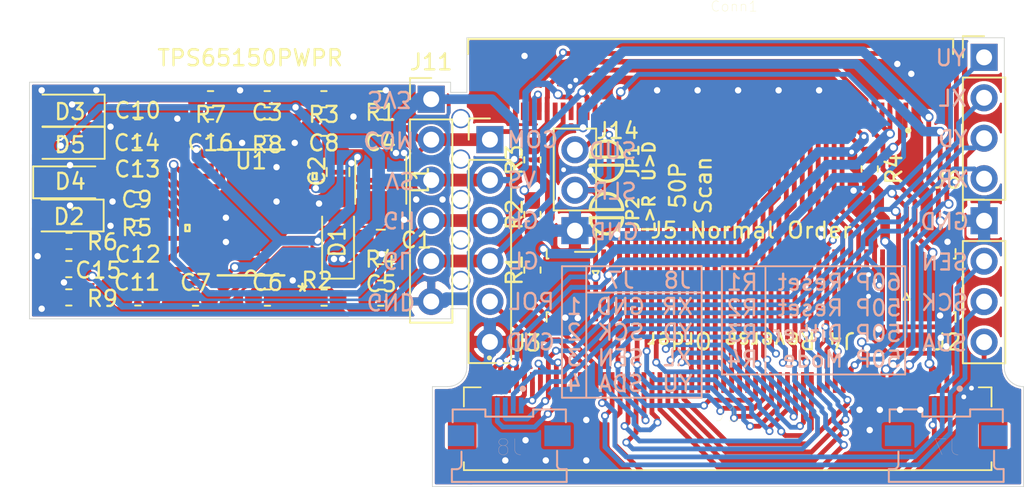
<source format=kicad_pcb>
(kicad_pcb (version 20171130) (host pcbnew "(5.1.6)-1")
  (layers (0 F.Cu signal) (31 B.Cu signal) (34 B.Paste user) (35 F.Paste user) (36 B.SilkS user) (37 F.SilkS user) (38 B.Mask user) (39 F.Mask user) (44 Edge.Cuts user))
  (net 0 "")
  (net 1 "Net-(Conn1-Pad1)")
  (net 2 "Net-(Conn1-Pad3)")
  (net 3 GND)
  (net 4 /com)
  (net 5 +3V3)
  (net 6 "Net-(Conn1-Pad8)")
  (net 7 "Net-(Conn1-Pad9)")
  (net 8 "Net-(Conn1-Pad10)")
  (net 9 "Net-(Conn1-Pad11)")
  (net 10 /B7)
  (net 11 /B6)
  (net 12 /B5)
  (net 13 /B4)
  (net 14 /B3)
  (net 15 /B2)
  (net 16 /B1)
  (net 17 /B0)
  (net 18 "Net-(Conn1-Pad20)")
  (net 19 "Net-(Conn1-Pad21)")
  (net 20 "Net-(Conn1-Pad22)")
  (net 21 "Net-(Conn1-Pad23)")
  (net 22 "Net-(Conn1-Pad24)")
  (net 23 "Net-(Conn1-Pad25)")
  (net 24 "Net-(Conn1-Pad26)")
  (net 25 "Net-(Conn1-Pad27)")
  (net 26 /R7)
  (net 27 /R6)
  (net 28 /R5)
  (net 29 /R4)
  (net 30 /R3)
  (net 31 /R2)
  (net 32 /R1)
  (net 33 /R0)
  (net 34 "Net-(Conn1-Pad37)")
  (net 35 "Net-(Conn1-Pad39)")
  (net 36 "Net-(Conn1-Pad40)")
  (net 37 /GH)
  (net 38 /GL)
  (net 39 /VS)
  (net 40 "Net-(Conn1-Pad44)")
  (net 41 "Net-(Conn1-Pad45)")
  (net 42 "Net-(Conn1-Pad47)")
  (net 43 "Net-(Conn1-Pad49)")
  (net 44 "Net-(Conn1-Pad50)")
  (net 45 /XR)
  (net 46 /YD)
  (net 47 /XL)
  (net 48 /YU)
  (net 49 "Net-(J1-Pad11)")
  (net 50 "Net-(J1-Pad12)")
  (net 51 /POL)
  (net 52 "Net-(J1-Pad15)")
  (net 53 "Net-(J1-Pad16)")
  (net 54 "Net-(J1-Pad17)")
  (net 55 "Net-(J1-Pad49)")
  (net 56 "Net-(J1-Pad52)")
  (net 57 "Net-(J1-Pad54)")
  (net 58 "Net-(J1-Pad55)")
  (net 59 "Net-(J4-Pad6)")
  (net 60 "Net-(J5-Pad35)")
  (net 61 "Net-(J1-Pad14)")
  (net 62 "Net-(J4-Pad10)")
  (module footprints:TPS65150PWPR (layer F.Cu) (at 121.8438 89.8398 180)
    (fp_text reference U1 (at 0 3.2258) (layer F.SilkS))
    (fp_text value TPS65150PWPR (at 0.0508 9.7028) (layer F.SilkS))
    (fp_line (start 0.475 2.435) (end -0.475 2.435) (layer F.Cu) (width 0.1524))
    (fp_line (start 0.475 2.435) (end 0.475 2.435) (layer F.Cu) (width 0.1524))
    (fp_line (start 0.475 2.435) (end 0.475 2.435) (layer F.Cu) (width 0.1524))
    (fp_line (start 0.475 2.635) (end 0.475 2.435) (layer F.Cu) (width 0.1524))
    (fp_line (start -0.475 2.635) (end 0.475 2.635) (layer F.Cu) (width 0.1524))
    (fp_line (start -0.475 2.435) (end -0.475 2.635) (layer F.Cu) (width 0.1524))
    (fp_line (start -0.475 2.435) (end -0.475 2.435) (layer F.Cu) (width 0.1524))
    (fp_line (start -0.475 2.435) (end -0.475 2.435) (layer F.Cu) (width 0.1524))
    (fp_line (start 0.475 -2.435) (end -0.475 -2.435) (layer F.Cu) (width 0.1524))
    (fp_line (start 0.475 -2.435) (end 0.475 -2.435) (layer F.Cu) (width 0.1524))
    (fp_line (start 0.475 -2.435) (end 0.475 -2.435) (layer F.Cu) (width 0.1524))
    (fp_line (start 0.475 -2.635) (end 0.475 -2.435) (layer F.Cu) (width 0.1524))
    (fp_line (start -0.475 -2.635) (end 0.475 -2.635) (layer F.Cu) (width 0.1524))
    (fp_line (start -0.475 -2.435) (end -0.475 -2.635) (layer F.Cu) (width 0.1524))
    (fp_line (start -0.475 -2.435) (end -0.475 -2.435) (layer F.Cu) (width 0.1524))
    (fp_line (start -0.475 -2.435) (end -0.475 -2.435) (layer F.Cu) (width 0.1524))
    (fp_text user * (at -3.2258 -5.022863) (layer F.SilkS))
    (fp_text user * (at -3.2258 -5.022863) (layer F.SilkS))
    (pad 1 smd rect (at -2.9718 -3.575063 180) (size 1.27 0.3048) (layers F.Cu F.Paste F.Mask))
    (pad 2 smd rect (at -2.9718 -2.925051 180) (size 1.27 0.3048) (layers F.Cu F.Paste F.Mask))
    (pad 3 smd rect (at -2.9718 -2.27504 180) (size 1.27 0.3048) (layers F.Cu F.Paste F.Mask))
    (pad 4 smd rect (at -2.9718 -1.625028 180) (size 1.27 0.3048) (layers F.Cu F.Paste F.Mask))
    (pad 5 smd rect (at -2.9718 -0.975017 180) (size 1.27 0.3048) (layers F.Cu F.Paste F.Mask))
    (pad 6 smd rect (at -2.9718 -0.325006 180) (size 1.27 0.3048) (layers F.Cu F.Paste F.Mask))
    (pad 7 smd rect (at -2.9718 0.325006 180) (size 1.27 0.3048) (layers F.Cu F.Paste F.Mask))
    (pad 8 smd rect (at -2.9718 0.975017 180) (size 1.27 0.3048) (layers F.Cu F.Paste F.Mask))
    (pad 9 smd rect (at -2.9718 1.625028 180) (size 1.27 0.3048) (layers F.Cu F.Paste F.Mask))
    (pad 10 smd rect (at -2.9718 2.27504 180) (size 1.27 0.3048) (layers F.Cu F.Paste F.Mask))
    (pad 11 smd rect (at -2.9718 2.925051 180) (size 1.27 0.3048) (layers F.Cu F.Paste F.Mask))
    (pad 12 smd rect (at -2.9718 3.575063 180) (size 1.27 0.3048) (layers F.Cu F.Paste F.Mask))
    (pad 13 smd rect (at 2.9718 3.575063 180) (size 1.27 0.3048) (layers F.Cu F.Paste F.Mask))
    (pad 14 smd rect (at 2.9718 2.925051 180) (size 1.27 0.3048) (layers F.Cu F.Paste F.Mask))
    (pad 15 smd rect (at 2.9718 2.27504 180) (size 1.27 0.3048) (layers F.Cu F.Paste F.Mask))
    (pad 16 smd rect (at 2.9718 1.625028 180) (size 1.27 0.3048) (layers F.Cu F.Paste F.Mask))
    (pad 17 smd rect (at 2.9718 0.975017 180) (size 1.27 0.3048) (layers F.Cu F.Paste F.Mask))
    (pad 18 smd rect (at 2.9718 0.325006 180) (size 1.27 0.3048) (layers F.Cu F.Paste F.Mask))
    (pad 19 smd rect (at 2.9718 -0.325006 180) (size 1.27 0.3048) (layers F.Cu F.Paste F.Mask))
    (pad 20 smd rect (at 2.9718 -0.975017 180) (size 1.27 0.3048) (layers F.Cu F.Paste F.Mask))
    (pad 21 smd rect (at 2.9718 -1.625028 180) (size 1.27 0.3048) (layers F.Cu F.Paste F.Mask))
    (pad 22 smd rect (at 2.9718 -2.27504 180) (size 1.27 0.3048) (layers F.Cu F.Paste F.Mask))
    (pad 23 smd rect (at 2.9718 -2.925051 180) (size 1.27 0.3048) (layers F.Cu F.Paste F.Mask))
    (pad 24 smd rect (at 2.9718 -3.575063 180) (size 1.27 0.3048) (layers F.Cu F.Paste F.Mask))
    (pad 25 smd rect (at 0 0 180) (size 2.4 4.87) (layers F.Cu F.Paste F.Mask))
  )
  (module Inductor_SMD:L_Taiyo-Yuden_NR-30xx (layer F.Cu) (at 129.9845 87.8 270)
    (fp_text reference L1 (at 0 -2.5 90) (layer F.SilkS))
    (fp_text value L)
    (pad 1 smd rect (at -1.1 0 270) (size 0.8 2.9) (layers F.Cu F.Paste F.Mask))
    (pad 2 smd rect (at 1.1 0 270) (size 0.8 2.9) (layers F.Cu F.Paste F.Mask))
  )
  (module Connector_PinHeader_2.54mm:PinHeader_1x06_P2.54mm_Vertical (layer F.Cu) (at 133.1468 82.7278)
    (fp_text reference J11 (at 0 -2.33) (layer F.SilkS))
    (fp_text value Conn_01x06)
    (pad 1 thru_hole rect (at 0 0) (size 1.7 1.7) (drill 1) (layers *.Cu *.Mask))
    (pad 2 thru_hole oval (at 0 2.54) (size 1.7 1.7) (drill 1) (layers *.Cu *.Mask))
    (pad 3 thru_hole oval (at 0 5.08) (size 1.7 1.7) (drill 1) (layers *.Cu *.Mask))
    (pad 4 thru_hole oval (at 0 7.62) (size 1.7 1.7) (drill 1) (layers *.Cu *.Mask))
    (pad 5 thru_hole oval (at 0 10.16) (size 1.7 1.7) (drill 1) (layers *.Cu *.Mask))
    (pad 6 thru_hole oval (at 0 12.7) (size 1.7 1.7) (drill 1) (layers *.Cu *.Mask) (net 3 GND))
  )
  (module Capacitor_SMD:C_0603_1608Metric_Pad1.05x0.95mm_HandSolder (layer F.Cu) (at 119.3038 82.7278 180)
    (fp_text reference C16 (at 0 -2.7432) (layer F.SilkS))
    (fp_text value C)
    (pad 1 smd roundrect (at -0.875 0 180) (size 1.05 0.95) (layers F.Cu F.Paste F.Mask))
    (pad 2 smd roundrect (at 0.875 0 180) (size 1.05 0.95) (layers F.Cu F.Paste F.Mask))
  )
  (module Capacitor_SMD:C_0603_1608Metric_Pad1.05x0.95mm_HandSolder (layer F.Cu) (at 114.7318 86.2838)
    (fp_text reference C14 (at -0.0508 -0.8128) (layer F.SilkS))
    (fp_text value C)
    (pad 1 smd roundrect (at -0.875 0) (size 1.05 0.95) (layers F.Cu F.Paste F.Mask))
    (pad 2 smd roundrect (at 0.875 0) (size 1.05 0.95) (layers F.Cu F.Paste F.Mask))
  )
  (module Capacitor_SMD:C_0603_1608Metric_Pad1.05x0.95mm_HandSolder (layer F.Cu) (at 110.4138 93.3958)
    (fp_text reference C15 (at 1.8542 0.0762) (layer F.SilkS))
    (fp_text value C)
    (pad 1 smd roundrect (at -0.875 0) (size 1.05 0.95) (layers F.Cu F.Paste F.Mask))
    (pad 2 smd roundrect (at 0.875 0) (size 1.05 0.95) (layers F.Cu F.Paste F.Mask))
  )
  (module Capacitor_SMD:C_0805_2012Metric_Pad1.15x1.40mm_HandSolder (layer F.Cu) (at 129.9845 91.6305)
    (fp_text reference C1 (at 2.2352 -0.0508) (layer F.SilkS))
    (fp_text value C)
    (pad 1 smd roundrect (at -1.025 0) (size 1.15 1.4) (layers F.Cu F.Paste F.Mask) (roundrect_rratio 0.217391))
    (pad 2 smd roundrect (at 1.025 0) (size 1.15 1.4) (layers F.Cu F.Paste F.Mask) (roundrect_rratio 0.217391))
  )
  (module Capacitor_SMD:C_0805_2012Metric_Pad1.15x1.40mm_HandSolder (layer F.Cu) (at 127.3048 87.2998 270)
    (fp_text reference C2 (at -0.0508 1.3208 90) (layer F.SilkS))
    (fp_text value C)
    (pad 1 smd roundrect (at -1.025 0 270) (size 1.15 1.4) (layers F.Cu F.Paste F.Mask) (roundrect_rratio 0.217391))
    (pad 2 smd roundrect (at 1.025 0 270) (size 1.15 1.4) (layers F.Cu F.Paste F.Mask) (roundrect_rratio 0.217391))
  )
  (module Capacitor_SMD:C_0603_1608Metric_Pad1.05x0.95mm_HandSolder (layer F.Cu) (at 129.9718 84.5058 180)
    (fp_text reference C4 (at 0 -0.9652) (layer F.SilkS))
    (fp_text value C)
    (pad 1 smd roundrect (at -0.875 0 180) (size 1.05 0.95) (layers F.Cu F.Paste F.Mask))
    (pad 2 smd roundrect (at 0.875 0 180) (size 1.05 0.95) (layers F.Cu F.Paste F.Mask))
  )
  (module Capacitor_SMD:C_0603_1608Metric_Pad1.05x0.95mm_HandSolder (layer F.Cu) (at 114.7178 89.8398 180)
    (fp_text reference C9 (at 0.0368 0.8128) (layer F.SilkS))
    (fp_text value C)
    (pad 1 smd roundrect (at -0.875 0 180) (size 1.05 0.95) (layers F.Cu F.Paste F.Mask))
    (pad 2 smd roundrect (at 0.875 0 180) (size 1.05 0.95) (layers F.Cu F.Paste F.Mask))
  )
  (module Capacitor_SMD:C_0603_1608Metric_Pad1.05x0.95mm_HandSolder (layer F.Cu) (at 114.7445 95.1738 180)
    (fp_text reference C11 (at 0.0508 0.9398) (layer F.SilkS))
    (fp_text value C)
    (pad 1 smd roundrect (at -0.875 0 180) (size 1.05 0.95) (layers F.Cu F.Paste F.Mask))
    (pad 2 smd roundrect (at 0.875 0 180) (size 1.05 0.95) (layers F.Cu F.Paste F.Mask))
  )
  (module Capacitor_SMD:C_0603_1608Metric_Pad1.05x0.95mm_HandSolder (layer F.Cu) (at 122.8598 82.7278 180)
    (fp_text reference C3 (at 0 -0.8382) (layer F.SilkS))
    (fp_text value C)
    (pad 1 smd roundrect (at -0.875 0 180) (size 1.05 0.95) (layers F.Cu F.Paste F.Mask))
    (pad 2 smd roundrect (at 0.875 0 180) (size 1.05 0.95) (layers F.Cu F.Paste F.Mask))
  )
  (module Capacitor_SMD:C_0603_1608Metric_Pad1.05x0.95mm_HandSolder (layer F.Cu) (at 129.9845 95.1865)
    (fp_text reference C5 (at 0.0254 -0.8636) (layer F.SilkS))
    (fp_text value C)
    (pad 1 smd roundrect (at -0.875 0) (size 1.05 0.95) (layers F.Cu F.Paste F.Mask))
    (pad 2 smd roundrect (at 0.875 0) (size 1.05 0.95) (layers F.Cu F.Paste F.Mask))
  )
  (module Capacitor_SMD:C_0603_1608Metric_Pad1.05x0.95mm_HandSolder (layer F.Cu) (at 122.8725 95.1865)
    (fp_text reference C6 (at 0 -0.9398) (layer F.SilkS))
    (fp_text value C)
    (pad 1 smd roundrect (at -0.875 0) (size 1.05 0.95) (layers F.Cu F.Paste F.Mask))
    (pad 2 smd roundrect (at 0.875 0) (size 1.05 0.95) (layers F.Cu F.Paste F.Mask))
  )
  (module Capacitor_SMD:C_0603_1608Metric_Pad1.05x0.95mm_HandSolder (layer F.Cu) (at 118.364 95.1865 180)
    (fp_text reference C7 (at 0 0.9398) (layer F.SilkS))
    (fp_text value C)
    (pad 1 smd roundrect (at -0.875 0 180) (size 1.05 0.95) (layers F.Cu F.Paste F.Mask))
    (pad 2 smd roundrect (at 0.875 0 180) (size 1.05 0.95) (layers F.Cu F.Paste F.Mask))
  )
  (module Capacitor_SMD:C_0603_1608Metric_Pad1.05x0.95mm_HandSolder (layer F.Cu) (at 126.4145 84.5185)
    (fp_text reference C8 (at 0 0.9652) (layer F.SilkS))
    (fp_text value C)
    (pad 1 smd roundrect (at -0.875 0) (size 1.05 0.95) (layers F.Cu F.Paste F.Mask))
    (pad 2 smd roundrect (at 0.875 0) (size 1.05 0.95) (layers F.Cu F.Paste F.Mask))
  )
  (module Capacitor_SMD:C_0603_1608Metric_Pad1.05x0.95mm_HandSolder (layer F.Cu) (at 114.7178 88.0618)
    (fp_text reference C13 (at 0 -0.9398) (layer F.SilkS))
    (fp_text value C)
    (pad 1 smd roundrect (at -0.875 0) (size 1.05 0.95) (layers F.Cu F.Paste F.Mask))
    (pad 2 smd roundrect (at 0.875 0) (size 1.05 0.95) (layers F.Cu F.Paste F.Mask))
  )
  (module Capacitor_SMD:C_0603_1608Metric_Pad1.05x0.95mm_HandSolder (layer F.Cu) (at 114.7318 84.5058 180)
    (fp_text reference C10 (at 0 1.0668) (layer F.SilkS))
    (fp_text value C)
    (pad 1 smd roundrect (at -0.875 0 180) (size 1.05 0.95) (layers F.Cu F.Paste F.Mask))
    (pad 2 smd roundrect (at 0.875 0 180) (size 1.05 0.95) (layers F.Cu F.Paste F.Mask))
  )
  (module Capacitor_SMD:C_0603_1608Metric_Pad1.05x0.95mm_HandSolder (layer F.Cu) (at 114.7445 93.4085)
    (fp_text reference C12 (at 0 -0.9398) (layer F.SilkS))
    (fp_text value C)
    (pad 1 smd roundrect (at -0.875 0) (size 1.05 0.95) (layers F.Cu F.Paste F.Mask))
    (pad 2 smd roundrect (at 0.875 0) (size 1.05 0.95) (layers F.Cu F.Paste F.Mask))
  )
  (module Resistor_SMD:R_0603_1608Metric_Pad1.05x0.95mm_HandSolder (layer F.Cu) (at 114.7318 91.6178 180)
    (fp_text reference R5 (at 0.0508 0.8128) (layer F.SilkS))
    (fp_text value R)
    (pad 1 smd roundrect (at -0.875 0 180) (size 1.05 0.95) (layers F.Cu F.Paste F.Mask))
    (pad 2 smd roundrect (at 0.875 0 180) (size 1.05 0.95) (layers F.Cu F.Paste F.Mask))
  )
  (module Resistor_SMD:R_0603_1608Metric_Pad1.05x0.95mm_HandSolder (layer F.Cu) (at 119.3038 84.5058)
    (fp_text reference R7 (at 0 -0.8128) (layer F.SilkS))
    (fp_text value R)
    (pad 1 smd roundrect (at -0.875 0) (size 1.05 0.95) (layers F.Cu F.Paste F.Mask))
    (pad 2 smd roundrect (at 0.875 0) (size 1.05 0.95) (layers F.Cu F.Paste F.Mask))
  )
  (module Diode_SMD:D_SOD-123 (layer F.Cu) (at 127.3048 91.7458 90)
    (fp_text reference D1 (at 0.0518 -0.0508 90) (layer F.SilkS))
    (fp_text value D_Schottky)
    (pad 1 smd rect (at -1.65 0 90) (size 0.9 1.2) (layers F.Cu F.Paste F.Mask))
    (pad 2 smd rect (at 1.65 0 90) (size 0.9 1.2) (layers F.Cu F.Paste F.Mask))
  )
  (module Diode_SMD:D_SOD-123 (layer F.Cu) (at 110.3503 90.0303 180)
    (fp_text reference D2 (at -0.0762 -0.0762) (layer F.SilkS))
    (fp_text value D_Schottky)
    (pad 1 smd rect (at -1.65 0 180) (size 0.9 1.2) (layers F.Cu F.Paste F.Mask))
    (pad 2 smd rect (at 1.65 0 180) (size 0.9 1.2) (layers F.Cu F.Paste F.Mask))
  )
  (module Resistor_SMD:R_0603_1608Metric_Pad1.05x0.95mm_HandSolder (layer F.Cu) (at 129.9845 82.7405)
    (fp_text reference R1 (at 0 0.8255) (layer F.SilkS))
    (fp_text value R)
    (pad 1 smd roundrect (at -0.875 0) (size 1.05 0.95) (layers F.Cu F.Paste F.Mask))
    (pad 2 smd roundrect (at 0.875 0) (size 1.05 0.95) (layers F.Cu F.Paste F.Mask))
  )
  (module Diode_SMD:D_SOD-123 (layer F.Cu) (at 110.4138 83.439 180)
    (fp_text reference D3 (at -0.0762 -0.0762) (layer F.SilkS))
    (fp_text value D_Schottky)
    (pad 1 smd rect (at -1.65 0 180) (size 0.9 1.2) (layers F.Cu F.Paste F.Mask))
    (pad 2 smd rect (at 1.65 0 180) (size 0.9 1.2) (layers F.Cu F.Paste F.Mask))
  )
  (module Diode_SMD:D_SOD-123 (layer F.Cu) (at 110.4265 87.9475)
    (fp_text reference D4 (at 0.0762 -0.0508) (layer F.SilkS))
    (fp_text value D_Schottky)
    (pad 1 smd rect (at -1.65 0) (size 0.9 1.2) (layers F.Cu F.Paste F.Mask))
    (pad 2 smd rect (at 1.65 0) (size 0.9 1.2) (layers F.Cu F.Paste F.Mask))
  )
  (module Resistor_SMD:R_0603_1608Metric_Pad1.05x0.95mm_HandSolder (layer F.Cu) (at 126.4285 95.1865 180)
    (fp_text reference R2 (at 0.4445 1.0795) (layer F.SilkS))
    (fp_text value R)
    (pad 1 smd roundrect (at -0.875 0 180) (size 1.05 0.95) (layers F.Cu F.Paste F.Mask))
    (pad 2 smd roundrect (at 0.875 0 180) (size 1.05 0.95) (layers F.Cu F.Paste F.Mask))
  )
  (module Resistor_SMD:R_0603_1608Metric_Pad1.05x0.95mm_HandSolder (layer F.Cu) (at 110.4138 95.1738)
    (fp_text reference R9 (at 2.1082 0.0762) (layer F.SilkS))
    (fp_text value R)
    (pad 1 smd roundrect (at -0.875 0) (size 1.05 0.95) (layers F.Cu F.Paste F.Mask))
    (pad 2 smd roundrect (at 0.875 0) (size 1.05 0.95) (layers F.Cu F.Paste F.Mask))
  )
  (module Resistor_SMD:R_0603_1608Metric_Pad1.05x0.95mm_HandSolder (layer F.Cu) (at 122.8598 84.5058)
    (fp_text reference R8 (at 0 1.0922) (layer F.SilkS))
    (fp_text value R)
    (pad 1 smd roundrect (at -0.875 0) (size 1.05 0.95) (layers F.Cu F.Paste F.Mask))
    (pad 2 smd roundrect (at 0.875 0) (size 1.05 0.95) (layers F.Cu F.Paste F.Mask))
  )
  (module Resistor_SMD:R_0603_1608Metric_Pad1.05x0.95mm_HandSolder (layer F.Cu) (at 110.4265 91.6305)
    (fp_text reference R6 (at 2.0955 0.0635) (layer F.SilkS))
    (fp_text value R)
    (pad 1 smd roundrect (at -0.875 0) (size 1.05 0.95) (layers F.Cu F.Paste F.Mask))
    (pad 2 smd roundrect (at 0.875 0) (size 1.05 0.95) (layers F.Cu F.Paste F.Mask))
  )
  (module Resistor_SMD:R_0603_1608Metric_Pad1.05x0.95mm_HandSolder (layer F.Cu) (at 129.9718 93.599)
    (fp_text reference R4 (at 0 -0.8128) (layer F.SilkS))
    (fp_text value R)
    (pad 1 smd roundrect (at -0.875 0) (size 1.05 0.95) (layers F.Cu F.Paste F.Mask))
    (pad 2 smd roundrect (at 0.875 0) (size 1.05 0.95) (layers F.Cu F.Paste F.Mask))
  )
  (module Diode_SMD:D_SOD-123 (layer F.Cu) (at 110.4138 85.471 180)
    (fp_text reference D5 (at -0.0762 -0.127) (layer F.SilkS))
    (fp_text value D_Schottky)
    (pad 1 smd rect (at -1.65 0 180) (size 0.9 1.2) (layers F.Cu F.Paste F.Mask))
    (pad 2 smd rect (at 1.65 0 180) (size 0.9 1.2) (layers F.Cu F.Paste F.Mask))
  )
  (module Resistor_SMD:R_0603_1608Metric_Pad1.05x0.95mm_HandSolder (layer F.Cu) (at 126.4158 82.7278 180)
    (fp_text reference R3 (at 0 -0.9652) (layer F.SilkS))
    (fp_text value R)
    (pad 1 smd roundrect (at -0.875 0 180) (size 1.05 0.95) (layers F.Cu F.Paste F.Mask))
    (pad 2 smd roundrect (at 0.875 0 180) (size 1.05 0.95) (layers F.Cu F.Paste F.Mask))
  )
  (module 54548-0471:MOLEX_54548-0471 (layer B.Cu) (at 138.045 101.9606 180)
    (fp_text reference J8 (at -0.004 -2.6239) (layer B.SilkS) (effects (font (size 1.00315 1.00315) (thickness 0.015)) (justify mirror)))
    (fp_text value Conn_01x04)
    (pad S2 smd rect (at 3.025 -1.9 180) (size 1.65 1.3) (layers B.Cu B.Paste B.Mask))
    (pad S1 smd rect (at -3.025 -1.9 180) (size 1.65 1.3) (layers B.Cu B.Paste B.Mask))
    (pad 2 smd rect (at -0.25 0 180) (size 0.3 1) (layers B.Cu B.Paste B.Mask) (net 46 /YD))
    (pad 1 smd rect (at -0.75 0 180) (size 0.3 1) (layers B.Cu B.Paste B.Mask) (net 45 /XR))
    (pad 4 smd rect (at 0.75 0 180) (size 0.3 1) (layers B.Cu B.Paste B.Mask) (net 48 /YU))
    (pad 3 smd rect (at 0.25 0 180) (size 0.3 1) (layers B.Cu B.Paste B.Mask) (net 47 /XL))
  )
  (module 54548-0471:MOLEX_54548-0471 (layer B.Cu) (at 165.4556 101.9556 180)
    (fp_text reference J7 (at -0.0254 -2.6289) (layer B.SilkS) (effects (font (size 1.00315 1.00315) (thickness 0.015)) (justify mirror)))
    (fp_text value Conn_01x04)
    (pad S2 smd rect (at 3.025 -1.9 180) (size 1.65 1.3) (layers B.Cu B.Paste B.Mask))
    (pad S1 smd rect (at -3.025 -1.9 180) (size 1.65 1.3) (layers B.Cu B.Paste B.Mask))
    (pad 2 smd rect (at -0.25 0 180) (size 0.3 1) (layers B.Cu B.Paste B.Mask) (net 53 "Net-(J1-Pad16)"))
    (pad 1 smd rect (at -0.75 0 180) (size 0.3 1) (layers B.Cu B.Paste B.Mask) (net 3 GND))
    (pad 4 smd rect (at 0.75 0 180) (size 0.3 1) (layers B.Cu B.Paste B.Mask) (net 54 "Net-(J1-Pad17)"))
    (pad 3 smd rect (at 0.25 0 180) (size 0.3 1) (layers B.Cu B.Paste B.Mask) (net 52 "Net-(J1-Pad15)"))
  )
  (module Resistor_SMD:R_0603_1608Metric_Pad1.05x0.95mm_HandSolder (layer F.Cu) (at 139.4968 93.458 270)
    (fp_text reference R1 (at 0 1.1303 90) (layer F.SilkS))
    (fp_text value R)
    (pad 2 smd roundrect (at 0.875 0 270) (size 1.05 0.95) (layers F.Cu F.Paste F.Mask) (net 61 "Net-(J1-Pad14)"))
    (pad 1 smd roundrect (at -0.875 0 270) (size 1.05 0.95) (layers F.Cu F.Paste F.Mask) (net 5 +3V3))
  )
  (module Connector_PinHeader_2.54mm:PinHeader_1x04_P2.54mm_Vertical (layer F.Cu) (at 167.8305 80.0989)
    (fp_text reference J6 (at -2.286 7.7216) (layer F.SilkS))
    (fp_text value Conn_01x04)
    (pad 4 thru_hole oval (at 0 7.62) (size 1.7 1.7) (drill 1) (layers *.Cu *.Mask) (net 45 /XR))
    (pad 3 thru_hole oval (at 0 5.08) (size 1.7 1.7) (drill 1) (layers *.Cu *.Mask) (net 46 /YD))
    (pad 2 thru_hole oval (at 0 2.54) (size 1.7 1.7) (drill 1) (layers *.Cu *.Mask) (net 47 /XL))
    (pad 1 thru_hole rect (at 0 0) (size 1.7 1.7) (drill 1) (layers *.Cu *.Mask) (net 48 /YU))
  )
  (module XF3M-6015-1B:XF3M60151B (layer F.Cu) (at 151.7455 103.4205)
    (fp_text reference J1 (at 0 -0.95) (layer F.SilkS) (effects (font (thickness 0.015))))
    (fp_text value 60P)
    (pad 1 smd rect (at -14.75 -2.9) (size 0.3 1.3) (layers F.Cu F.Paste F.Mask) (net 2 "Net-(Conn1-Pad3)"))
    (pad 2 smd rect (at -14.25 -2.9) (size 0.3 1.3) (layers F.Cu F.Paste F.Mask) (net 2 "Net-(Conn1-Pad3)"))
    (pad 3 smd rect (at -13.75 -2.9) (size 0.3 1.3) (layers F.Cu F.Paste F.Mask) (net 1 "Net-(Conn1-Pad1)"))
    (pad 4 smd rect (at -13.25 -2.9) (size 0.3 1.3) (layers F.Cu F.Paste F.Mask) (net 1 "Net-(Conn1-Pad1)"))
    (pad 5 smd rect (at -12.75 -2.9) (size 0.3 1.3) (layers F.Cu F.Paste F.Mask) (net 3 GND))
    (pad 6 smd rect (at -12.25 -2.9) (size 0.3 1.3) (layers F.Cu F.Paste F.Mask) (net 45 /XR))
    (pad 7 smd rect (at -11.75 -2.9) (size 0.3 1.3) (layers F.Cu F.Paste F.Mask) (net 46 /YD))
    (pad 8 smd rect (at -11.25 -2.9) (size 0.3 1.3) (layers F.Cu F.Paste F.Mask) (net 47 /XL))
    (pad 9 smd rect (at -10.75 -2.9) (size 0.3 1.3) (layers F.Cu F.Paste F.Mask) (net 48 /YU))
    (pad 10 smd rect (at -10.25 -2.9) (size 0.3 1.3) (layers F.Cu F.Paste F.Mask) (net 3 GND))
    (pad 11 smd rect (at -9.75 -2.9) (size 0.3 1.3) (layers F.Cu F.Paste F.Mask) (net 49 "Net-(J1-Pad11)"))
    (pad 12 smd rect (at -9.25 -2.9) (size 0.3 1.3) (layers F.Cu F.Paste F.Mask) (net 50 "Net-(J1-Pad12)"))
    (pad 13 smd rect (at -8.75 -2.9) (size 0.3 1.3) (layers F.Cu F.Paste F.Mask) (net 51 /POL))
    (pad 14 smd rect (at -8.25 -2.9) (size 0.3 1.3) (layers F.Cu F.Paste F.Mask) (net 61 "Net-(J1-Pad14)"))
    (pad 15 smd rect (at -7.75 -2.9) (size 0.3 1.3) (layers F.Cu F.Paste F.Mask) (net 52 "Net-(J1-Pad15)"))
    (pad 16 smd rect (at -7.25 -2.9) (size 0.3 1.3) (layers F.Cu F.Paste F.Mask) (net 53 "Net-(J1-Pad16)"))
    (pad 17 smd rect (at -6.75 -2.9) (size 0.3 1.3) (layers F.Cu F.Paste F.Mask) (net 54 "Net-(J1-Pad17)"))
    (pad 18 smd rect (at -6.25 -2.9) (size 0.3 1.3) (layers F.Cu F.Paste F.Mask) (net 17 /B0))
    (pad 19 smd rect (at -5.75 -2.9) (size 0.3 1.3) (layers F.Cu F.Paste F.Mask) (net 16 /B1))
    (pad 20 smd rect (at -5.25 -2.9) (size 0.3 1.3) (layers F.Cu F.Paste F.Mask) (net 15 /B2))
    (pad 21 smd rect (at -4.75 -2.9) (size 0.3 1.3) (layers F.Cu F.Paste F.Mask) (net 14 /B3))
    (pad 22 smd rect (at -4.25 -2.9) (size 0.3 1.3) (layers F.Cu F.Paste F.Mask) (net 13 /B4))
    (pad 23 smd rect (at -3.75 -2.9) (size 0.3 1.3) (layers F.Cu F.Paste F.Mask) (net 12 /B5))
    (pad 24 smd rect (at -3.25 -2.9) (size 0.3 1.3) (layers F.Cu F.Paste F.Mask) (net 11 /B6))
    (pad 25 smd rect (at -2.75 -2.9) (size 0.3 1.3) (layers F.Cu F.Paste F.Mask) (net 10 /B7))
    (pad 26 smd rect (at -2.25 -2.9) (size 0.3 1.3) (layers F.Cu F.Paste F.Mask) (net 25 "Net-(Conn1-Pad27)"))
    (pad 27 smd rect (at -1.75 -2.9) (size 0.3 1.3) (layers F.Cu F.Paste F.Mask) (net 24 "Net-(Conn1-Pad26)"))
    (pad 28 smd rect (at -1.25 -2.9) (size 0.3 1.3) (layers F.Cu F.Paste F.Mask) (net 23 "Net-(Conn1-Pad25)"))
    (pad 29 smd rect (at -0.75 -2.9) (size 0.3 1.3) (layers F.Cu F.Paste F.Mask) (net 22 "Net-(Conn1-Pad24)"))
    (pad 30 smd rect (at -0.25 -2.9) (size 0.3 1.3) (layers F.Cu F.Paste F.Mask) (net 21 "Net-(Conn1-Pad23)"))
    (pad 31 smd rect (at 0.25 -2.9) (size 0.3 1.3) (layers F.Cu F.Paste F.Mask) (net 20 "Net-(Conn1-Pad22)"))
    (pad 32 smd rect (at 0.75 -2.9) (size 0.3 1.3) (layers F.Cu F.Paste F.Mask) (net 19 "Net-(Conn1-Pad21)"))
    (pad 33 smd rect (at 1.25 -2.9) (size 0.3 1.3) (layers F.Cu F.Paste F.Mask) (net 18 "Net-(Conn1-Pad20)"))
    (pad 34 smd rect (at 1.75 -2.9) (size 0.3 1.3) (layers F.Cu F.Paste F.Mask) (net 33 /R0))
    (pad 35 smd rect (at 2.25 -2.9) (size 0.3 1.3) (layers F.Cu F.Paste F.Mask) (net 32 /R1))
    (pad 36 smd rect (at 2.75 -2.9) (size 0.3 1.3) (layers F.Cu F.Paste F.Mask) (net 31 /R2))
    (pad 37 smd rect (at 3.25 -2.9) (size 0.3 1.3) (layers F.Cu F.Paste F.Mask) (net 30 /R3))
    (pad 38 smd rect (at 3.75 -2.9) (size 0.3 1.3) (layers F.Cu F.Paste F.Mask) (net 29 /R4))
    (pad 39 smd rect (at 4.25 -2.9) (size 0.3 1.3) (layers F.Cu F.Paste F.Mask) (net 28 /R5))
    (pad 40 smd rect (at 4.75 -2.9) (size 0.3 1.3) (layers F.Cu F.Paste F.Mask) (net 27 /R6))
    (pad 41 smd rect (at 5.25 -2.9) (size 0.3 1.3) (layers F.Cu F.Paste F.Mask) (net 26 /R7))
    (pad 42 smd rect (at 5.75 -2.9) (size 0.3 1.3) (layers F.Cu F.Paste F.Mask) (net 9 "Net-(Conn1-Pad11)"))
    (pad 43 smd rect (at 6.25 -2.9) (size 0.3 1.3) (layers F.Cu F.Paste F.Mask) (net 8 "Net-(Conn1-Pad10)"))
    (pad 44 smd rect (at 6.75 -2.9) (size 0.3 1.3) (layers F.Cu F.Paste F.Mask) (net 34 "Net-(Conn1-Pad37)"))
    (pad 45 smd rect (at 7.25 -2.9) (size 0.3 1.3) (layers F.Cu F.Paste F.Mask) (net 39 /VS))
    (pad 46 smd rect (at 7.75 -2.9) (size 0.3 1.3) (layers F.Cu F.Paste F.Mask) (net 39 /VS))
    (pad 47 smd rect (at 8.25 -2.9) (size 0.3 1.3) (layers F.Cu F.Paste F.Mask) (net 5 +3V3))
    (pad 48 smd rect (at 8.75 -2.9) (size 0.3 1.3) (layers F.Cu F.Paste F.Mask) (net 5 +3V3))
    (pad 49 smd rect (at 9.25 -2.9) (size 0.3 1.3) (layers F.Cu F.Paste F.Mask) (net 55 "Net-(J1-Pad49)"))
    (pad 50 smd rect (at 9.75 -2.9) (size 0.3 1.3) (layers F.Cu F.Paste F.Mask) (net 38 /GL))
    (pad 51 smd rect (at 10.25 -2.9) (size 0.3 1.3) (layers F.Cu F.Paste F.Mask) (net 38 /GL))
    (pad 52 smd rect (at 10.75 -2.9) (size 0.3 1.3) (layers F.Cu F.Paste F.Mask) (net 56 "Net-(J1-Pad52)"))
    (pad 53 smd rect (at 11.25 -2.9) (size 0.3 1.3) (layers F.Cu F.Paste F.Mask) (net 37 /GH))
    (pad 54 smd rect (at 11.75 -2.9) (size 0.3 1.3) (layers F.Cu F.Paste F.Mask) (net 57 "Net-(J1-Pad54)"))
    (pad 55 smd rect (at 12.25 -2.9) (size 0.3 1.3) (layers F.Cu F.Paste F.Mask) (net 58 "Net-(J1-Pad55)"))
    (pad 56 smd rect (at 12.75 -2.9) (size 0.3 1.3) (layers F.Cu F.Paste F.Mask) (net 4 /com))
    (pad 57 smd rect (at 13.25 -2.9) (size 0.3 1.3) (layers F.Cu F.Paste F.Mask) (net 4 /com))
    (pad 58 smd rect (at 13.75 -2.9) (size 0.3 1.3) (layers F.Cu F.Paste F.Mask) (net 7 "Net-(Conn1-Pad9)"))
    (pad 59 smd rect (at 14.25 -2.9) (size 0.3 1.3) (layers F.Cu F.Paste F.Mask) (net 3 GND))
    (pad 60 smd rect (at 14.75 -2.9) (size 0.3 1.3) (layers F.Cu F.Paste F.Mask) (net 3 GND))
    (pad MP1 smd rect (at -16.65 0.35) (size 1.8 2.2) (layers F.Cu F.Paste F.Mask))
    (pad MP2 smd rect (at 16.65 0.35) (size 1.8 2.2) (layers F.Cu F.Paste F.Mask))
  )
  (module Connector_FFC-FPC:TE_4-1734839-0_1x40-1MP_P0.5mm_Horizontal (layer F.Cu) (at 153.2128 94.0618)
    (fp_text reference "J5 Normal Order" (at 0 -3.1) (layer F.SilkS))
    (fp_text value Conn_01x40)
    (pad 1 smd rect (at -9.75 -1.35) (size 0.3 1.1) (layers F.Cu F.Paste F.Mask) (net 2 "Net-(Conn1-Pad3)"))
    (pad 2 smd rect (at -9.25 -1.35) (size 0.3 1.1) (layers F.Cu F.Paste F.Mask) (net 1 "Net-(Conn1-Pad1)"))
    (pad 3 smd rect (at -8.75 -1.35) (size 0.3 1.1) (layers F.Cu F.Paste F.Mask) (net 3 GND))
    (pad 4 smd rect (at -8.25 -1.35) (size 0.3 1.1) (layers F.Cu F.Paste F.Mask) (net 5 +3V3))
    (pad 5 smd rect (at -7.75 -1.35) (size 0.3 1.1) (layers F.Cu F.Paste F.Mask) (net 33 /R0))
    (pad 6 smd rect (at -7.25 -1.35) (size 0.3 1.1) (layers F.Cu F.Paste F.Mask) (net 32 /R1))
    (pad 7 smd rect (at -6.75 -1.35) (size 0.3 1.1) (layers F.Cu F.Paste F.Mask) (net 31 /R2))
    (pad 8 smd rect (at -6.25 -1.35) (size 0.3 1.1) (layers F.Cu F.Paste F.Mask) (net 30 /R3))
    (pad 9 smd rect (at -5.75 -1.35) (size 0.3 1.1) (layers F.Cu F.Paste F.Mask) (net 29 /R4))
    (pad 10 smd rect (at -5.25 -1.35) (size 0.3 1.1) (layers F.Cu F.Paste F.Mask) (net 28 /R5))
    (pad 11 smd rect (at -4.75 -1.35) (size 0.3 1.1) (layers F.Cu F.Paste F.Mask) (net 27 /R6))
    (pad 12 smd rect (at -4.25 -1.35) (size 0.3 1.1) (layers F.Cu F.Paste F.Mask) (net 26 /R7))
    (pad 13 smd rect (at -3.75 -1.35) (size 0.3 1.1) (layers F.Cu F.Paste F.Mask) (net 25 "Net-(Conn1-Pad27)"))
    (pad 14 smd rect (at -3.25 -1.35) (size 0.3 1.1) (layers F.Cu F.Paste F.Mask) (net 24 "Net-(Conn1-Pad26)"))
    (pad 15 smd rect (at -2.75 -1.35) (size 0.3 1.1) (layers F.Cu F.Paste F.Mask) (net 23 "Net-(Conn1-Pad25)"))
    (pad 16 smd rect (at -2.25 -1.35) (size 0.3 1.1) (layers F.Cu F.Paste F.Mask) (net 22 "Net-(Conn1-Pad24)"))
    (pad 17 smd rect (at -1.75 -1.35) (size 0.3 1.1) (layers F.Cu F.Paste F.Mask) (net 21 "Net-(Conn1-Pad23)"))
    (pad 18 smd rect (at -1.25 -1.35) (size 0.3 1.1) (layers F.Cu F.Paste F.Mask) (net 20 "Net-(Conn1-Pad22)"))
    (pad 19 smd rect (at -0.75 -1.35) (size 0.3 1.1) (layers F.Cu F.Paste F.Mask) (net 19 "Net-(Conn1-Pad21)"))
    (pad 20 smd rect (at -0.25 -1.35) (size 0.3 1.1) (layers F.Cu F.Paste F.Mask) (net 18 "Net-(Conn1-Pad20)"))
    (pad 21 smd rect (at 0.25 -1.35) (size 0.3 1.1) (layers F.Cu F.Paste F.Mask) (net 17 /B0))
    (pad 22 smd rect (at 0.75 -1.35) (size 0.3 1.1) (layers F.Cu F.Paste F.Mask) (net 16 /B1))
    (pad 23 smd rect (at 1.25 -1.35) (size 0.3 1.1) (layers F.Cu F.Paste F.Mask) (net 15 /B2))
    (pad 24 smd rect (at 1.75 -1.35) (size 0.3 1.1) (layers F.Cu F.Paste F.Mask) (net 14 /B3))
    (pad 25 smd rect (at 2.25 -1.35) (size 0.3 1.1) (layers F.Cu F.Paste F.Mask) (net 13 /B4))
    (pad 26 smd rect (at 2.75 -1.35) (size 0.3 1.1) (layers F.Cu F.Paste F.Mask) (net 12 /B5))
    (pad 27 smd rect (at 3.25 -1.35) (size 0.3 1.1) (layers F.Cu F.Paste F.Mask) (net 11 /B6))
    (pad 28 smd rect (at 3.75 -1.35) (size 0.3 1.1) (layers F.Cu F.Paste F.Mask) (net 10 /B7))
    (pad 29 smd rect (at 4.25 -1.35) (size 0.3 1.1) (layers F.Cu F.Paste F.Mask) (net 3 GND))
    (pad 30 smd rect (at 4.75 -1.35) (size 0.3 1.1) (layers F.Cu F.Paste F.Mask) (net 34 "Net-(Conn1-Pad37)"))
    (pad 31 smd rect (at 5.25 -1.35) (size 0.3 1.1) (layers F.Cu F.Paste F.Mask) (net 62 "Net-(J4-Pad10)"))
    (pad 32 smd rect (at 5.75 -1.35) (size 0.3 1.1) (layers F.Cu F.Paste F.Mask) (net 9 "Net-(Conn1-Pad11)"))
    (pad 33 smd rect (at 6.25 -1.35) (size 0.3 1.1) (layers F.Cu F.Paste F.Mask) (net 8 "Net-(Conn1-Pad10)"))
    (pad 34 smd rect (at 6.75 -1.35) (size 0.3 1.1) (layers F.Cu F.Paste F.Mask) (net 7 "Net-(Conn1-Pad9)"))
    (pad 35 smd rect (at 7.25 -1.35) (size 0.3 1.1) (layers F.Cu F.Paste F.Mask) (net 60 "Net-(J5-Pad35)"))
    (pad 36 smd rect (at 7.75 -1.35) (size 0.3 1.1) (layers F.Cu F.Paste F.Mask) (net 3 GND))
    (pad 37 smd rect (at 8.25 -1.35) (size 0.3 1.1) (layers F.Cu F.Paste F.Mask) (net 45 /XR))
    (pad 38 smd rect (at 8.75 -1.35) (size 0.3 1.1) (layers F.Cu F.Paste F.Mask) (net 46 /YD))
    (pad 39 smd rect (at 9.25 -1.35) (size 0.3 1.1) (layers F.Cu F.Paste F.Mask) (net 47 /XL))
    (pad 40 smd rect (at 9.75 -1.35) (size 0.3 1.1) (layers F.Cu F.Paste F.Mask) (net 48 /YU))
    (pad MP smd rect (at -11.42 0.35) (size 2.3 3.1) (layers F.Cu F.Paste F.Mask) (net 3 GND))
    (pad MP smd rect (at 11.42 0.35) (size 2.3 3.1) (layers F.Cu F.Paste F.Mask) (net 3 GND))
  )
  (module Connector_PinHeader_2.54mm:PinHeader_1x06_P2.54mm_Vertical (layer F.Cu) (at 136.8298 85.2678)
    (fp_text reference J3 (at 2.3622 12.7762) (layer F.SilkS))
    (fp_text value Conn_01x06)
    (pad 6 thru_hole oval (at 0 12.7) (size 1.7 1.7) (drill 1) (layers *.Cu *.Mask) (net 3 GND))
    (pad 5 thru_hole oval (at 0 10.16) (size 1.7 1.7) (drill 1) (layers *.Cu *.Mask) (net 51 /POL))
    (pad 4 thru_hole oval (at 0 7.62) (size 1.7 1.7) (drill 1) (layers *.Cu *.Mask) (net 38 /GL))
    (pad 3 thru_hole oval (at 0 5.08) (size 1.7 1.7) (drill 1) (layers *.Cu *.Mask) (net 37 /GH))
    (pad 2 thru_hole oval (at 0 2.54) (size 1.7 1.7) (drill 1) (layers *.Cu *.Mask) (net 39 /VS))
    (pad 1 thru_hole rect (at 0 0) (size 1.7 1.7) (drill 1) (layers *.Cu *.Mask) (net 4 /com))
  )
  (module Resistor_SMD:R_0603_1608Metric_Pad1.05x0.95mm_HandSolder (layer F.Cu) (at 139.4968 86.5378 90)
    (fp_text reference R3 (at 0 -1.1303 90) (layer F.SilkS))
    (fp_text value R)
    (pad 1 smd roundrect (at -0.875 0 90) (size 1.05 0.95) (layers F.Cu F.Paste F.Mask) (net 5 +3V3))
    (pad 2 smd roundrect (at 0.875 0 90) (size 1.05 0.95) (layers F.Cu F.Paste F.Mask) (net 40 "Net-(Conn1-Pad44)"))
  )
  (module jumper:SOLDER-JUMPER_1-WAY (layer F.Cu) (at 144.145 86.614 270)
    (fp_text reference JP1 (at 0 -1.651 90) (layer F.SilkS) (effects (font (size 0.762 0.762) (thickness 0.1524))))
    (fp_text value Jumper hide)
    (pad 1 smd rect (at -0.65 0 270) (size 1 1) (layers F.Cu F.Paste F.Mask) (net 36 "Net-(Conn1-Pad40)"))
    (pad 2 smd rect (at 0.65 0 270) (size 1 1) (layers F.Cu F.Paste F.Mask) (net 3 GND))
  )
  (module jumper:SOLDER-JUMPER_1-WAY (layer F.Cu) (at 144.145 89.916 270)
    (fp_text reference JP2 (at 0 -1.651 90) (layer F.SilkS) (effects (font (size 0.762 0.762) (thickness 0.1524))))
    (fp_text value Jumper hide)
    (pad 1 smd rect (at -0.65 0 270) (size 1 1) (layers F.Cu F.Paste F.Mask) (net 35 "Net-(Conn1-Pad39)"))
    (pad 2 smd rect (at 0.65 0 270) (size 1 1) (layers F.Cu F.Paste F.Mask) (net 5 +3V3))
  )
  (module Connector_PinHeader_2.54mm:PinHeader_1x03_P2.54mm_Vertical (layer F.Cu) (at 142.1638 90.9828 180)
    (fp_text reference J14 (at -2.6797 6.2738) (layer F.SilkS))
    (fp_text value Conn_01x03)
    (pad 1 thru_hole rect (at 0 0 180) (size 1.7 1.7) (drill 1) (layers *.Cu *.Mask) (net 3 GND))
    (pad 2 thru_hole oval (at 0 2.54 180) (size 1.7 1.7) (drill 1) (layers *.Cu *.Mask) (net 35 "Net-(Conn1-Pad39)"))
    (pad 3 thru_hole oval (at 0 5.08 180) (size 1.7 1.7) (drill 1) (layers *.Cu *.Mask) (net 36 "Net-(Conn1-Pad40)"))
  )
  (module 5-1734592-0:TE_5-1734592-0 (layer F.Cu) (at 150.6728 83.4898 180)
    (fp_text reference Conn1 (at -1.4732 6.5913) (layer F.SilkS) (effects (font (size 0.64 0.64) (thickness 0.015))))
    (fp_text value FPC50pin)
    (pad 1 smd rect (at -12.25 0 180) (size 0.3 1.1) (layers F.Cu F.Paste F.Mask) (net 1 "Net-(Conn1-Pad1)"))
    (pad 2 smd rect (at -11.75 0 180) (size 0.3 1.1) (layers F.Cu F.Paste F.Mask) (net 1 "Net-(Conn1-Pad1)"))
    (pad 3 smd rect (at -11.25 0 180) (size 0.3 1.1) (layers F.Cu F.Paste F.Mask) (net 2 "Net-(Conn1-Pad3)"))
    (pad 4 smd rect (at -10.75 0 180) (size 0.3 1.1) (layers F.Cu F.Paste F.Mask) (net 2 "Net-(Conn1-Pad3)"))
    (pad 5 smd rect (at -10.25 0 180) (size 0.3 1.1) (layers F.Cu F.Paste F.Mask) (net 3 GND))
    (pad 6 smd rect (at -9.75 0 180) (size 0.3 1.1) (layers F.Cu F.Paste F.Mask) (net 4 /com))
    (pad S2 smd rect (at 13.92 1.7 180) (size 2.3 3.1) (layers F.Cu F.Paste F.Mask) (net 3 GND))
    (pad S1 smd rect (at -13.92 1.7 180) (size 2.3 3.1) (layers F.Cu F.Paste F.Mask) (net 3 GND))
    (pad 7 smd rect (at -9.25 0 180) (size 0.3 1.1) (layers F.Cu F.Paste F.Mask) (net 5 +3V3))
    (pad 8 smd rect (at -8.75 0 180) (size 0.3 1.1) (layers F.Cu F.Paste F.Mask) (net 6 "Net-(Conn1-Pad8)"))
    (pad 9 smd rect (at -8.25 0 180) (size 0.3 1.1) (layers F.Cu F.Paste F.Mask) (net 7 "Net-(Conn1-Pad9)"))
    (pad 10 smd rect (at -7.75 0 180) (size 0.3 1.1) (layers F.Cu F.Paste F.Mask) (net 8 "Net-(Conn1-Pad10)"))
    (pad 11 smd rect (at -7.25 0 180) (size 0.3 1.1) (layers F.Cu F.Paste F.Mask) (net 9 "Net-(Conn1-Pad11)"))
    (pad 12 smd rect (at -6.75 0 180) (size 0.3 1.1) (layers F.Cu F.Paste F.Mask) (net 10 /B7))
    (pad 13 smd rect (at -6.25 0 180) (size 0.3 1.1) (layers F.Cu F.Paste F.Mask) (net 11 /B6))
    (pad 14 smd rect (at -5.75 0 180) (size 0.3 1.1) (layers F.Cu F.Paste F.Mask) (net 12 /B5))
    (pad 15 smd rect (at -5.25 0 180) (size 0.3 1.1) (layers F.Cu F.Paste F.Mask) (net 13 /B4))
    (pad 16 smd rect (at -4.75 0 180) (size 0.3 1.1) (layers F.Cu F.Paste F.Mask) (net 14 /B3))
    (pad 17 smd rect (at -4.25 0 180) (size 0.3 1.1) (layers F.Cu F.Paste F.Mask) (net 15 /B2))
    (pad 18 smd rect (at -3.75 0 180) (size 0.3 1.1) (layers F.Cu F.Paste F.Mask) (net 16 /B1))
    (pad 19 smd rect (at -3.25 0 180) (size 0.3 1.1) (layers F.Cu F.Paste F.Mask) (net 17 /B0))
    (pad 20 smd rect (at -2.75 0 180) (size 0.3 1.1) (layers F.Cu F.Paste F.Mask) (net 18 "Net-(Conn1-Pad20)"))
    (pad 21 smd rect (at -2.25 0 180) (size 0.3 1.1) (layers F.Cu F.Paste F.Mask) (net 19 "Net-(Conn1-Pad21)"))
    (pad 22 smd rect (at -1.75 0 180) (size 0.3 1.1) (layers F.Cu F.Paste F.Mask) (net 20 "Net-(Conn1-Pad22)"))
    (pad 23 smd rect (at -1.25 0 180) (size 0.3 1.1) (layers F.Cu F.Paste F.Mask) (net 21 "Net-(Conn1-Pad23)"))
    (pad 24 smd rect (at -0.75 0 180) (size 0.3 1.1) (layers F.Cu F.Paste F.Mask) (net 22 "Net-(Conn1-Pad24)"))
    (pad 25 smd rect (at -0.25 0 180) (size 0.3 1.1) (layers F.Cu F.Paste F.Mask) (net 23 "Net-(Conn1-Pad25)"))
    (pad 26 smd rect (at 0.25 0 180) (size 0.3 1.1) (layers F.Cu F.Paste F.Mask) (net 24 "Net-(Conn1-Pad26)"))
    (pad 27 smd rect (at 0.75 0 180) (size 0.3 1.1) (layers F.Cu F.Paste F.Mask) (net 25 "Net-(Conn1-Pad27)"))
    (pad 28 smd rect (at 1.25 0 180) (size 0.3 1.1) (layers F.Cu F.Paste F.Mask) (net 26 /R7))
    (pad 29 smd rect (at 1.75 0 180) (size 0.3 1.1) (layers F.Cu F.Paste F.Mask) (net 27 /R6))
    (pad 30 smd rect (at 2.25 0 180) (size 0.3 1.1) (layers F.Cu F.Paste F.Mask) (net 28 /R5))
    (pad 31 smd rect (at 2.75 0 180) (size 0.3 1.1) (layers F.Cu F.Paste F.Mask) (net 29 /R4))
    (pad 32 smd rect (at 3.25 0 180) (size 0.3 1.1) (layers F.Cu F.Paste F.Mask) (net 30 /R3))
    (pad 33 smd rect (at 3.75 0 180) (size 0.3 1.1) (layers F.Cu F.Paste F.Mask) (net 31 /R2))
    (pad 34 smd rect (at 4.25 0 180) (size 0.3 1.1) (layers F.Cu F.Paste F.Mask) (net 32 /R1))
    (pad 35 smd rect (at 4.75 0 180) (size 0.3 1.1) (layers F.Cu F.Paste F.Mask) (net 33 /R0))
    (pad 36 smd rect (at 5.25 0 180) (size 0.3 1.1) (layers F.Cu F.Paste F.Mask) (net 3 GND))
    (pad 37 smd rect (at 5.75 0 180) (size 0.3 1.1) (layers F.Cu F.Paste F.Mask) (net 34 "Net-(Conn1-Pad37)"))
    (pad 38 smd rect (at 6.25 0 180) (size 0.3 1.1) (layers F.Cu F.Paste F.Mask) (net 3 GND))
    (pad 39 smd rect (at 6.75 0 180) (size 0.3 1.1) (layers F.Cu F.Paste F.Mask) (net 35 "Net-(Conn1-Pad39)"))
    (pad 40 smd rect (at 7.25 0 180) (size 0.3 1.1) (layers F.Cu F.Paste F.Mask) (net 36 "Net-(Conn1-Pad40)"))
    (pad 41 smd rect (at 7.75 0 180) (size 0.3 1.1) (layers F.Cu F.Paste F.Mask) (net 37 /GH))
    (pad 42 smd rect (at 8.25 0 180) (size 0.3 1.1) (layers F.Cu F.Paste F.Mask) (net 38 /GL))
    (pad 43 smd rect (at 8.75 0 180) (size 0.3 1.1) (layers F.Cu F.Paste F.Mask) (net 39 /VS))
    (pad 44 smd rect (at 9.25 0 180) (size 0.3 1.1) (layers F.Cu F.Paste F.Mask) (net 40 "Net-(Conn1-Pad44)"))
    (pad 45 smd rect (at 9.75 0 180) (size 0.3 1.1) (layers F.Cu F.Paste F.Mask) (net 41 "Net-(Conn1-Pad45)"))
    (pad 46 smd rect (at 10.25 0 180) (size 0.3 1.1) (layers F.Cu F.Paste F.Mask) (net 4 /com))
    (pad 47 smd rect (at 10.75 0 180) (size 0.3 1.1) (layers F.Cu F.Paste F.Mask) (net 42 "Net-(Conn1-Pad47)"))
    (pad 48 smd rect (at 11.25 0 180) (size 0.3 1.1) (layers F.Cu F.Paste F.Mask) (net 3 GND))
    (pad 49 smd rect (at 11.75 0 180) (size 0.3 1.1) (layers F.Cu F.Paste F.Mask) (net 43 "Net-(Conn1-Pad49)"))
    (pad 50 smd rect (at 12.25 0 180) (size 0.3 1.1) (layers F.Cu F.Paste F.Mask) (net 44 "Net-(Conn1-Pad50)"))
  )
  (module Resistor_SMD:R_0603_1608Metric_Pad1.05x0.95mm_HandSolder (layer F.Cu) (at 160.655 87.108 90)
    (fp_text reference R4 (at 0 1.524 90) (layer F.SilkS))
    (fp_text value R)
    (pad 1 smd roundrect (at -0.875 0 90) (size 1.05 0.95) (layers F.Cu F.Paste F.Mask) (net 5 +3V3))
    (pad 2 smd roundrect (at 0.875 0 90) (size 1.05 0.95) (layers F.Cu F.Paste F.Mask) (net 6 "Net-(Conn1-Pad8)"))
  )
  (module Resistor_SMD:R_0603_1608Metric_Pad1.05x0.95mm_HandSolder (layer F.Cu) (at 139.4968 89.9668 90)
    (fp_text reference R2 (at 0 -1.1303 90) (layer F.SilkS))
    (fp_text value R)
    (pad 1 smd roundrect (at -0.875 0 90) (size 1.05 0.95) (layers F.Cu F.Paste F.Mask) (net 5 +3V3))
    (pad 2 smd roundrect (at 0.875 0 90) (size 1.05 0.95) (layers F.Cu F.Paste F.Mask) (net 42 "Net-(Conn1-Pad47)"))
  )
  (module Connector_PinHeader_2.54mm:PinHeader_1x04_P2.54mm_Vertical (layer F.Cu) (at 167.8305 90.3605)
    (fp_text reference J2 (at -2.286 7.62) (layer F.SilkS))
    (fp_text value Conn_01x04)
    (pad 1 thru_hole rect (at 0 0) (size 1.7 1.7) (drill 1) (layers *.Cu *.Mask) (net 3 GND))
    (pad 2 thru_hole oval (at 0 2.54) (size 1.7 1.7) (drill 1) (layers *.Cu *.Mask) (net 52 "Net-(J1-Pad15)"))
    (pad 3 thru_hole oval (at 0 5.08) (size 1.7 1.7) (drill 1) (layers *.Cu *.Mask) (net 53 "Net-(J1-Pad16)"))
    (pad 4 thru_hole oval (at 0 7.62) (size 1.7 1.7) (drill 1) (layers *.Cu *.Mask) (net 54 "Net-(J1-Pad17)"))
  )
  (module Connector_FFC-FPC:TE_4-1734839-0_1x40-1MP_P0.5mm_Horizontal (layer F.Cu) (at 153.2155 94.7745 180)
    (fp_text reference "J4 Reverse Order" (at 0 -3.1 180 unlocked) (layer F.SilkS))
    (fp_text value Conn_01x40)
    (pad 1 smd rect (at -9.75 -1.35 180) (size 0.3 1.1) (layers F.Cu F.Paste F.Mask) (net 48 /YU))
    (pad 2 smd rect (at -9.25 -1.35 180) (size 0.3 1.1) (layers F.Cu F.Paste F.Mask) (net 47 /XL))
    (pad 3 smd rect (at -8.75 -1.35 180) (size 0.3 1.1) (layers F.Cu F.Paste F.Mask) (net 46 /YD))
    (pad 4 smd rect (at -8.25 -1.35 180) (size 0.3 1.1) (layers F.Cu F.Paste F.Mask) (net 45 /XR))
    (pad 5 smd rect (at -7.75 -1.35 180) (size 0.3 1.1) (layers F.Cu F.Paste F.Mask) (net 3 GND))
    (pad 6 smd rect (at -7.25 -1.35 180) (size 0.3 1.1) (layers F.Cu F.Paste F.Mask) (net 59 "Net-(J4-Pad6)"))
    (pad 7 smd rect (at -6.75 -1.35 180) (size 0.3 1.1) (layers F.Cu F.Paste F.Mask) (net 7 "Net-(Conn1-Pad9)"))
    (pad 8 smd rect (at -6.25 -1.35 180) (size 0.3 1.1) (layers F.Cu F.Paste F.Mask) (net 8 "Net-(Conn1-Pad10)"))
    (pad 9 smd rect (at -5.75 -1.35 180) (size 0.3 1.1) (layers F.Cu F.Paste F.Mask) (net 9 "Net-(Conn1-Pad11)"))
    (pad 10 smd rect (at -5.25 -1.35 180) (size 0.3 1.1) (layers F.Cu F.Paste F.Mask) (net 62 "Net-(J4-Pad10)"))
    (pad 11 smd rect (at -4.75 -1.35 180) (size 0.3 1.1) (layers F.Cu F.Paste F.Mask) (net 34 "Net-(Conn1-Pad37)"))
    (pad 12 smd rect (at -4.25 -1.35 180) (size 0.3 1.1) (layers F.Cu F.Paste F.Mask) (net 3 GND))
    (pad 13 smd rect (at -3.75 -1.35 180) (size 0.3 1.1) (layers F.Cu F.Paste F.Mask) (net 10 /B7))
    (pad 14 smd rect (at -3.25 -1.35 180) (size 0.3 1.1) (layers F.Cu F.Paste F.Mask) (net 11 /B6))
    (pad 15 smd rect (at -2.75 -1.35 180) (size 0.3 1.1) (layers F.Cu F.Paste F.Mask) (net 12 /B5))
    (pad 16 smd rect (at -2.25 -1.35 180) (size 0.3 1.1) (layers F.Cu F.Paste F.Mask) (net 13 /B4))
    (pad 17 smd rect (at -1.75 -1.35 180) (size 0.3 1.1) (layers F.Cu F.Paste F.Mask) (net 14 /B3))
    (pad 18 smd rect (at -1.25 -1.35 180) (size 0.3 1.1) (layers F.Cu F.Paste F.Mask) (net 15 /B2))
    (pad 19 smd rect (at -0.75 -1.35 180) (size 0.3 1.1) (layers F.Cu F.Paste F.Mask) (net 16 /B1))
    (pad 20 smd rect (at -0.25 -1.35 180) (size 0.3 1.1) (layers F.Cu F.Paste F.Mask) (net 17 /B0))
    (pad 21 smd rect (at 0.25 -1.35 180) (size 0.3 1.1) (layers F.Cu F.Paste F.Mask) (net 18 "Net-(Conn1-Pad20)"))
    (pad 22 smd rect (at 0.75 -1.35 180) (size 0.3 1.1) (layers F.Cu F.Paste F.Mask) (net 19 "Net-(Conn1-Pad21)"))
    (pad 23 smd rect (at 1.25 -1.35 180) (size 0.3 1.1) (layers F.Cu F.Paste F.Mask) (net 20 "Net-(Conn1-Pad22)"))
    (pad 24 smd rect (at 1.75 -1.35 180) (size 0.3 1.1) (layers F.Cu F.Paste F.Mask) (net 21 "Net-(Conn1-Pad23)"))
    (pad 25 smd rect (at 2.25 -1.35 180) (size 0.3 1.1) (layers F.Cu F.Paste F.Mask) (net 22 "Net-(Conn1-Pad24)"))
    (pad 26 smd rect (at 2.75 -1.35 180) (size 0.3 1.1) (layers F.Cu F.Paste F.Mask) (net 23 "Net-(Conn1-Pad25)"))
    (pad 27 smd rect (at 3.25 -1.35 180) (size 0.3 1.1) (layers F.Cu F.Paste F.Mask) (net 24 "Net-(Conn1-Pad26)"))
    (pad 28 smd rect (at 3.75 -1.35 180) (size 0.3 1.1) (layers F.Cu F.Paste F.Mask) (net 25 "Net-(Conn1-Pad27)"))
    (pad 29 smd rect (at 4.25 -1.35 180) (size 0.3 1.1) (layers F.Cu F.Paste F.Mask) (net 26 /R7))
    (pad 30 smd rect (at 4.75 -1.35 180) (size 0.3 1.1) (layers F.Cu F.Paste F.Mask) (net 27 /R6))
    (pad 31 smd rect (at 5.25 -1.35 180) (size 0.3 1.1) (layers F.Cu F.Paste F.Mask) (net 28 /R5))
    (pad 32 smd rect (at 5.75 -1.35 180) (size 0.3 1.1) (layers F.Cu F.Paste F.Mask) (net 29 /R4))
    (pad 33 smd rect (at 6.25 -1.35 180) (size 0.3 1.1) (layers F.Cu F.Paste F.Mask) (net 30 /R3))
    (pad 34 smd rect (at 6.75 -1.35 180) (size 0.3 1.1) (layers F.Cu F.Paste F.Mask) (net 31 /R2))
    (pad 35 smd rect (at 7.25 -1.35 180) (size 0.3 1.1) (layers F.Cu F.Paste F.Mask) (net 32 /R1))
    (pad 36 smd rect (at 7.75 -1.35 180) (size 0.3 1.1) (layers F.Cu F.Paste F.Mask) (net 33 /R0))
    (pad 37 smd rect (at 8.25 -1.35 180) (size 0.3 1.1) (layers F.Cu F.Paste F.Mask) (net 5 +3V3))
    (pad 38 smd rect (at 8.75 -1.35 180) (size 0.3 1.1) (layers F.Cu F.Paste F.Mask) (net 3 GND))
    (pad 39 smd rect (at 9.25 -1.35 180) (size 0.3 1.1) (layers F.Cu F.Paste F.Mask) (net 1 "Net-(Conn1-Pad1)"))
    (pad 40 smd rect (at 9.75 -1.35 180) (size 0.3 1.1) (layers F.Cu F.Paste F.Mask) (net 2 "Net-(Conn1-Pad3)"))
    (pad MP smd rect (at -11.42 0.35 180) (size 2.3 3.1) (layers F.Cu F.Paste F.Mask) (net 3 GND))
    (pad MP smd rect (at 11.42 0.35 180) (size 2.3 3.1) (layers F.Cu F.Paste F.Mask) (net 3 GND))
  )
  (gr_text 3V3 (at 130.5433 82.7278 180) (layer B.SilkS) (effects (font (size 1 1)) (justify mirror)))
  (gr_text GND (at 130.6195 95.4405 180) (layer B.SilkS) (effects (font (size 1 1)) (justify mirror)))
  (gr_text GL (at 131.0005 92.837 180) (layer B.SilkS) (effects (font (size 1 1)) (justify mirror)))
  (gr_text GH (at 131.1275 90.297 180) (layer B.SilkS) (effects (font (size 1 1)) (justify mirror)))
  (gr_text VS (at 131.191 87.8205 180) (layer B.SilkS) (effects (font (size 1 1)) (justify mirror)))
  (gr_text COM (at 130.4798 85.2678 180) (layer B.SilkS) (effects (font (size 1 1)) (justify mirror)))
  (gr_arc (start 134.1755 99.568) (end 134.1755 100.7745) (angle -90) (layer Edge.Cuts) (width 0.05))
  (gr_arc (start 170.307 99.568) (end 169.1005 99.568) (angle -90) (layer Edge.Cuts) (width 0.05))
  (gr_line (start 134.366 82.296) (end 134.366 81.661) (layer Edge.Cuts) (width 0.05))
  (gr_line (start 134.366 96.52) (end 134.366 95.885) (layer Edge.Cuts) (width 0.05))
  (gr_line (start 134.366 81.661) (end 107.95 81.661) (layer Edge.Cuts) (width 0.05))
  (gr_line (start 107.95 96.52) (end 134.366 96.52) (layer Edge.Cuts) (width 0.05))
  (gr_line (start 107.95 81.661) (end 107.95 96.52) (layer Edge.Cuts) (width 0.05))
  (gr_text "50P\nScan" (at 149.4155 88.138 90) (layer F.SilkS) (effects (font (size 1 1))))
  (gr_text U>D (at 146.812 86.614 90) (layer F.SilkS) (effects (font (size 0.762 0.762) (thickness 0.1524))))
  (gr_text L>R (at 146.812 89.916 90) (layer F.SilkS) (effects (font (size 0.762 0.762) (thickness 0.1524))))
  (gr_line (start 154.1145 93.218) (end 154.1145 100.0125) (layer B.SilkS) (width 0.12))
  (gr_line (start 151.384 100.0125) (end 151.384 93.218) (layer B.SilkS) (width 0.12))
  (gr_line (start 162.8775 100.0125) (end 151.384 100.0125) (layer B.SilkS) (width 0.12))
  (gr_line (start 162.8775 93.218) (end 162.8775 100.0125) (layer B.SilkS) (width 0.12))
  (gr_line (start 151.384 93.218) (end 162.8775 93.218) (layer B.SilkS) (width 0.12))
  (gr_text "60P Reset\n50P Reset\n50P Dither\n50P Mode" (at 162.7505 96.647) (layer B.SilkS) (effects (font (size 1 1)) (justify left mirror)))
  (gr_text "R1\nR2\nR3\nR4" (at 152.654 96.647) (layer B.SilkS) (effects (font (size 1 1)) (justify mirror)))
  (gr_line (start 142.875 94.869) (end 150.114 94.869) (layer B.SilkS) (width 0.12))
  (gr_line (start 142.875 101.473) (end 142.875 93.218) (layer B.SilkS) (width 0.12))
  (gr_line (start 141.351 101.473) (end 141.351 93.218) (layer B.SilkS) (width 0.12))
  (gr_line (start 150.114 101.473) (end 141.351 101.473) (layer B.SilkS) (width 0.12))
  (gr_line (start 150.114 93.218) (end 150.114 101.473) (layer B.SilkS) (width 0.12))
  (gr_line (start 141.351 93.218) (end 150.114 93.218) (layer B.SilkS) (width 0.12))
  (gr_text "1\n2\n3\n4" (at 142.113 98.171) (layer B.SilkS) (effects (font (size 1 1)) (justify mirror)))
  (gr_text "GND\nSCK\nSEN\nSDA" (at 145.034 98.171) (layer B.SilkS) (effects (font (size 1 1)) (justify mirror)))
  (gr_text "XR\nYD\nXL\nYU" (at 148.59 98.171) (layer B.SilkS) (effects (font (size 1 1)) (justify mirror)))
  (gr_text J8 (at 148.59 94.107) (layer B.SilkS) (effects (font (size 1 1)) (justify mirror)))
  (gr_text J7 (at 145.034 94.107) (layer B.SilkS) (effects (font (size 1 1)) (justify mirror)))
  (gr_text GND (at 144.653 91.059) (layer B.SilkS) (effects (font (size 1 1)) (justify mirror)))
  (gr_text SUD (at 144.526 85.979) (layer B.SilkS) (effects (font (size 1 1)) (justify mirror)))
  (gr_text SLR (at 144.653 88.519) (layer B.SilkS) (effects (font (size 1 1)) (justify mirror)))
  (gr_text SDA (at 165.354 98.044) (layer B.SilkS) (effects (font (size 1 1)) (justify mirror)))
  (gr_text SCK (at 165.354 95.504) (layer B.SilkS) (effects (font (size 1 1)) (justify mirror)))
  (gr_text SEN (at 165.354 92.964) (layer B.SilkS) (effects (font (size 1 1)) (justify mirror)))
  (gr_text GND (at 165.354 90.424) (layer B.SilkS) (effects (font (size 1 1)) (justify mirror)))
  (gr_text XR (at 165.862 87.757) (layer B.SilkS) (effects (font (size 1 1)) (justify mirror)))
  (gr_text YD (at 165.862 85.217) (layer B.SilkS) (effects (font (size 1 1)) (justify mirror)))
  (gr_text XL (at 165.862 82.677) (layer B.SilkS) (effects (font (size 1 1)) (justify mirror)))
  (gr_text YU (at 165.735 80.137) (layer B.SilkS) (effects (font (size 1 1)) (justify mirror)))
  (gr_text GND (at 139.3825 97.9805) (layer B.SilkS) (effects (font (size 1 1)) (justify mirror)))
  (gr_text POL (at 139.446 95.4405) (layer B.SilkS) (effects (font (size 1 1)) (justify mirror)))
  (gr_text GL (at 139.0015 92.9005) (layer B.SilkS) (effects (font (size 1 1)) (justify mirror)))
  (gr_text GH (at 138.8745 90.3605) (layer B.SilkS) (effects (font (size 1 1)) (justify mirror)))
  (gr_text VS (at 138.811 87.8205) (layer B.SilkS) (effects (font (size 1 1)) (justify mirror)))
  (gr_text COM (at 139.5095 85.2805) (layer B.SilkS) (effects (font (size 1 1)) (justify mirror)))
  (gr_line (start 169.1005 78.867) (end 165.989 78.867) (layer Edge.Cuts) (width 0.05))
  (gr_line (start 169.1005 99.568) (end 169.1005 78.867) (layer Edge.Cuts) (width 0.05))
  (gr_line (start 170.307 100.838) (end 170.307 100.7745) (layer Edge.Cuts) (width 0.05))
  (gr_line (start 170.307 107.061) (end 170.307 100.838) (layer Edge.Cuts) (width 0.05))
  (gr_line (start 133.223 107.061) (end 170.307 107.061) (layer Edge.Cuts) (width 0.05))
  (gr_line (start 133.223 100.7745) (end 133.223 107.061) (layer Edge.Cuts) (width 0.05))
  (gr_line (start 134.1755 100.7745) (end 133.223 100.7745) (layer Edge.Cuts) (width 0.05))
  (gr_line (start 134.366 95.885) (end 135.382 95.885) (layer Edge.Cuts) (width 0.05))
  (gr_line (start 135.382 82.296) (end 134.366 82.296) (layer Edge.Cuts) (width 0.05))
  (gr_line (start 135.382 78.867) (end 135.382 82.296) (layer Edge.Cuts) (width 0.05))
  (gr_line (start 135.382 78.867) (end 165.989 78.867) (layer Edge.Cuts) (width 0.05))
  (gr_line (start 135.382 95.885) (end 135.382 99.568) (layer Edge.Cuts) (width 0.05))
  (via (at 135.001 89.027) (size 1.2) (drill 1) (layers F.Cu B.Cu) (net 0))
  (via (at 135.001 86.487) (size 1.2) (drill 1) (layers F.Cu B.Cu) (net 0))
  (via (at 135.001 94.107) (size 1.2) (drill 1) (layers F.Cu B.Cu) (net 0))
  (via (at 135.001 83.947) (size 1.2) (drill 1) (layers F.Cu B.Cu) (net 0))
  (via (at 135.001 91.567) (size 1.2) (drill 1) (layers F.Cu B.Cu) (net 0))
  (segment (start 121.9848 82.7278) (end 120.1788 82.7278) (width 0.8) (layer F.Cu) (net 0))
  (via (at 108.712 82.169) (size 0.6) (drill 0.4) (layers F.Cu B.Cu) (net 0))
  (via (at 110.617 83.058) (size 0.6) (drill 0.4) (layers F.Cu B.Cu) (net 0))
  (via (at 112.141 82.169) (size 0.6) (drill 0.4) (layers F.Cu B.Cu) (net 0))
  (via (at 113.03 84.455) (size 0.6) (drill 0.4) (layers F.Cu B.Cu) (net 0))
  (via (at 130.048 92.456) (size 0.6) (drill 0.4) (layers F.Cu B.Cu) (net 0))
  (via (at 117.221 83.947) (size 0.6) (drill 0.4) (layers F.Cu B.Cu) (net 0))
  (via (at 132.207 89.027) (size 0.6) (drill 0.4) (layers F.Cu B.Cu) (net 0))
  (via (at 123.444 89.154) (size 0.6) (drill 0.4) (layers F.Cu B.Cu) (net 0))
  (via (at 120.269 91.694) (size 0.6) (drill 0.4) (layers F.Cu B.Cu) (net 0))
  (via (at 113.157 89.154) (size 0.6) (drill 0.4) (layers F.Cu B.Cu) (net 0))
  (via (at 120.269 90.17) (size 0.6) (drill 0.4) (layers F.Cu B.Cu) (net 0))
  (via (at 110.49 89.408) (size 0.6) (drill 0.4) (layers F.Cu B.Cu) (net 0))
  (via (at 108.712 95.885) (size 0.6) (drill 0.4) (layers F.Cu B.Cu) (net 0))
  (via (at 123.444 86.995) (size 0.6) (drill 0.4) (layers F.Cu B.Cu) (net 0))
  (via (at 124.46 94.107) (size 0.6) (drill 0.4) (layers F.Cu B.Cu) (net 0))
  (via (at 133.858 89.027) (size 0.6) (drill 0.4) (layers F.Cu B.Cu) (net 0))
  (via (at 126.111 89.281) (size 0.6) (drill 0.4) (layers F.Cu B.Cu) (net 0))
  (via (at 110.109 94.234) (size 0.6) (drill 0.4) (layers F.Cu B.Cu) (net 0))
  (via (at 113.03 90.678) (size 0.6) (drill 0.4) (layers F.Cu B.Cu) (net 0))
  (via (at 130.302 82.169) (size 0.6) (drill 0.4) (layers F.Cu B.Cu) (net 0))
  (via (at 121.285 85.471) (size 0.6) (drill 0.4) (layers F.Cu B.Cu) (net 0))
  (via (at 128.27 83.82) (size 0.6) (drill 0.4) (layers F.Cu B.Cu) (net 0))
  (via (at 121.158 82.169) (size 0.6) (drill 0.4) (layers F.Cu B.Cu) (net 0))
  (via (at 110.49 86.868) (size 0.6) (drill 0.4) (layers F.Cu B.Cu) (net 0))
  (via (at 108.458 92.583) (size 0.6) (drill 0.4) (layers F.Cu B.Cu) (net 0))
  (via (at 131.445 90.297) (size 0.6) (drill 0.4) (layers F.Cu B.Cu) (net 0))
  (via (at 124.587 85.471) (size 0.6) (drill 0.4) (layers F.Cu B.Cu) (net 0))
  (segment (start 128.0668 89.5858) (end 128.0668 87.6808) (width 0.6) (layer B.Cu) (net 0))
  (segment (start 118.4148 86.4108) (end 123.6218 91.6178) (width 0.6) (layer B.Cu) (net 0))
  (segment (start 123.6218 91.6178) (end 121.970798 93.268802) (width 0.6) (layer B.Cu) (net 0))
  (segment (start 132.3848 82.7278) (end 131.1656 83.947) (width 0.8) (layer B.Cu) (net 0))
  (segment (start 126.0348 91.6178) (end 128.0668 89.5858) (width 0.6) (layer B.Cu) (net 0))
  (segment (start 118.510063 85.9028) (end 118.872 86.264737) (width 0.3) (layer F.Cu) (net 0))
  (segment (start 118.4148 85.9028) (end 118.4148 86.4108) (width 0.6) (layer B.Cu) (net 0))
  (segment (start 118.4148 85.9028) (end 118.510063 85.9028) (width 0.3) (layer F.Cu) (net 0))
  (segment (start 126.0348 91.6178) (end 123.6218 91.6178) (width 0.6) (layer B.Cu) (net 0))
  (segment (start 118.4148 85.9028) (end 118.5418 86.0298) (width 0.6) (layer F.Cu) (net 0))
  (segment (start 121.970798 93.268802) (end 120.827802 93.268802) (width 0.6) (layer B.Cu) (net 0))
  (segment (start 128.0668 87.6808) (end 128.0668 86.9188) (width 0.6) (layer B.Cu) (net 0))
  (segment (start 133.1468 82.7278) (end 132.3848 82.7278) (width 0.8) (layer B.Cu) (net 0))
  (segment (start 131.1656 83.947) (end 131.1656 85.8774) (width 0.8) (layer B.Cu) (net 0))
  (segment (start 128.524 86.36) (end 128.0668 86.8172) (width 0.6) (layer B.Cu) (net 0))
  (segment (start 131.1656 85.8774) (end 130.937 86.106) (width 0.8) (layer B.Cu) (net 0))
  (segment (start 131.3688 86.0806) (end 131.1656 85.8774) (width 0.8) (layer B.Cu) (net 0))
  (segment (start 130.9116 86.106) (end 130.8608 86.0552) (width 0.8) (layer F.Cu) (net 0))
  (segment (start 130.937 86.106) (end 130.9116 86.106) (width 0.8) (layer F.Cu) (net 0))
  (segment (start 128.0668 86.8172) (end 128.0668 87.6808) (width 0.6) (layer B.Cu) (net 0))
  (segment (start 127.3048 86.2748) (end 130.7682 86.2748) (width 0.8) (layer F.Cu) (net 0))
  (segment (start 115.6195 95.1738) (end 116.0272 95.1738) (width 0.3) (layer F.Cu) (net 0))
  (segment (start 119.811531 94.285073) (end 120.827802 93.268802) (width 0.3) (layer F.Cu) (net 0))
  (segment (start 116.915927 94.285073) (end 119.811531 94.285073) (width 0.3) (layer F.Cu) (net 0))
  (segment (start 116.0272 95.1738) (end 116.915927 94.285073) (width 0.3) (layer F.Cu) (net 0))
  (segment (start 128.4568 86.2748) (end 130.0828 86.2748) (width 0.8) (layer F.Cu) (net 0))
  (segment (start 128.2028 86.2748) (end 128.4568 86.2748) (width 0.8) (layer F.Cu) (net 0))
  (segment (start 127.3048 86.2748) (end 128.2028 86.2748) (width 0.8) (layer F.Cu) (net 0))
  (segment (start 124.8156 91.464828) (end 125.881828 91.464828) (width 0.3) (layer F.Cu) (net 0))
  (segment (start 125.881828 91.464828) (end 126.0348 91.6178) (width 0.3) (layer F.Cu) (net 0))
  (segment (start 126.0348 91.6178) (end 126.0348 91.6178) (width 0.3) (layer F.Cu) (net 0))
  (via (at 131.445 86.106) (size 0.6) (drill 0.4) (layers F.Cu B.Cu) (net 0))
  (via (at 130.937 86.106) (size 0.6) (drill 0.4) (layers F.Cu B.Cu) (net 0))
  (via (at 118.4148 85.9028) (size 0.6) (drill 0.4) (layers F.Cu B.Cu) (net 0))
  (via (at 126.0348 91.6178) (size 0.6) (drill 0.4) (layers F.Cu B.Cu) (net 0))
  (via (at 128.524 86.36) (size 0.6) (drill 0.4) (layers F.Cu B.Cu) (net 0))
  (via (at 128.143 86.741) (size 0.6) (drill 0.4) (layers F.Cu B.Cu) (net 0))
  (via (at 120.827802 93.268802) (size 0.6) (drill 0.4) (layers F.Cu B.Cu) (net 0))
  (segment (start 123.960649 92.764851) (end 121.9975 94.728) (width 0.3) (layer F.Cu) (net 0))
  (segment (start 121.9975 94.728) (end 121.9975 95.1865) (width 0.3) (layer F.Cu) (net 0))
  (segment (start 124.8156 92.764851) (end 123.960649 92.764851) (width 0.3) (layer F.Cu) (net 0))
  (segment (start 124.8156 92.11484) (end 123.88676 92.11484) (width 0.3) (layer F.Cu) (net 0))
  (segment (start 123.1138 92.8878) (end 122.6312 92.8878) (width 0.3) (layer F.Cu) (net 0))
  (segment (start 123.88676 92.11484) (end 123.1138 92.8878) (width 0.3) (layer F.Cu) (net 0))
  (segment (start 122.6312 92.8878) (end 120.396 95.123) (width 0.3) (layer F.Cu) (net 0))
  (segment (start 119.3025 95.123) (end 119.239 95.1865) (width 0.3) (layer F.Cu) (net 0))
  (segment (start 120.396 95.123) (end 119.3025 95.123) (width 0.3) (layer F.Cu) (net 0))
  (segment (start 124.8156 86.914749) (end 125.657851 86.914749) (width 0.3) (layer F.Cu) (net 0))
  (segment (start 125.657851 86.914749) (end 126.0348 86.5378) (width 0.3) (layer F.Cu) (net 0))
  (segment (start 126.0348 86.5378) (end 126.0348 84.9998) (width 0.3) (layer F.Cu) (net 0))
  (segment (start 126.0348 84.9998) (end 125.5408 84.5058) (width 0.3) (layer F.Cu) (net 0))
  (segment (start 127.2908 82.7558) (end 125.5408 84.5058) (width 0.4) (layer F.Cu) (net 0))
  (segment (start 127.2908 82.7278) (end 127.2908 82.7558) (width 0.4) (layer F.Cu) (net 0))
  (segment (start 129.0968 82.7278) (end 127.2908 82.7278) (width 0.8) (layer F.Cu) (net 0))
  (segment (start 118.872 86.914749) (end 118.029749 86.914749) (width 0.3) (layer F.Cu) (net 0))
  (segment (start 117.6528 85.5358) (end 116.6228 84.5058) (width 0.3) (layer F.Cu) (net 0))
  (segment (start 116.6228 84.5058) (end 115.6068 84.5058) (width 0.3) (layer F.Cu) (net 0))
  (segment (start 117.6528 86.5378) (end 117.6528 85.5358) (width 0.3) (layer F.Cu) (net 0))
  (segment (start 118.029749 86.914749) (end 117.6528 86.5378) (width 0.3) (layer F.Cu) (net 0))
  (segment (start 112.1908 88.0618) (end 112.0765 87.9475) (width 0.8) (layer F.Cu) (net 0))
  (segment (start 112.1283 88.2523) (end 112.0003 88.2523) (width 0.4) (layer F.Cu) (net 0))
  (segment (start 113.8428 88.0618) (end 112.1908 88.0618) (width 0.8) (layer F.Cu) (net 0))
  (segment (start 112.0003 90.0303) (end 112.0003 88.2523) (width 0.8) (layer F.Cu) (net 0))
  (segment (start 113.8428 88.0618) (end 113.8428 88.1888) (width 0.4) (layer F.Cu) (net 0))
  (segment (start 127.5588 92.7608) (end 129.8448 90.4748) (width 0.8) (layer B.Cu) (net 0))
  (segment (start 127.3048 93.3958) (end 127.3048 92.8878) (width 0.8) (layer F.Cu) (net 0))
  (segment (start 129.1095 95.1865) (end 129.1095 93.6117) (width 0.8) (layer F.Cu) (net 0))
  (segment (start 129.0968 91.7678) (end 128.9595 91.6305) (width 0.8) (layer F.Cu) (net 0))
  (segment (start 124.7648 82.7278) (end 123.7348 82.7278) (width 0.8) (layer F.Cu) (net 0))
  (segment (start 125.806772 88.214772) (end 125.9078 88.3158) (width 0.3) (layer F.Cu) (net 0))
  (segment (start 129.0968 93.599) (end 129.0968 91.7678) (width 0.8) (layer F.Cu) (net 0))
  (segment (start 126.7968 85.3948) (end 124.6378 83.2358) (width 0.6) (layer B.Cu) (net 0))
  (segment (start 127.0508 92.7608) (end 127.5588 92.7608) (width 0.8) (layer B.Cu) (net 0))
  (segment (start 127.3048 93.1418) (end 127.031737 93.414863) (width 0.3) (layer F.Cu) (net 0))
  (segment (start 124.8156 88.214772) (end 125.806772 88.214772) (width 0.3) (layer F.Cu) (net 0))
  (segment (start 124.6378 82.8548) (end 124.7648 82.7278) (width 0.6) (layer F.Cu) (net 0))
  (segment (start 129.8448 87.9602) (end 129.8448 86.2838) (width 0.8) (layer B.Cu) (net 0))
  (segment (start 133.1468 87.8078) (end 129.9972 87.8078) (width 0.8) (layer B.Cu) (net 0))
  (segment (start 109.9058 85.6488) (end 108.9416 85.6488) (width 0.6) (layer F.Cu) (net 0))
  (segment (start 125.5408 82.7278) (end 124.7648 82.7278) (width 0.8) (layer F.Cu) (net 0))
  (segment (start 112.3442 83.2358) (end 109.9312 85.6488) (width 0.4) (layer B.Cu) (net 0))
  (segment (start 129.8448 90.4748) (end 129.8448 87.9602) (width 0.8) (layer B.Cu) (net 0))
  (segment (start 127.3048 93.1418) (end 127.3048 93.1418) (width 0.3) (layer F.Cu) (net 0))
  (segment (start 124.6378 83.2358) (end 124.6378 82.8548) (width 0.6) (layer F.Cu) (net 0))
  (segment (start 129.8448 86.2838) (end 128.9558 85.3948) (width 0.8) (layer B.Cu) (net 0))
  (segment (start 108.9416 85.6488) (end 108.7638 85.471) (width 0.6) (layer F.Cu) (net 0))
  (segment (start 127.031737 93.414863) (end 127.031737 93.414863) (width 0.3) (layer F.Cu) (net 0))
  (segment (start 126.7968 87.851064) (end 126.7968 85.3948) (width 0.6) (layer B.Cu) (net 0))
  (segment (start 129.0968 93.3958) (end 127.3048 93.3958) (width 0.8) (layer F.Cu) (net 0))
  (segment (start 125.9078 88.3158) (end 126.332064 88.3158) (width 0.6) (layer B.Cu) (net 0))
  (segment (start 124.6378 83.2358) (end 112.3442 83.2358) (width 0.4) (layer B.Cu) (net 0))
  (segment (start 109.9312 85.6488) (end 109.9058 85.6488) (width 0.4) (layer B.Cu) (net 0))
  (segment (start 126.332064 88.3158) (end 126.7968 87.851064) (width 0.6) (layer B.Cu) (net 0))
  (segment (start 129.9972 87.8078) (end 129.8448 87.9602) (width 0.8) (layer B.Cu) (net 0))
  (segment (start 128.9558 85.3948) (end 126.7968 85.3948) (width 0.8) (layer B.Cu) (net 0))
  (segment (start 129.1095 93.6117) (end 129.0968 93.599) (width 0.8) (layer F.Cu) (net 0))
  (via (at 125.9078 88.3158) (size 0.6) (drill 0.4) (layers F.Cu B.Cu) (net 0))
  (via (at 124.6378 83.2358) (size 0.6) (drill 0.4) (layers F.Cu B.Cu) (net 0))
  (via (at 127.0508 92.7608) (size 0.6) (drill 0.4) (layers F.Cu B.Cu) (net 0))
  (via (at 127.5588 92.7608) (size 0.6) (drill 0.4) (layers F.Cu B.Cu) (net 0))
  (via (at 109.9058 85.6488) (size 0.6) (drill 0.4) (layers F.Cu B.Cu) (net 0))
  (segment (start 130.8976 84.5566) (end 130.8468 84.5058) (width 0.4) (layer F.Cu) (net 0))
  (segment (start 131.6736 84.5566) (end 130.8976 84.5566) (width 0.4) (layer F.Cu) (net 0))
  (segment (start 132.3848 85.2678) (end 131.6736 84.5566) (width 0.4) (layer F.Cu) (net 0))
  (segment (start 133.1468 85.2678) (end 132.3848 85.2678) (width 0.4) (layer F.Cu) (net 0))
  (segment (start 126.17624 87.56476) (end 126.4285 87.3125) (width 0.3) (layer F.Cu) (net 0))
  (segment (start 124.8156 87.56476) (end 126.17624 87.56476) (width 0.3) (layer F.Cu) (net 0))
  (segment (start 131.318 87.8205) (end 132.1435 86.995) (width 0.3) (layer F.Cu) (net 0))
  (segment (start 128.0795 87.3125) (end 128.5875 87.8205) (width 0.3) (layer F.Cu) (net 0))
  (segment (start 126.4285 87.3125) (end 128.0795 87.3125) (width 0.3) (layer F.Cu) (net 0))
  (segment (start 132.1435 86.995) (end 132.1435 86.2711) (width 0.3) (layer F.Cu) (net 0))
  (segment (start 132.1435 86.2711) (end 133.1468 85.2678) (width 0.3) (layer F.Cu) (net 0))
  (segment (start 128.5875 87.8205) (end 131.318 87.8205) (width 0.3) (layer F.Cu) (net 0))
  (segment (start 130.8595 95.518) (end 130.3655 96.012) (width 0.3) (layer F.Cu) (net 0))
  (segment (start 125.531863 93.414863) (end 124.8156 93.414863) (width 0.3) (layer F.Cu) (net 0))
  (segment (start 128.129 96.012) (end 127.3035 95.1865) (width 0.3) (layer F.Cu) (net 0))
  (segment (start 130.8468 93.3958) (end 130.8468 93.3678) (width 0.4) (layer F.Cu) (net 0))
  (segment (start 130.8468 93.599) (end 130.8468 95.1738) (width 0.3) (layer F.Cu) (net 0))
  (segment (start 130.3655 96.012) (end 128.129 96.012) (width 0.3) (layer F.Cu) (net 0))
  (segment (start 127.3035 95.1865) (end 125.531863 93.414863) (width 0.3) (layer F.Cu) (net 0))
  (segment (start 130.8468 95.1738) (end 130.8595 95.1865) (width 0.3) (layer F.Cu) (net 0))
  (segment (start 130.8595 95.1865) (end 130.8595 95.518) (width 0.3) (layer F.Cu) (net 0))
  (segment (start 118.872 90.814817) (end 117.583817 90.814817) (width 0.3) (layer F.Cu) (net 0))
  (segment (start 115.5928 89.8818) (end 113.8568 91.6178) (width 0.4) (layer F.Cu) (net 0))
  (segment (start 115.5928 89.8398) (end 115.5928 89.8818) (width 0.4) (layer F.Cu) (net 0))
  (segment (start 116.6088 89.8398) (end 115.5928 89.8398) (width 0.3) (layer F.Cu) (net 0))
  (segment (start 117.583817 90.814817) (end 116.6088 89.8398) (width 0.3) (layer F.Cu) (net 0))
  (segment (start 117.024137 93.414863) (end 118.872 93.414863) (width 0.3) (layer F.Cu) (net 0))
  (segment (start 113.8695 95.1738) (end 114.7458 94.2975) (width 0.3) (layer F.Cu) (net 0))
  (segment (start 116.967 93.472) (end 117.024137 93.414863) (width 0.3) (layer F.Cu) (net 0))
  (segment (start 116.1415 94.2975) (end 116.967 93.472) (width 0.3) (layer F.Cu) (net 0))
  (segment (start 114.7458 94.2975) (end 116.1415 94.2975) (width 0.3) (layer F.Cu) (net 0))
  (segment (start 118.872 92.11484) (end 117.30816 92.11484) (width 0.3) (layer F.Cu) (net 0))
  (segment (start 116.0145 93.4085) (end 115.6195 93.4085) (width 0.3) (layer F.Cu) (net 0))
  (segment (start 117.30816 92.11484) (end 116.0145 93.4085) (width 0.3) (layer F.Cu) (net 0))
  (segment (start 113.7355 93.4085) (end 111.9702 95.1738) (width 0.8) (layer F.Cu) (net 0))
  (segment (start 113.8695 93.4085) (end 113.7355 93.4085) (width 0.8) (layer F.Cu) (net 0))
  (segment (start 111.9702 95.1738) (end 111.2888 95.1738) (width 0.8) (layer F.Cu) (net 0))
  (segment (start 118.872 89.514794) (end 117.581794 89.514794) (width 0.3) (layer F.Cu) (net 0))
  (segment (start 115.5928 88.1608) (end 115.5928 88.0618) (width 0.3) (layer F.Cu) (net 0))
  (segment (start 116.1288 88.0618) (end 115.5928 88.0618) (width 0.3) (layer F.Cu) (net 0))
  (segment (start 117.581794 89.514794) (end 116.1288 88.0618) (width 0.3) (layer F.Cu) (net 0))
  (segment (start 118.872 88.864783) (end 118.074783 88.864783) (width 0.3) (layer F.Cu) (net 0))
  (segment (start 115.6068 86.3968) (end 115.6068 86.2838) (width 0.3) (layer F.Cu) (net 0))
  (segment (start 118.074783 88.864783) (end 115.6068 86.3968) (width 0.3) (layer F.Cu) (net 0))
  (segment (start 108.7638 83.439) (end 109.22 83.439) (width 0.8) (layer F.Cu) (net 0))
  (segment (start 111.252 85.471) (end 112.0638 85.471) (width 0.8) (layer F.Cu) (net 0))
  (segment (start 109.22 83.439) (end 111.252 85.471) (width 0.8) (layer F.Cu) (net 0))
  (segment (start 112.8766 86.2838) (end 112.0638 85.471) (width 0.8) (layer F.Cu) (net 0))
  (segment (start 113.8568 86.2838) (end 112.8766 86.2838) (width 0.8) (layer F.Cu) (net 0))
  (segment (start 130.302 95.7326) (end 113.7666 95.7326) (width 0.4) (layer B.Cu) (net 0))
  (segment (start 113.7666 95.7326) (end 111.887 93.853) (width 0.4) (layer B.Cu) (net 0))
  (segment (start 111.746 93.853) (end 111.2888 93.3958) (width 0.6) (layer F.Cu) (net 0))
  (segment (start 109.5515 90.8815) (end 108.7003 90.0303) (width 0.8) (layer F.Cu) (net 0))
  (segment (start 109.5515 91.6305) (end 109.5515 90.8815) (width 0.8) (layer F.Cu) (net 0))
  (segment (start 111.887 93.853) (end 111.746 93.853) (width 0.6) (layer F.Cu) (net 0))
  (segment (start 133.1468 92.8878) (end 130.302 95.7326) (width 0.4) (layer B.Cu) (net 0))
  (segment (start 109.5515 91.6305) (end 109.5515 91.6585) (width 0.6) (layer F.Cu) (net 0))
  (segment (start 109.5515 91.6585) (end 111.2888 93.3958) (width 0.6) (layer F.Cu) (net 0))
  (via (at 111.887 93.853) (size 0.6) (drill 0.4) (layers F.Cu B.Cu) (net 0))
  (segment (start 120.0658 85.9028) (end 119.6848 85.5218) (width 0.3) (layer F.Cu) (net 0))
  (segment (start 119.785828 88.214772) (end 120.0658 87.9348) (width 0.3) (layer F.Cu) (net 0))
  (segment (start 118.872 88.214772) (end 119.785828 88.214772) (width 0.3) (layer F.Cu) (net 0))
  (segment (start 118.4288 84.5058) (end 118.4008 84.5058) (width 0.4) (layer F.Cu) (net 0))
  (segment (start 118.4288 82.7278) (end 112.775 82.7278) (width 0.4) (layer F.Cu) (net 0))
  (segment (start 118.4288 82.7278) (end 118.4288 84.5058) (width 0.8) (layer F.Cu) (net 0))
  (segment (start 119.6848 85.5218) (end 119.4448 85.5218) (width 0.3) (layer F.Cu) (net 0))
  (segment (start 120.0658 87.9348) (end 120.0658 85.9028) (width 0.3) (layer F.Cu) (net 0))
  (segment (start 119.4448 85.5218) (end 118.4288 84.5058) (width 0.3) (layer F.Cu) (net 0))
  (segment (start 112.775 82.7278) (end 112.0638 83.439) (width 0.4) (layer F.Cu) (net 0))
  (segment (start 128.5748 94.9198) (end 119.1768 94.9198) (width 0.4) (layer B.Cu) (net 0))
  (segment (start 118.872 87.56476) (end 117.71456 87.56476) (width 0.3) (layer F.Cu) (net 0))
  (segment (start 116.9924 92.7354) (end 116.9924 86.8426) (width 0.4) (layer B.Cu) (net 0))
  (segment (start 117.71456 87.56476) (end 116.9924 86.8426) (width 0.3) (layer F.Cu) (net 0))
  (segment (start 133.1468 90.3478) (end 128.5748 94.9198) (width 0.4) (layer B.Cu) (net 0))
  (segment (start 119.1768 94.9198) (end 116.9924 92.7354) (width 0.4) (layer B.Cu) (net 0))
  (via (at 116.9924 86.8426) (size 0.6) (drill 0.4) (layers F.Cu B.Cu) (net 0))
  (segment (start 130.1242 90.3478) (end 127.8128 90.3478) (width 0.4) (layer F.Cu) (net 0))
  (segment (start 129.9845 88.9) (end 130.81 88.9) (width 0.4) (layer F.Cu) (net 0))
  (segment (start 124.8156 90.814817) (end 126.585783 90.814817) (width 0.3) (layer F.Cu) (net 0))
  (segment (start 126.585783 90.814817) (end 127.3048 90.0958) (width 0.3) (layer F.Cu) (net 0))
  (segment (start 130.81 88.9) (end 131.191 89.281) (width 0.4) (layer F.Cu) (net 0))
  (segment (start 131.191 89.281) (end 130.1242 90.3478) (width 0.4) (layer F.Cu) (net 0))
  (segment (start 127.5608 90.0958) (end 127.8128 90.3478) (width 0.4) (layer F.Cu) (net 0))
  (segment (start 124.8156 90.164806) (end 127.235794 90.164806) (width 0.3) (layer F.Cu) (net 0))
  (segment (start 127.4552 90.0958) (end 128.778 88.773) (width 0.2) (layer F.Cu) (net 0))
  (segment (start 112.1778 92.5068) (end 111.3015 91.6305) (width 0.3) (layer F.Cu) (net 0))
  (segment (start 115.6068 92.1017) (end 115.2017 92.5068) (width 0.3) (layer F.Cu) (net 0))
  (segment (start 115.2017 92.5068) (end 112.1778 92.5068) (width 0.3) (layer F.Cu) (net 0))
  (segment (start 115.759772 91.464828) (end 115.6068 91.6178) (width 0.3) (layer F.Cu) (net 0))
  (segment (start 118.872 91.464828) (end 115.759772 91.464828) (width 0.3) (layer F.Cu) (net 0))
  (segment (start 115.6068 91.6178) (end 115.6068 92.1017) (width 0.3) (layer F.Cu) (net 0))
  (segment (start 123.743737 86.264737) (end 121.9848 84.5058) (width 0.3) (layer F.Cu) (net 0))
  (segment (start 124.8156 86.264737) (end 123.743737 86.264737) (width 0.3) (layer F.Cu) (net 0))
  (segment (start 121.9848 84.5058) (end 120.1788 84.5058) (width 0.3) (layer F.Cu) (net 0))
  (segment (start 143.9628 93.457789) (end 144.269021 93.76401) (width 0.3) (layer F.Cu) (net 1))
  (segment (start 143.9628 92.7118) (end 143.9628 93.457789) (width 0.3) (layer F.Cu) (net 1))
  (via (at 144.269021 93.76401) (size 0.6) (drill 0.4) (layers F.Cu B.Cu) (net 1))
  (segment (start 144.269021 94.055987) (end 144.269021 93.76401) (width 0.3) (layer F.Cu) (net 1))
  (segment (start 143.9655 94.359508) (end 144.269021 94.055987) (width 0.3) (layer F.Cu) (net 1))
  (segment (start 143.9655 96.1245) (end 143.9655 94.359508) (width 0.3) (layer F.Cu) (net 1))
  (segment (start 138.4955 99.4655) (end 138.31 99.28) (width 0.3) (layer F.Cu) (net 1))
  (via (at 138.31 99.28) (size 0.6) (drill 0.4) (layers F.Cu B.Cu) (net 1))
  (segment (start 137.9955 99.5945) (end 138.31 99.28) (width 0.3) (layer F.Cu) (net 1))
  (segment (start 137.9955 100.5205) (end 137.9955 99.5945) (width 0.3) (layer F.Cu) (net 1))
  (segment (start 138.4955 100.5205) (end 138.4955 99.4655) (width 0.3) (layer F.Cu) (net 1))
  (segment (start 138.53 99.06) (end 138.31 99.28) (width 0.3) (layer B.Cu) (net 1))
  (segment (start 144.269021 94.034303) (end 143.764524 94.5388) (width 0.3) (layer B.Cu) (net 1))
  (segment (start 141.9352 94.5388) (end 138.53 97.944) (width 0.3) (layer B.Cu) (net 1))
  (segment (start 138.53 97.944) (end 138.53 99.06) (width 0.3) (layer B.Cu) (net 1))
  (segment (start 144.269021 93.76401) (end 144.269021 94.034303) (width 0.3) (layer B.Cu) (net 1))
  (segment (start 143.764524 94.5388) (end 141.9352 94.5388) (width 0.3) (layer B.Cu) (net 1))
  (via (at 162.13351 85.761399) (size 0.6) (drill 0.4) (layers F.Cu B.Cu) (net 1))
  (segment (start 162.57676 83.64376) (end 162.57676 85.318149) (width 0.3) (layer F.Cu) (net 1))
  (segment (start 162.57676 85.318149) (end 162.13351 85.761399) (width 0.3) (layer F.Cu) (net 1))
  (segment (start 162.4228 83.4898) (end 162.57676 83.64376) (width 0.3) (layer F.Cu) (net 1))
  (segment (start 162.9228 83.4898) (end 162.87496 83.53764) (width 0.3) (layer F.Cu) (net 1))
  (segment (start 162.87496 85.019949) (end 162.13351 85.761399) (width 0.3) (layer F.Cu) (net 1))
  (segment (start 162.87496 83.53764) (end 162.87496 85.019949) (width 0.3) (layer F.Cu) (net 1))
  (segment (start 160.231198 87.663711) (end 162.13351 85.761399) (width 0.6) (layer B.Cu) (net 1))
  (segment (start 158.411489 87.663711) (end 160.231198 87.663711) (width 0.6) (layer B.Cu) (net 1))
  (segment (start 153.1112 92.964) (end 158.411489 87.663711) (width 0.6) (layer B.Cu) (net 1))
  (segment (start 144.269021 93.76401) (end 145.069031 92.964) (width 0.6) (layer B.Cu) (net 1))
  (segment (start 145.069031 92.964) (end 153.1112 92.964) (width 0.6) (layer B.Cu) (net 1))
  (segment (start 137.541 99.314) (end 137.541 99.314) (width 0.3) (layer B.Cu) (net 2))
  (segment (start 161.886487 84.897741) (end 161.926759 84.897741) (width 0.6) (layer B.Cu) (net 2))
  (segment (start 161.9228 84.893782) (end 161.926759 84.897741) (width 0.3) (layer F.Cu) (net 2))
  (via (at 161.926759 84.897741) (size 0.6) (drill 0.4) (layers F.Cu B.Cu) (net 2))
  (segment (start 161.4228 84.393782) (end 161.926759 84.897741) (width 0.3) (layer F.Cu) (net 2))
  (segment (start 161.4228 83.4898) (end 161.4228 84.393782) (width 0.3) (layer F.Cu) (net 2))
  (segment (start 161.9228 83.4898) (end 161.9228 84.893782) (width 0.3) (layer F.Cu) (net 2))
  (via (at 143.46037 93.88879) (size 0.6) (drill 0.4) (layers F.Cu B.Cu) (net 2))
  (segment (start 143.4628 93.88636) (end 143.46037 93.88879) (width 0.3) (layer F.Cu) (net 2))
  (segment (start 143.4628 92.7118) (end 143.4628 93.88636) (width 0.3) (layer F.Cu) (net 2))
  (segment (start 143.4655 96.1245) (end 143.4655 93.89392) (width 0.3) (layer F.Cu) (net 2))
  (segment (start 143.4655 93.89392) (end 143.46037 93.88879) (width 0.3) (layer F.Cu) (net 2))
  (segment (start 137.4955 99.303845) (end 137.443278 99.251623) (width 0.3) (layer F.Cu) (net 2))
  (segment (start 141.878088 93.88879) (end 138.029801 97.737077) (width 0.3) (layer B.Cu) (net 2))
  (via (at 137.443278 99.251623) (size 0.6) (drill 0.4) (layers F.Cu B.Cu) (net 2))
  (segment (start 136.9955 100.5205) (end 136.9955 99.699401) (width 0.3) (layer F.Cu) (net 2))
  (segment (start 143.46037 93.88879) (end 141.878088 93.88879) (width 0.3) (layer B.Cu) (net 2))
  (segment (start 138.029801 97.737077) (end 138.029801 98.543801) (width 0.3) (layer B.Cu) (net 2))
  (segment (start 137.443278 99.130324) (end 137.443278 99.251623) (width 0.3) (layer B.Cu) (net 2))
  (segment (start 138.029801 98.543801) (end 137.443278 99.130324) (width 0.3) (layer B.Cu) (net 2))
  (segment (start 137.4955 100.5205) (end 137.4955 99.303845) (width 0.3) (layer F.Cu) (net 2))
  (segment (start 136.9955 99.699401) (end 137.443278 99.251623) (width 0.3) (layer F.Cu) (net 2))
  (segment (start 143.46037 93.39463) (end 143.46037 93.88879) (width 0.6) (layer B.Cu) (net 2))
  (segment (start 161.796455 84.897741) (end 159.854186 86.84001) (width 0.6) (layer B.Cu) (net 2))
  (segment (start 161.926759 84.897741) (end 161.796455 84.897741) (width 0.6) (layer B.Cu) (net 2))
  (segment (start 144.7165 92.1385) (end 143.46037 93.39463) (width 0.6) (layer B.Cu) (net 2))
  (segment (start 159.854186 86.84001) (end 157.96519 86.84001) (width 0.6) (layer B.Cu) (net 2))
  (segment (start 157.96519 86.84001) (end 152.6667 92.1385) (width 0.6) (layer B.Cu) (net 2))
  (segment (start 152.6667 92.1385) (end 144.7165 92.1385) (width 0.6) (layer B.Cu) (net 2))
  (segment (start 133.939303 95.4278) (end 134.107113 95.25999) (width 0.8) (layer B.Cu) (net 3))
  (segment (start 133.1468 95.4278) (end 133.939303 95.4278) (width 0.8) (layer B.Cu) (net 3))
  (segment (start 134.107113 95.25999) (end 135.379799 95.25999) (width 0.8) (layer B.Cu) (net 3))
  (segment (start 157.4655 94.04066) (end 157.4655 96.1245) (width 0.3) (layer F.Cu) (net 3))
  (segment (start 157.4628 94.03796) (end 157.4655 94.04066) (width 0.3) (layer F.Cu) (net 3))
  (segment (start 157.4628 92.7118) (end 157.4628 94.03796) (width 0.3) (layer F.Cu) (net 3))
  (segment (start 157.57 91.25) (end 157.57 91.25) (width 0.3) (layer F.Cu) (net 3))
  (segment (start 157.57 91.25) (end 157.57 91.25) (width 0.3) (layer F.Cu) (net 3))
  (via (at 147.32 82.169) (size 0.6) (drill 0.4) (layers F.Cu B.Cu) (net 3))
  (via (at 149.86 82.169) (size 0.6) (drill 0.4) (layers F.Cu B.Cu) (net 3))
  (via (at 152.4 82.169) (size 0.6) (drill 0.4) (layers F.Cu B.Cu) (net 3))
  (via (at 154.94 82.169) (size 0.6) (drill 0.4) (layers F.Cu B.Cu) (net 3))
  (via (at 157.48 82.169) (size 0.6) (drill 0.4) (layers F.Cu B.Cu) (net 3))
  (via (at 160.02 102.235) (size 0.6) (drill 0.4) (layers F.Cu B.Cu) (net 3))
  (via (at 161.29 102.235) (size 0.6) (drill 0.4) (layers F.Cu B.Cu) (net 3))
  (via (at 160.655 103.505) (size 0.6) (drill 0.4) (layers F.Cu B.Cu) (net 3))
  (segment (start 159.66 88.57) (end 159.66 88.48) (width 0.3) (layer B.Cu) (net 3))
  (segment (start 159.66 88.48) (end 159.643713 88.463713) (width 0.3) (layer B.Cu) (net 3))
  (via (at 157.58414 91.43238) (size 0.5) (drill 0.3) (layers F.Cu B.Cu) (net 3))
  (segment (start 159.643713 88.463713) (end 157.562818 90.544608) (width 0.3) (layer B.Cu) (net 3))
  (via (at 165.06952 96.31172) (size 0.6) (drill 0.4) (layers F.Cu B.Cu) (net 3))
  (via (at 165.11524 97.70872) (size 0.6) (drill 0.4) (layers F.Cu B.Cu) (net 3))
  (via (at 165.4556 98.24212) (size 0.6) (drill 0.4) (layers F.Cu B.Cu) (net 3))
  (segment (start 157.4628 91.346218) (end 157.562818 91.2462) (width 0.3) (layer F.Cu) (net 3))
  (segment (start 157.4628 92.7118) (end 157.4628 91.346218) (width 0.3) (layer F.Cu) (net 3))
  (segment (start 157.57 91.25) (end 157.57 91.25) (width 0.3) (layer F.Cu) (net 3))
  (via (at 157.63748 90.88882) (size 0.5) (drill 0.3) (layers F.Cu B.Cu) (net 3))
  (via (at 161.22396 97.17532) (size 0.6) (drill 0.4) (layers F.Cu B.Cu) (net 3))
  (via (at 159.643713 88.463713) (size 0.6) (drill 0.4) (layers F.Cu B.Cu) (net 3))
  (via (at 160.59 93.74) (size 0.5) (drill 0.3) (layers F.Cu B.Cu) (net 3))
  (via (at 160.58 95.1) (size 0.5) (drill 0.3) (layers F.Cu B.Cu) (net 3))
  (via (at 141.859 81.915) (size 0.5) (drill 0.3) (layers F.Cu B.Cu) (net 3))
  (via (at 142.2146 81.534) (size 0.5) (drill 0.3) (layers F.Cu B.Cu) (net 3))
  (via (at 141.5542 96.4438) (size 0.6) (drill 0.4) (layers F.Cu B.Cu) (net 3))
  (via (at 142.3416 96.4692) (size 0.6) (drill 0.4) (layers F.Cu B.Cu) (net 3))
  (via (at 165.53688 91.6813) (size 0.6) (drill 0.4) (layers F.Cu B.Cu) (net 3))
  (via (at 139.0015 80.01) (size 0.6) (drill 0.4) (layers F.Cu B.Cu) (net 3))
  (via (at 162.56 102.235) (size 0.6) (drill 0.4) (layers F.Cu B.Cu) (net 3))
  (via (at 163.83 102.235) (size 0.6) (drill 0.4) (layers F.Cu B.Cu) (net 3))
  (via (at 142.875 102.87) (size 0.6) (drill 0.4) (layers F.Cu B.Cu) (net 3))
  (via (at 142.875 105.41) (size 0.6) (drill 0.4) (layers F.Cu B.Cu) (net 3))
  (via (at 140.335 105.41) (size 0.6) (drill 0.4) (layers F.Cu B.Cu) (net 3))
  (via (at 137.795 105.41) (size 0.6) (drill 0.4) (layers F.Cu B.Cu) (net 3))
  (via (at 139.065 104.14) (size 0.6) (drill 0.4) (layers F.Cu B.Cu) (net 3))
  (via (at 163.26358 81.13268) (size 0.6) (drill 0.4) (layers F.Cu B.Cu) (net 3))
  (via (at 162.38728 80.51292) (size 0.6) (drill 0.4) (layers F.Cu B.Cu) (net 3))
  (via (at 143.12646 87.1982) (size 0.6) (drill 0.4) (layers F.Cu B.Cu) (net 3))
  (via (at 141.4526 87.15756) (size 0.5) (drill 0.3) (layers F.Cu B.Cu) (net 3))
  (via (at 166.55796 101.41966) (size 0.5) (drill 0.3) (layers F.Cu B.Cu) (net 3))
  (via (at 167.03802 100.86848) (size 0.5) (drill 0.3) (layers F.Cu B.Cu) (net 3))
  (segment (start 136.8298 85.2678) (end 133.1468 85.2678) (width 0.8) (layer F.Cu) (net 4))
  (segment (start 164.4955 100.5205) (end 164.4955 99.432181) (width 0.25) (layer F.Cu) (net 4))
  (segment (start 140.4228 82.6398) (end 140.442129 82.620471) (width 0.3) (layer F.Cu) (net 4))
  (segment (start 140.4228 83.4898) (end 140.4228 82.6398) (width 0.3) (layer F.Cu) (net 4))
  (segment (start 140.442129 82.620471) (end 140.442129 81.934871) (width 0.3) (layer F.Cu) (net 4))
  (segment (start 160.4228 82.775) (end 160.4228 83.4898) (width 0.3) (layer F.Cu) (net 4))
  (segment (start 158.5468 80.899) (end 160.4228 82.775) (width 0.3) (layer F.Cu) (net 4))
  (segment (start 140.442129 81.934871) (end 141.478 80.899) (width 0.3) (layer F.Cu) (net 4))
  (segment (start 141.478 80.899) (end 158.5468 80.899) (width 0.3) (layer F.Cu) (net 4))
  (via (at 164.397701 99.330499) (size 0.6) (drill 0.4) (layers F.Cu B.Cu) (net 4))
  (segment (start 164.9955 100.5205) (end 164.9955 99.928298) (width 0.25) (layer F.Cu) (net 4))
  (segment (start 164.9955 99.928298) (end 164.397701 99.330499) (width 0.25) (layer F.Cu) (net 4))
  (segment (start 164.40895 99.31925) (end 164.397701 99.330499) (width 0.6) (layer B.Cu) (net 4))
  (segment (start 137.3378 84.7598) (end 136.8298 85.2678) (width 0.3) (layer F.Cu) (net 4))
  (segment (start 139.90828 84.7598) (end 137.3378 84.7598) (width 0.3) (layer F.Cu) (net 4))
  (segment (start 140.4228 83.4898) (end 140.4228 84.24528) (width 0.3) (layer F.Cu) (net 4))
  (segment (start 140.4228 84.24528) (end 139.90828 84.7598) (width 0.3) (layer F.Cu) (net 4))
  (via (at 164.603158 92.361798) (size 0.6) (drill 0.4) (layers F.Cu B.Cu) (net 4))
  (segment (start 164.397701 92.567255) (end 164.603158 92.361798) (width 0.3) (layer B.Cu) (net 4))
  (segment (start 164.397701 99.330499) (end 164.397701 92.567255) (width 0.3) (layer B.Cu) (net 4))
  (segment (start 163.49472 91.25336) (end 164.603158 92.361798) (width 0.3) (layer F.Cu) (net 4))
  (segment (start 160.4228 84.3398) (end 161.483508 85.400508) (width 0.3) (layer F.Cu) (net 4))
  (segment (start 160.4228 83.4898) (end 160.4228 84.3398) (width 0.3) (layer F.Cu) (net 4))
  (segment (start 161.483508 85.400508) (end 161.483508 87.125008) (width 0.3) (layer F.Cu) (net 4))
  (segment (start 161.483508 87.125008) (end 163.49472 89.13622) (width 0.3) (layer F.Cu) (net 4))
  (segment (start 163.49472 89.13622) (end 163.49472 91.25336) (width 0.3) (layer F.Cu) (net 4))
  (segment (start 144.9628 92.7118) (end 144.9628 91.3838) (width 0.3) (layer F.Cu) (net 5))
  (segment (start 144.9628 91.3838) (end 144.145 90.566) (width 0.3) (layer F.Cu) (net 5))
  (segment (start 139.7368 87.4128) (end 140.589 88.265) (width 0.6) (layer F.Cu) (net 5))
  (segment (start 139.4968 87.4128) (end 139.7368 87.4128) (width 0.6) (layer F.Cu) (net 5))
  (segment (start 140.589 88.265) (end 140.589 90.17) (width 0.6) (layer F.Cu) (net 5))
  (segment (start 139.9172 90.8418) (end 139.4968 90.8418) (width 0.6) (layer F.Cu) (net 5))
  (segment (start 140.589 90.17) (end 139.9172 90.8418) (width 0.6) (layer F.Cu) (net 5))
  (segment (start 144.9628 95.498918) (end 144.9628 92.7118) (width 0.3) (layer F.Cu) (net 5))
  (segment (start 144.9655 95.501618) (end 144.9628 95.498918) (width 0.3) (layer F.Cu) (net 5))
  (segment (start 144.9655 96.1245) (end 144.9655 95.501618) (width 0.3) (layer F.Cu) (net 5))
  (segment (start 159.57281 86.90081) (end 159.57281 86.233) (width 0.6) (layer F.Cu) (net 5))
  (segment (start 160.655 87.983) (end 159.57281 86.90081) (width 0.6) (layer F.Cu) (net 5))
  (segment (start 136.9568 82.7278) (end 138.353801 84.124801) (width 0.6) (layer B.Cu) (net 5))
  (segment (start 138.43 86.487) (end 138.353801 86.487) (width 0.6) (layer F.Cu) (net 5))
  (segment (start 139.4968 87.4128) (end 139.3558 87.4128) (width 0.6) (layer F.Cu) (net 5))
  (segment (start 133.1468 82.7278) (end 136.9568 82.7278) (width 0.6) (layer B.Cu) (net 5))
  (via (at 138.353801 86.487) (size 0.6) (drill 0.4) (layers F.Cu B.Cu) (net 5))
  (segment (start 138.353801 84.124801) (end 138.353801 86.487) (width 0.6) (layer B.Cu) (net 5))
  (segment (start 139.3558 87.4128) (end 138.43 86.487) (width 0.6) (layer F.Cu) (net 5))
  (via (at 161.620929 91.661854) (size 0.6) (drill 0.4) (layers F.Cu B.Cu) (net 5))
  (segment (start 159.52281 86.04) (end 160.293574 85.269236) (width 0.6) (layer B.Cu) (net 5))
  (segment (start 160.293574 85.269236) (end 160.293574 85.074219) (width 0.6) (layer B.Cu) (net 5))
  (segment (start 159.9228 84.703445) (end 160.293574 85.074219) (width 0.3) (layer F.Cu) (net 5))
  (segment (start 159.9228 83.4898) (end 159.9228 84.703445) (width 0.3) (layer F.Cu) (net 5))
  (via (at 160.293574 85.074219) (size 0.5) (drill 0.3) (layers F.Cu B.Cu) (net 5))
  (via (at 159.52281 86.04) (size 0.5) (drill 0.3) (layers F.Cu B.Cu) (net 5))
  (segment (start 157.41392 86.04) (end 159.52281 86.04) (width 0.6) (layer B.Cu) (net 5))
  (segment (start 144.653 91.313) (end 152.14092 91.313) (width 0.6) (layer B.Cu) (net 5))
  (segment (start 152.14092 91.313) (end 157.41392 86.04) (width 0.6) (layer B.Cu) (net 5))
  (segment (start 161.24936 88.57736) (end 160.655 87.983) (width 0.6) (layer F.Cu) (net 5))
  (segment (start 161.620929 91.661854) (end 161.620929 90.280929) (width 0.6) (layer F.Cu) (net 5))
  (segment (start 161.24936 89.90936) (end 161.24936 88.57736) (width 0.6) (layer F.Cu) (net 5))
  (segment (start 161.620929 90.280929) (end 161.24936 89.90936) (width 0.6) (layer F.Cu) (net 5))
  (segment (start 144.653 91.313) (end 144.283614 91.313) (width 0.6) (layer B.Cu) (net 5))
  (segment (start 144.283614 91.313) (end 143.170815 92.425799) (width 0.6) (layer B.Cu) (net 5))
  (segment (start 139.4968 90.8418) (end 139.4968 91.44) (width 0.6) (layer F.Cu) (net 5))
  (segment (start 140.482599 92.425799) (end 140.1826 92.1258) (width 0.6) (layer B.Cu) (net 5))
  (segment (start 139.954 92.1258) (end 140.1826 92.1258) (width 0.6) (layer F.Cu) (net 5))
  (via (at 140.1826 92.1258) (size 0.6) (drill 0.4) (layers F.Cu B.Cu) (net 5))
  (segment (start 139.4968 91.44) (end 140.1826 92.1258) (width 0.6) (layer F.Cu) (net 5))
  (segment (start 139.4968 92.583) (end 139.954 92.1258) (width 0.6) (layer F.Cu) (net 5))
  (segment (start 143.170815 92.425799) (end 140.482599 92.425799) (width 0.6) (layer B.Cu) (net 5))
  (segment (start 144.145 90.566) (end 144.804237 91.225237) (width 0.6) (layer F.Cu) (net 5))
  (via (at 144.804263 91.225237) (size 0.6) (drill 0.4) (layers F.Cu B.Cu) (net 5))
  (segment (start 144.804237 91.225237) (end 144.804263 91.225237) (width 0.6) (layer F.Cu) (net 5))
  (via (at 160.156297 97.988913) (size 0.6) (drill 0.4) (layers F.Cu B.Cu) (net 5))
  (via (at 160.4899 98.36912) (size 0.6) (drill 0.4) (layers F.Cu B.Cu) (net 5))
  (segment (start 162.023961 97.531103) (end 161.185944 98.36912) (width 0.6) (layer B.Cu) (net 5))
  (segment (start 160.156297 97.988913) (end 160.4899 98.322516) (width 0.3) (layer B.Cu) (net 5))
  (segment (start 161.620929 91.661854) (end 162.023961 92.064886) (width 0.6) (layer B.Cu) (net 5))
  (segment (start 161.185944 98.36912) (end 160.4899 98.36912) (width 0.6) (layer B.Cu) (net 5))
  (segment (start 160.4899 98.322516) (end 160.4899 98.36912) (width 0.3) (layer B.Cu) (net 5))
  (segment (start 162.023961 92.064886) (end 162.023961 97.531103) (width 0.6) (layer B.Cu) (net 5))
  (segment (start 160.28924 98.121856) (end 160.156297 97.988913) (width 0.25) (layer F.Cu) (net 5))
  (segment (start 159.9955 100.5205) (end 160.28924 100.22676) (width 0.25) (layer F.Cu) (net 5))
  (segment (start 160.28924 100.22676) (end 160.28924 98.121856) (width 0.25) (layer F.Cu) (net 5))
  (segment (start 160.4955 100.5205) (end 160.520499 100.495501) (width 0.25) (layer F.Cu) (net 5))
  (segment (start 160.520499 100.495501) (end 160.520499 99.610499) (width 0.25) (layer F.Cu) (net 5))
  (segment (start 160.51784 98.39706) (end 160.4899 98.36912) (width 0.25) (layer F.Cu) (net 5))
  (segment (start 160.51784 99.545499) (end 160.51784 98.39706) (width 0.25) (layer F.Cu) (net 5))
  (segment (start 160.528 86.157188) (end 160.528 86.247) (width 0.3) (layer F.Cu) (net 6))
  (segment (start 159.4228 85.051988) (end 160.528 86.157188) (width 0.3) (layer F.Cu) (net 6))
  (segment (start 159.4228 83.4898) (end 159.4228 85.051988) (width 0.3) (layer F.Cu) (net 6))
  (segment (start 159.9655 96.1245) (end 159.9655 93.5645) (width 0.3) (layer F.Cu) (net 7))
  (segment (start 159.9655 93.0492) (end 159.9655 93.5645) (width 0.3) (layer F.Cu) (net 7))
  (segment (start 159.9628 93.0465) (end 159.9655 93.0492) (width 0.25) (layer F.Cu) (net 7))
  (segment (start 159.9628 92.7118) (end 159.9628 93.0465) (width 0.25) (layer F.Cu) (net 7))
  (segment (start 159.9628 90.80368) (end 159.9628 92.7118) (width 0.3) (layer F.Cu) (net 7))
  (segment (start 158.9228 89.76368) (end 159.9628 90.80368) (width 0.3) (layer F.Cu) (net 7))
  (segment (start 158.9228 83.4898) (end 158.9228 89.76368) (width 0.3) (layer F.Cu) (net 7))
  (segment (start 165.4955 99.5444) (end 164.653145 98.702045) (width 0.25) (layer F.Cu) (net 7))
  (segment (start 165.4955 100.5205) (end 165.4955 99.5444) (width 0.25) (layer F.Cu) (net 7))
  (segment (start 161.78868 98.680498) (end 164.653145 98.680498) (width 0.3) (layer F.Cu) (net 7))
  (segment (start 159.9655 96.1245) (end 159.9655 96.857318) (width 0.3) (layer F.Cu) (net 7))
  (segment (start 159.9655 96.857318) (end 161.78868 98.680498) (width 0.3) (layer F.Cu) (net 7))
  (segment (start 159.4655 93.35738) (end 159.4655 96.1245) (width 0.3) (layer F.Cu) (net 8))
  (segment (start 159.4628 93.35468) (end 159.4655 93.35738) (width 0.3) (layer F.Cu) (net 8))
  (segment (start 159.4628 92.7118) (end 159.4628 93.35468) (width 0.3) (layer F.Cu) (net 8))
  (segment (start 159.4628 91.05044) (end 159.4628 92.7118) (width 0.3) (layer F.Cu) (net 8))
  (segment (start 158.4228 83.4898) (end 158.4228 90.01044) (width 0.3) (layer F.Cu) (net 8))
  (segment (start 158.4228 90.01044) (end 159.4628 91.05044) (width 0.3) (layer F.Cu) (net 8))
  (segment (start 157.94551 99.57051) (end 157.9955 99.6205) (width 0.25) (layer F.Cu) (net 8))
  (segment (start 159.061901 97.449512) (end 158.920308 97.449512) (width 0.25) (layer F.Cu) (net 8))
  (segment (start 157.9955 99.6205) (end 157.9955 100.5205) (width 0.25) (layer F.Cu) (net 8))
  (segment (start 158.920308 97.449512) (end 157.94551 98.424309) (width 0.25) (layer F.Cu) (net 8))
  (segment (start 157.94551 98.424309) (end 157.94551 99.57051) (width 0.25) (layer F.Cu) (net 8))
  (segment (start 159.4655 97.045913) (end 159.061901 97.449512) (width 0.25) (layer F.Cu) (net 8))
  (segment (start 159.4655 96.1245) (end 159.4655 97.045913) (width 0.25) (layer F.Cu) (net 8))
  (segment (start 157.4955 100.5205) (end 157.4955 99.5835) (width 0.25) (layer F.Cu) (net 9))
  (segment (start 158.9655 93.5645) (end 158.9655 96.1245) (width 0.3) (layer F.Cu) (net 9))
  (segment (start 158.9628 93.5618) (end 158.9655 93.5645) (width 0.3) (layer F.Cu) (net 9))
  (segment (start 158.9628 92.7118) (end 158.9628 93.5618) (width 0.3) (layer F.Cu) (net 9))
  (segment (start 157.9228 83.4898) (end 157.9228 90.2572) (width 0.3) (layer F.Cu) (net 9))
  (segment (start 158.9628 91.2972) (end 158.9628 92.7118) (width 0.3) (layer F.Cu) (net 9))
  (segment (start 157.9228 90.2572) (end 158.9628 91.2972) (width 0.3) (layer F.Cu) (net 9))
  (segment (start 158.9655 96.909502) (end 158.875501 96.999501) (width 0.25) (layer F.Cu) (net 9))
  (segment (start 158.733908 96.999501) (end 157.4955 98.237909) (width 0.25) (layer F.Cu) (net 9))
  (segment (start 158.875501 96.999501) (end 158.733908 96.999501) (width 0.25) (layer F.Cu) (net 9))
  (segment (start 157.4955 98.237909) (end 157.4955 100.5205) (width 0.25) (layer F.Cu) (net 9))
  (segment (start 158.9655 96.1245) (end 158.9655 96.909502) (width 0.25) (layer F.Cu) (net 9))
  (segment (start 156.9628 90.6618) (end 156.9628 92.7118) (width 0.3) (layer F.Cu) (net 10))
  (segment (start 157.4228 90.2018) (end 156.9628 90.6618) (width 0.3) (layer F.Cu) (net 10))
  (segment (start 157.4228 83.4898) (end 157.4228 90.2018) (width 0.3) (layer F.Cu) (net 10))
  (segment (start 156.9655 94.24778) (end 156.9655 96.1245) (width 0.3) (layer F.Cu) (net 10))
  (segment (start 156.9628 94.24508) (end 156.9655 94.24778) (width 0.3) (layer F.Cu) (net 10))
  (segment (start 156.9628 92.7118) (end 156.9628 94.24508) (width 0.3) (layer F.Cu) (net 10))
  (segment (start 157.4292 97.5487) (end 157.4292 97.5487) (width 0.3) (layer F.Cu) (net 10))
  (via (at 159.258312 101.611985) (size 0.5) (drill 0.3) (layers F.Cu B.Cu) (net 10))
  (segment (start 158.0134 100.367073) (end 159.258312 101.611985) (width 0.3) (layer B.Cu) (net 10))
  (segment (start 158.0134 99.0346) (end 158.0134 100.367073) (width 0.3) (layer B.Cu) (net 10))
  (segment (start 159.258312 101.853688) (end 159.258312 101.611985) (width 0.3) (layer F.Cu) (net 10))
  (segment (start 156.7434 104.3686) (end 159.258312 101.853688) (width 0.3) (layer F.Cu) (net 10))
  (segment (start 148.9955 101.5483) (end 151.8158 104.3686) (width 0.3) (layer F.Cu) (net 10))
  (segment (start 148.9955 100.5205) (end 148.9955 101.5483) (width 0.3) (layer F.Cu) (net 10))
  (segment (start 151.8158 104.3686) (end 156.7434 104.3686) (width 0.3) (layer F.Cu) (net 10))
  (segment (start 157.380094 98.375894) (end 157.380094 97.893681) (width 0.3) (layer B.Cu) (net 10))
  (segment (start 158.0007 98.9965) (end 157.380094 98.375894) (width 0.3) (layer B.Cu) (net 10))
  (segment (start 156.9655 96.1245) (end 156.9655 96.870098) (width 0.3) (layer F.Cu) (net 10))
  (segment (start 156.9655 96.870098) (end 157.289309 97.193907) (width 0.3) (layer F.Cu) (net 10))
  (segment (start 157.289309 97.449343) (end 157.380094 97.540128) (width 0.3) (layer F.Cu) (net 10))
  (via (at 157.380094 97.540128) (size 0.5) (drill 0.3) (layers F.Cu B.Cu) (net 10))
  (segment (start 157.289309 97.193907) (end 157.289309 97.449343) (width 0.3) (layer F.Cu) (net 10))
  (segment (start 157.380094 97.893681) (end 157.380094 97.540128) (width 0.3) (layer B.Cu) (net 10))
  (segment (start 156.9228 89.9398) (end 156.4628 90.3998) (width 0.3) (layer F.Cu) (net 11))
  (segment (start 156.4628 90.3998) (end 156.4628 92.7118) (width 0.3) (layer F.Cu) (net 11))
  (segment (start 156.9228 83.4898) (end 156.9228 89.9398) (width 0.3) (layer F.Cu) (net 11))
  (segment (start 156.4655 94.4549) (end 156.4655 96.1245) (width 0.3) (layer F.Cu) (net 11))
  (segment (start 156.4628 94.4522) (end 156.4655 94.4549) (width 0.3) (layer F.Cu) (net 11))
  (segment (start 156.4628 92.7118) (end 156.4628 94.4522) (width 0.3) (layer F.Cu) (net 11))
  (segment (start 156.4655 96.1245) (end 156.4655 96.33162) (width 0.3) (layer F.Cu) (net 11))
  (segment (start 156.4655 96.1245) (end 156.4655 96.84794) (width 0.3) (layer F.Cu) (net 11))
  (segment (start 156.4655 97.2581) (end 156.6799 97.4725) (width 0.3) (layer F.Cu) (net 11))
  (segment (start 156.4655 96.84794) (end 156.4655 97.2581) (width 0.3) (layer F.Cu) (net 11))
  (segment (start 156.6799 97.4725) (end 156.6799 97.4725) (width 0.25) (layer F.Cu) (net 11))
  (via (at 156.6799 97.4725) (size 0.5) (drill 0.3) (layers F.Cu B.Cu) (net 11))
  (via (at 159.134332 102.827245) (size 0.5) (drill 0.3) (layers F.Cu B.Cu) (net 11))
  (segment (start 158.658309 101.899986) (end 159.134332 102.376009) (width 0.3) (layer B.Cu) (net 11))
  (segment (start 158.658309 101.719267) (end 158.658309 101.899986) (width 0.3) (layer B.Cu) (net 11))
  (segment (start 156.6799 97.4725) (end 156.6799 98.382822) (width 0.3) (layer B.Cu) (net 11))
  (segment (start 157.4927 100.553658) (end 158.658309 101.719267) (width 0.3) (layer B.Cu) (net 11))
  (segment (start 156.6799 98.382822) (end 157.4927 99.195622) (width 0.3) (layer B.Cu) (net 11))
  (segment (start 159.134332 102.376009) (end 159.134332 102.827245) (width 0.3) (layer B.Cu) (net 11))
  (segment (start 157.4927 99.195622) (end 157.4927 100.553658) (width 0.3) (layer B.Cu) (net 11))
  (segment (start 159.05633 102.827245) (end 159.134332 102.827245) (width 0.3) (layer F.Cu) (net 11))
  (segment (start 157.006975 104.8766) (end 159.05633 102.827245) (width 0.3) (layer F.Cu) (net 11))
  (segment (start 151.6126 104.8766) (end 157.006975 104.8766) (width 0.3) (layer F.Cu) (net 11))
  (segment (start 148.4955 100.5205) (end 148.4955 101.7595) (width 0.3) (layer F.Cu) (net 11))
  (segment (start 148.4955 101.7595) (end 151.6126 104.8766) (width 0.3) (layer F.Cu) (net 11))
  (segment (start 156.4228 83.4898) (end 156.4228 89.6778) (width 0.3) (layer F.Cu) (net 12))
  (segment (start 155.9628 90.1378) (end 155.9628 92.7118) (width 0.3) (layer F.Cu) (net 12))
  (segment (start 156.4228 89.6778) (end 155.9628 90.1378) (width 0.3) (layer F.Cu) (net 12))
  (segment (start 155.9655 94.66202) (end 155.9655 96.1245) (width 0.3) (layer F.Cu) (net 12))
  (segment (start 155.9628 94.65932) (end 155.9655 94.66202) (width 0.3) (layer F.Cu) (net 12))
  (segment (start 155.9628 92.7118) (end 155.9628 94.65932) (width 0.3) (layer F.Cu) (net 12))
  (segment (start 155.9655 96.1245) (end 155.9655 97.05506) (width 0.3) (layer F.Cu) (net 12))
  (segment (start 155.9655 97.090415) (end 155.970566 97.095481) (width 0.25) (layer F.Cu) (net 12))
  (segment (start 155.9655 97.05506) (end 155.9655 97.090415) (width 0.25) (layer F.Cu) (net 12))
  (segment (start 155.970566 97.095481) (end 155.970566 97.597824) (width 0.3) (layer F.Cu) (net 12))
  (segment (start 155.970566 97.597824) (end 156.44331 98.070568) (width 0.3) (layer F.Cu) (net 12))
  (segment (start 156.44331 98.070568) (end 156.44331 98.95041) (width 0.3) (layer F.Cu) (net 12))
  (segment (start 156.6926 99.2505) (end 156.6926 99.2505) (width 0.3) (layer F.Cu) (net 12))
  (segment (start 156.6926 99.1997) (end 156.6926 99.2505) (width 0.3) (layer F.Cu) (net 12))
  (segment (start 156.44331 98.95041) (end 156.6926 99.1997) (width 0.3) (layer F.Cu) (net 12))
  (via (at 156.6926 99.2505) (size 0.5) (drill 0.3) (layers F.Cu B.Cu) (net 12))
  (segment (start 158.158299 102.107098) (end 158.399513 102.348312) (width 0.3) (layer B.Cu) (net 12))
  (segment (start 158.399513 102.348312) (end 158.399513 102.940969) (width 0.3) (layer B.Cu) (net 12))
  (via (at 159.110772 103.652228) (size 0.5) (drill 0.3) (layers F.Cu B.Cu) (net 12))
  (segment (start 156.6926 100.46068) (end 158.158298 101.926378) (width 0.3) (layer B.Cu) (net 12))
  (segment (start 158.399513 102.940969) (end 159.110772 103.652228) (width 0.3) (layer B.Cu) (net 12))
  (segment (start 158.158298 101.926378) (end 158.158299 102.107098) (width 0.3) (layer B.Cu) (net 12))
  (segment (start 156.6926 99.2505) (end 156.6926 100.46068) (width 0.3) (layer B.Cu) (net 12))
  (segment (start 158.958372 103.652228) (end 159.110772 103.652228) (width 0.3) (layer F.Cu) (net 12))
  (segment (start 147.9955 100.5205) (end 147.9955 101.9707) (width 0.3) (layer F.Cu) (net 12))
  (segment (start 157.2133 105.3973) (end 158.958372 103.652228) (width 0.3) (layer F.Cu) (net 12))
  (segment (start 151.4221 105.3973) (end 157.2133 105.3973) (width 0.3) (layer F.Cu) (net 12))
  (segment (start 147.9955 101.9707) (end 151.4221 105.3973) (width 0.3) (layer F.Cu) (net 12))
  (segment (start 155.9228 83.4898) (end 155.9228 89.4158) (width 0.3) (layer F.Cu) (net 13))
  (segment (start 155.9228 89.4158) (end 155.4628 89.8758) (width 0.3) (layer F.Cu) (net 13))
  (segment (start 155.4628 89.8758) (end 155.4628 92.7118) (width 0.3) (layer F.Cu) (net 13))
  (segment (start 155.4655 94.86914) (end 155.4655 96.1245) (width 0.3) (layer F.Cu) (net 13))
  (segment (start 155.4628 94.86644) (end 155.4655 94.86914) (width 0.3) (layer F.Cu) (net 13))
  (segment (start 155.4628 92.7118) (end 155.4628 94.86644) (width 0.3) (layer F.Cu) (net 13))
  (segment (start 155.9433 99.3267) (end 155.9433 99.3267) (width 0.3) (layer F.Cu) (net 13))
  (via (at 155.9433 99.3267) (size 0.5) (drill 0.3) (layers F.Cu B.Cu) (net 13))
  (segment (start 155.4655 96.1245) (end 155.4655 97.26218) (width 0.3) (layer F.Cu) (net 13))
  (segment (start 155.4655 97.26218) (end 155.495556 97.292236) (width 0.3) (layer F.Cu) (net 13))
  (segment (start 155.495556 97.292236) (end 155.495556 97.829934) (width 0.3) (layer F.Cu) (net 13))
  (segment (start 155.495556 97.829934) (end 155.9433 98.277678) (width 0.3) (layer F.Cu) (net 13))
  (segment (start 155.9433 98.4885) (end 155.9433 99.3267) (width 0.3) (layer F.Cu) (net 13))
  (segment (start 155.9433 98.277678) (end 155.9433 98.4885) (width 0.3) (layer F.Cu) (net 13))
  (segment (start 157.658289 102.133491) (end 157.658289 102.31421) (width 0.3) (layer B.Cu) (net 13))
  (segment (start 157.658289 102.31421) (end 157.8864 102.542321) (width 0.3) (layer B.Cu) (net 13))
  (segment (start 157.8864 103.293979) (end 159.0294 104.436979) (width 0.3) (layer B.Cu) (net 13))
  (segment (start 155.9433 99.3267) (end 155.9433 100.418502) (width 0.3) (layer B.Cu) (net 13))
  (segment (start 157.8864 102.542321) (end 157.8864 103.293979) (width 0.3) (layer B.Cu) (net 13))
  (segment (start 155.9433 100.418502) (end 157.658289 102.133491) (width 0.3) (layer B.Cu) (net 13))
  (via (at 159.0294 104.436979) (size 0.5) (drill 0.3) (layers F.Cu B.Cu) (net 13))
  (segment (start 157.548379 105.918) (end 159.0294 104.436979) (width 0.3) (layer F.Cu) (net 13))
  (segment (start 147.4955 100.5205) (end 147.4955 102.2073) (width 0.3) (layer F.Cu) (net 13))
  (segment (start 151.2062 105.918) (end 157.548379 105.918) (width 0.3) (layer F.Cu) (net 13))
  (segment (start 147.4955 102.2073) (end 151.2062 105.918) (width 0.3) (layer F.Cu) (net 13))
  (segment (start 155.4228 83.4898) (end 155.4228 89.1538) (width 0.3) (layer F.Cu) (net 14))
  (segment (start 155.4228 89.1538) (end 154.9628 89.6138) (width 0.3) (layer F.Cu) (net 14))
  (segment (start 154.9628 89.6138) (end 154.9628 92.7118) (width 0.3) (layer F.Cu) (net 14))
  (segment (start 154.9655 95.07626) (end 154.9655 96.1245) (width 0.3) (layer F.Cu) (net 14))
  (segment (start 154.9628 95.07356) (end 154.9655 95.07626) (width 0.3) (layer F.Cu) (net 14))
  (segment (start 154.9628 92.7118) (end 154.9628 95.07356) (width 0.3) (layer F.Cu) (net 14))
  (segment (start 155.2067 99.2759) (end 155.2067 99.2759) (width 0.3) (layer F.Cu) (net 14))
  (via (at 155.2067 99.2759) (size 0.5) (drill 0.3) (layers F.Cu B.Cu) (net 14))
  (segment (start 154.9655 96.1245) (end 154.9655 97.4693) (width 0.3) (layer F.Cu) (net 14))
  (segment (start 155.374901 99.107699) (end 155.2067 99.2759) (width 0.3) (layer F.Cu) (net 14))
  (segment (start 155.374901 98.416399) (end 155.374901 99.107699) (width 0.3) (layer F.Cu) (net 14))
  (segment (start 154.9655 97.4693) (end 154.995548 97.499348) (width 0.3) (layer F.Cu) (net 14))
  (segment (start 154.995548 98.037046) (end 155.374901 98.416399) (width 0.3) (layer F.Cu) (net 14))
  (segment (start 154.995548 97.499348) (end 154.995548 98.037046) (width 0.3) (layer F.Cu) (net 14))
  (via (at 147.34249 103.029096) (size 0.5) (drill 0.3) (layers F.Cu B.Cu) (net 14))
  (segment (start 146.881586 103.49) (end 147.34249 103.029096) (width 0.3) (layer B.Cu) (net 14))
  (segment (start 146.234122 103.49) (end 146.881586 103.49) (width 0.3) (layer B.Cu) (net 14))
  (segment (start 145.866513 103.122391) (end 146.234122 103.49) (width 0.3) (layer B.Cu) (net 14))
  (segment (start 145.866513 102.666189) (end 145.866513 103.122391) (width 0.3) (layer B.Cu) (net 14))
  (segment (start 146.9955 102.435427) (end 147.34249 102.782417) (width 0.3) (layer F.Cu) (net 14))
  (segment (start 147.34249 102.782417) (end 147.34249 103.029096) (width 0.3) (layer F.Cu) (net 14))
  (segment (start 146.9955 100.5205) (end 146.9955 102.435427) (width 0.3) (layer F.Cu) (net 14))
  (segment (start 155.2067 99.2759) (end 155.374901 99.107699) (width 0.3) (layer B.Cu) (net 14))
  (segment (start 145.55873 97.147358) (end 143.764 98.942088) (width 0.3) (layer B.Cu) (net 14))
  (segment (start 155.374901 99.107699) (end 155.374901 98.416399) (width 0.3) (layer B.Cu) (net 14))
  (segment (start 155.374901 98.416399) (end 154.113502 97.155) (width 0.3) (layer B.Cu) (net 14))
  (segment (start 154.113502 97.155) (end 149.779129 97.154999) (width 0.3) (layer B.Cu) (net 14))
  (segment (start 143.764 98.942088) (end 143.764 100.563676) (width 0.3) (layer B.Cu) (net 14))
  (segment (start 149.771488 97.147358) (end 145.55873 97.147358) (width 0.3) (layer B.Cu) (net 14))
  (segment (start 149.779129 97.154999) (end 149.771488 97.147358) (width 0.3) (layer B.Cu) (net 14))
  (segment (start 143.764 100.563676) (end 145.866513 102.666189) (width 0.3) (layer B.Cu) (net 14))
  (segment (start 154.9228 83.4898) (end 154.9228 88.8918) (width 0.3) (layer F.Cu) (net 15))
  (segment (start 154.4628 89.3518) (end 154.4628 92.7118) (width 0.3) (layer F.Cu) (net 15))
  (segment (start 154.9228 88.8918) (end 154.4628 89.3518) (width 0.3) (layer F.Cu) (net 15))
  (segment (start 154.4655 95.28338) (end 154.4655 96.1245) (width 0.3) (layer F.Cu) (net 15))
  (segment (start 154.4628 95.28068) (end 154.4655 95.28338) (width 0.3) (layer F.Cu) (net 15))
  (segment (start 154.4628 92.7118) (end 154.4628 95.28068) (width 0.3) (layer F.Cu) (net 15))
  (segment (start 154.62721 98.55671) (end 154.7749 98.7044) (width 0.3) (layer F.Cu) (net 15))
  (segment (start 154.7749 98.7044) (end 154.7749 98.7044) (width 0.3) (layer F.Cu) (net 15))
  (via (at 154.7749 98.7044) (size 0.5) (drill 0.3) (layers F.Cu B.Cu) (net 15))
  (segment (start 154.4655 96.1245) (end 154.4655 97.67642) (width 0.3) (layer F.Cu) (net 15))
  (segment (start 154.4655 97.67642) (end 154.495538 97.706458) (width 0.3) (layer F.Cu) (net 15))
  (segment (start 154.495538 98.425038) (end 154.62721 98.55671) (width 0.3) (layer F.Cu) (net 15))
  (segment (start 154.495538 97.706458) (end 154.495538 98.425038) (width 0.3) (layer F.Cu) (net 15))
  (segment (start 146.4955 100.5205) (end 146.4955 102.787933) (width 0.3) (layer F.Cu) (net 15))
  (segment (start 153.7335 97.663) (end 149.580008 97.663) (width 0.3) (layer B.Cu) (net 15))
  (segment (start 146.4955 102.787933) (end 146.597557 102.88999) (width 0.3) (layer F.Cu) (net 15))
  (segment (start 149.564377 97.647369) (end 145.765841 97.647369) (width 0.3) (layer B.Cu) (net 15))
  (segment (start 146.597557 102.651339) (end 146.597557 102.88999) (width 0.3) (layer B.Cu) (net 15))
  (segment (start 154.7749 98.7044) (end 153.7335 97.663) (width 0.3) (layer B.Cu) (net 15))
  (via (at 146.597557 102.88999) (size 0.5) (drill 0.3) (layers F.Cu B.Cu) (net 15))
  (segment (start 144.264011 100.317793) (end 146.597557 102.651339) (width 0.3) (layer B.Cu) (net 15))
  (segment (start 145.765841 97.647369) (end 144.264011 99.149199) (width 0.3) (layer B.Cu) (net 15))
  (segment (start 144.264011 99.149199) (end 144.264011 100.317793) (width 0.3) (layer B.Cu) (net 15))
  (segment (start 149.580008 97.663) (end 149.564377 97.647369) (width 0.3) (layer B.Cu) (net 15))
  (segment (start 154.4228 83.4898) (end 154.4228 88.6298) (width 0.3) (layer F.Cu) (net 16))
  (segment (start 153.9628 89.0898) (end 153.9628 92.7118) (width 0.3) (layer F.Cu) (net 16))
  (segment (start 154.4228 88.6298) (end 153.9628 89.0898) (width 0.3) (layer F.Cu) (net 16))
  (segment (start 153.9655 95.4905) (end 153.9655 96.1245) (width 0.3) (layer F.Cu) (net 16))
  (segment (start 153.9628 95.4878) (end 153.9655 95.4905) (width 0.3) (layer F.Cu) (net 16))
  (segment (start 153.9628 92.7118) (end 153.9628 95.4878) (width 0.3) (layer F.Cu) (net 16))
  (segment (start 154.227802 99.0854) (end 154.227802 99.0854) (width 0.3) (layer F.Cu) (net 16))
  (via (at 154.227802 99.0854) (size 0.5) (drill 0.3) (layers F.Cu B.Cu) (net 16))
  (segment (start 153.995528 98.853126) (end 154.227802 99.0854) (width 0.3) (layer F.Cu) (net 16))
  (segment (start 153.995528 97.913568) (end 153.995528 98.853126) (width 0.3) (layer F.Cu) (net 16))
  (segment (start 153.9655 96.1245) (end 153.9655 97.88354) (width 0.3) (layer F.Cu) (net 16))
  (segment (start 153.9655 97.88354) (end 153.995528 97.913568) (width 0.3) (layer F.Cu) (net 16))
  (segment (start 145.9955 100.5205) (end 145.9955 103.671738) (width 0.3) (layer F.Cu) (net 16))
  (segment (start 156.43334 104.68864) (end 145.796184 104.68864) (width 0.3) (layer B.Cu) (net 16))
  (segment (start 157.158279 102.521322) (end 157.379864 102.742907) (width 0.3) (layer B.Cu) (net 16))
  (segment (start 157.158278 102.340602) (end 157.158279 102.521322) (width 0.3) (layer B.Cu) (net 16))
  (segment (start 157.379864 102.742907) (end 157.379864 103.742116) (width 0.3) (layer B.Cu) (net 16))
  (segment (start 154.227802 99.0854) (end 154.227802 99.410122) (width 0.3) (layer B.Cu) (net 16))
  (segment (start 154.227802 99.410122) (end 157.158278 102.340602) (width 0.3) (layer B.Cu) (net 16))
  (segment (start 145.9955 103.671738) (end 145.387391 104.279847) (width 0.3) (layer F.Cu) (net 16))
  (segment (start 157.379864 103.742116) (end 156.43334 104.68864) (width 0.3) (layer B.Cu) (net 16))
  (segment (start 145.796184 104.68864) (end 145.387391 104.279847) (width 0.3) (layer B.Cu) (net 16))
  (via (at 145.387391 104.279847) (size 0.5) (drill 0.3) (layers F.Cu B.Cu) (net 16))
  (segment (start 153.9228 83.4898) (end 153.9228 88.3678) (width 0.3) (layer F.Cu) (net 17))
  (segment (start 153.4628 88.8278) (end 153.4628 92.7118) (width 0.3) (layer F.Cu) (net 17))
  (segment (start 153.9228 88.3678) (end 153.4628 88.8278) (width 0.3) (layer F.Cu) (net 17))
  (segment (start 153.4655 93.0399) (end 153.4655 96.1245) (width 0.3) (layer F.Cu) (net 17))
  (segment (start 153.4628 93.0372) (end 153.4655 93.0399) (width 0.25) (layer F.Cu) (net 17))
  (segment (start 153.4628 92.7118) (end 153.4628 93.0372) (width 0.25) (layer F.Cu) (net 17))
  (via (at 153.6065 99.3521) (size 0.5) (drill 0.3) (layers F.Cu B.Cu) (net 17))
  (segment (start 153.49552 99.24112) (end 153.6065 99.3521) (width 0.3) (layer F.Cu) (net 17))
  (segment (start 153.4655 96.1245) (end 153.4655 98.09066) (width 0.3) (layer F.Cu) (net 17))
  (segment (start 153.49552 98.12068) (end 153.49552 99.24112) (width 0.3) (layer F.Cu) (net 17))
  (segment (start 153.4655 98.09066) (end 153.49552 98.12068) (width 0.3) (layer F.Cu) (net 17))
  (segment (start 156.658269 102.728434) (end 156.879853 102.950018) (width 0.3) (layer B.Cu) (net 17))
  (segment (start 153.6065 99.3521) (end 153.6065 99.495942) (width 0.3) (layer B.Cu) (net 17))
  (via (at 145.27841 103.254913) (size 0.5) (drill 0.3) (layers F.Cu B.Cu) (net 17))
  (segment (start 156.226229 104.188629) (end 146.212126 104.188629) (width 0.3) (layer B.Cu) (net 17))
  (segment (start 156.658269 102.547714) (end 156.658269 102.728434) (width 0.3) (layer B.Cu) (net 17))
  (segment (start 156.879853 103.535005) (end 156.226229 104.188629) (width 0.3) (layer B.Cu) (net 17))
  (segment (start 156.879853 102.950018) (end 156.879853 103.535005) (width 0.3) (layer B.Cu) (net 17))
  (segment (start 153.6065 99.495942) (end 156.658269 102.547714) (width 0.3) (layer B.Cu) (net 17))
  (segment (start 145.4955 100.5205) (end 145.4955 103.037823) (width 0.3) (layer F.Cu) (net 17))
  (segment (start 145.4955 103.037823) (end 145.27841 103.254913) (width 0.3) (layer F.Cu) (net 17))
  (segment (start 146.212126 104.188629) (end 145.27841 103.254913) (width 0.3) (layer B.Cu) (net 17))
  (segment (start 152.9628 88.5618) (end 152.9628 92.7118) (width 0.3) (layer F.Cu) (net 18))
  (segment (start 153.4228 83.4898) (end 153.4228 88.1018) (width 0.3) (layer F.Cu) (net 18))
  (segment (start 153.4228 88.1018) (end 152.9628 88.5618) (width 0.3) (layer F.Cu) (net 18))
  (segment (start 152.9655 96.1245) (end 152.9655 98.10466) (width 0.3) (layer F.Cu) (net 18))
  (segment (start 152.9655 96.1245) (end 152.9655 93.544502) (width 0.3) (layer F.Cu) (net 18))
  (segment (start 152.9655 92.7145) (end 152.9628 92.7118) (width 0.25) (layer F.Cu) (net 18))
  (segment (start 152.9655 93.544502) (end 152.9655 92.7145) (width 0.3) (layer F.Cu) (net 18))
  (segment (start 152.9655 98.29778) (end 152.99551 98.32779) (width 0.3) (layer F.Cu) (net 18))
  (segment (start 152.9655 98.10466) (end 152.9655 98.29778) (width 0.3) (layer F.Cu) (net 18))
  (segment (start 152.99551 98.32779) (end 152.99551 99.8093) (width 0.3) (layer F.Cu) (net 18))
  (segment (start 152.99551 100.49649) (end 152.99551 99.8093) (width 0.3) (layer F.Cu) (net 18))
  (segment (start 152.9955 100.4965) (end 152.99551 100.49649) (width 0.25) (layer F.Cu) (net 18))
  (segment (start 152.9955 100.5205) (end 152.9955 100.4965) (width 0.25) (layer F.Cu) (net 18))
  (segment (start 152.4628 88.3038) (end 152.4628 92.7118) (width 0.3) (layer F.Cu) (net 19))
  (segment (start 152.9228 87.8438) (end 152.4628 88.3038) (width 0.3) (layer F.Cu) (net 19))
  (segment (start 152.9228 83.4898) (end 152.9228 87.8438) (width 0.3) (layer F.Cu) (net 19))
  (segment (start 152.4655 96.1245) (end 152.4655 93.345008) (width 0.3) (layer F.Cu) (net 19))
  (segment (start 152.4655 96.1245) (end 152.4655 98.5049) (width 0.3) (layer F.Cu) (net 19))
  (segment (start 152.4955 98.5349) (end 152.4955 100.5205) (width 0.3) (layer F.Cu) (net 19))
  (segment (start 152.4655 98.5049) (end 152.4955 98.5349) (width 0.3) (layer F.Cu) (net 19))
  (segment (start 152.4655 92.7145) (end 152.4655 93.2795) (width 0.3) (layer F.Cu) (net 19))
  (segment (start 152.4628 92.7118) (end 152.4655 92.7145) (width 0.25) (layer F.Cu) (net 19))
  (segment (start 152.4228 83.4898) (end 152.4228 87.5818) (width 0.3) (layer F.Cu) (net 20))
  (segment (start 151.9628 88.0418) (end 151.9628 92.7118) (width 0.3) (layer F.Cu) (net 20))
  (segment (start 152.4228 87.5818) (end 151.9628 88.0418) (width 0.3) (layer F.Cu) (net 20))
  (segment (start 151.9628 93.3523) (end 151.9628 92.7118) (width 0.3) (layer F.Cu) (net 20))
  (segment (start 151.9655 93.355) (end 151.9628 93.3523) (width 0.3) (layer F.Cu) (net 20))
  (segment (start 151.9655 96.1245) (end 151.9655 93.355) (width 0.3) (layer F.Cu) (net 20))
  (segment (start 151.9955 98.74202) (end 151.9955 100.5205) (width 0.3) (layer F.Cu) (net 20))
  (segment (start 151.9655 96.1245) (end 151.9655 98.71202) (width 0.3) (layer F.Cu) (net 20))
  (segment (start 151.9655 98.71202) (end 151.9955 98.74202) (width 0.3) (layer F.Cu) (net 20))
  (segment (start 151.4628 87.7798) (end 151.4628 92.7118) (width 0.3) (layer F.Cu) (net 21))
  (segment (start 151.9228 83.4898) (end 151.9228 87.3198) (width 0.3) (layer F.Cu) (net 21))
  (segment (start 151.9228 87.3198) (end 151.4628 87.7798) (width 0.3) (layer F.Cu) (net 21))
  (segment (start 151.4655 96.1245) (end 151.4655 93.40851) (width 0.3) (layer F.Cu) (net 21))
  (segment (start 151.4955 98.94914) (end 151.4955 100.5205) (width 0.3) (layer F.Cu) (net 21))
  (segment (start 151.4655 96.1245) (end 151.4655 98.91914) (width 0.3) (layer F.Cu) (net 21))
  (segment (start 151.4655 98.91914) (end 151.4955 98.94914) (width 0.3) (layer F.Cu) (net 21))
  (segment (start 151.4628 93.3878) (end 151.4628 92.7118) (width 0.3) (layer F.Cu) (net 21))
  (segment (start 151.4228 83.4898) (end 151.4228 87.0578) (width 0.3) (layer F.Cu) (net 22))
  (segment (start 151.4228 87.0578) (end 150.9628 87.5178) (width 0.3) (layer F.Cu) (net 22))
  (segment (start 150.9628 87.5178) (end 150.9628 92.7118) (width 0.3) (layer F.Cu) (net 22))
  (segment (start 150.9655 96.1245) (end 150.9655 93.408508) (width 0.3) (layer F.Cu) (net 22))
  (segment (start 150.9655 93.337382) (end 150.9655 93.408508) (width 0.3) (layer F.Cu) (net 22))
  (segment (start 150.9628 93.334682) (end 150.9655 93.337382) (width 0.3) (layer F.Cu) (net 22))
  (segment (start 150.9628 92.7118) (end 150.9628 93.334682) (width 0.3) (layer F.Cu) (net 22))
  (segment (start 150.9955 99.15626) (end 150.9955 100.5205) (width 0.3) (layer F.Cu) (net 22))
  (segment (start 150.9655 96.1245) (end 150.9655 99.12626) (width 0.3) (layer F.Cu) (net 22))
  (segment (start 150.9655 99.12626) (end 150.9955 99.15626) (width 0.3) (layer F.Cu) (net 22))
  (segment (start 150.4628 87.2558) (end 150.4628 92.7118) (width 0.3) (layer F.Cu) (net 23))
  (segment (start 150.9228 86.7958) (end 150.4628 87.2558) (width 0.3) (layer F.Cu) (net 23))
  (segment (start 150.9228 83.4898) (end 150.9228 86.7958) (width 0.3) (layer F.Cu) (net 23))
  (segment (start 150.4628 93.541802) (end 150.4628 92.7118) (width 0.3) (layer F.Cu) (net 23))
  (segment (start 150.4655 93.544502) (end 150.4628 93.541802) (width 0.3) (layer F.Cu) (net 23))
  (segment (start 150.4655 96.1245) (end 150.4655 93.544502) (width 0.3) (layer F.Cu) (net 23))
  (segment (start 150.4955 99.36338) (end 150.4955 100.5205) (width 0.3) (layer F.Cu) (net 23))
  (segment (start 150.4655 96.1245) (end 150.4655 99.33338) (width 0.3) (layer F.Cu) (net 23))
  (segment (start 150.4655 99.33338) (end 150.4955 99.36338) (width 0.3) (layer F.Cu) (net 23))
  (segment (start 150.4228 86.5338) (end 149.9628 86.9938) (width 0.3) (layer F.Cu) (net 24))
  (segment (start 150.4228 83.4898) (end 150.4228 86.5338) (width 0.3) (layer F.Cu) (net 24))
  (segment (start 149.9628 86.9938) (end 149.9628 92.7118) (width 0.3) (layer F.Cu) (net 24))
  (segment (start 149.9655 96.1245) (end 149.9655 93.751622) (width 0.3) (layer F.Cu) (net 24))
  (segment (start 149.9628 93.6568) (end 149.9628 92.7118) (width 0.3) (layer F.Cu) (net 24))
  (segment (start 149.9655 93.6595) (end 149.9628 93.6568) (width 0.25) (layer F.Cu) (net 24))
  (segment (start 149.9655 93.751622) (end 149.9655 93.6595) (width 0.25) (layer F.Cu) (net 24))
  (segment (start 149.9655 96.1245) (end 149.9655 99.34738) (width 0.3) (layer F.Cu) (net 24))
  (segment (start 149.9955 99.5705) (end 149.9743 99.5493) (width 0.3) (layer F.Cu) (net 24))
  (segment (start 149.9955 100.5205) (end 149.9955 99.5705) (width 0.3) (layer F.Cu) (net 24))
  (segment (start 149.9655 99.5405) (end 149.9955 99.5705) (width 0.3) (layer F.Cu) (net 24))
  (segment (start 149.9655 96.1245) (end 149.9655 99.5405) (width 0.3) (layer F.Cu) (net 24))
  (segment (start 149.9228 83.4898) (end 149.9228 86.2718) (width 0.3) (layer F.Cu) (net 25))
  (segment (start 149.4628 86.7318) (end 149.4628 92.7118) (width 0.3) (layer F.Cu) (net 25))
  (segment (start 149.9228 86.2718) (end 149.4628 86.7318) (width 0.3) (layer F.Cu) (net 25))
  (segment (start 149.4628 93.541802) (end 149.4628 92.7118) (width 0.3) (layer F.Cu) (net 25))
  (segment (start 149.4655 93.544502) (end 149.4628 93.541802) (width 0.3) (layer F.Cu) (net 25))
  (segment (start 149.4655 96.1245) (end 149.4655 93.544502) (width 0.3) (layer F.Cu) (net 25))
  (segment (start 149.4655 99.6942) (end 149.4655 96.1245) (width 0.3) (layer F.Cu) (net 25))
  (segment (start 149.4955 100.5205) (end 149.495499 99.724199) (width 0.3) (layer F.Cu) (net 25))
  (segment (start 149.495499 99.724199) (end 149.4655 99.6942) (width 0.3) (layer F.Cu) (net 25))
  (segment (start 149.4228 86.0098) (end 148.9628 86.4698) (width 0.3) (layer F.Cu) (net 26))
  (segment (start 148.9628 86.4698) (end 148.9628 92.7118) (width 0.3) (layer F.Cu) (net 26))
  (segment (start 149.4228 83.4898) (end 149.4228 86.0098) (width 0.3) (layer F.Cu) (net 26))
  (segment (start 148.9655 96.1245) (end 148.9655 93.751622) (width 0.3) (layer F.Cu) (net 26))
  (segment (start 148.9655 92.8399) (end 148.9655 93.751622) (width 0.3) (layer F.Cu) (net 26))
  (segment (start 148.9628 92.8372) (end 148.9655 92.8399) (width 0.25) (layer F.Cu) (net 26))
  (segment (start 148.9628 92.7118) (end 148.9628 92.8372) (width 0.25) (layer F.Cu) (net 26))
  (segment (start 155.1051 103.6447) (end 155.1051 103.6447) (width 0.3) (layer B.Cu) (net 26))
  (via (at 155.1051 103.588619) (size 0.5) (drill 0.3) (layers F.Cu B.Cu) (net 26))
  (segment (start 156.9955 100.5205) (end 156.9955 103.409378) (width 0.3) (layer F.Cu) (net 26))
  (segment (start 155.365259 103.848778) (end 155.1051 103.588619) (width 0.3) (layer F.Cu) (net 26))
  (segment (start 156.9955 103.409378) (end 156.5561 103.848778) (width 0.3) (layer F.Cu) (net 26))
  (segment (start 156.5561 103.848778) (end 155.365259 103.848778) (width 0.3) (layer F.Cu) (net 26))
  (via (at 148.862154 99.24739) (size 0.5) (drill 0.3) (layers F.Cu B.Cu) (net 26))
  (segment (start 148.9655 96.1245) (end 148.9655 99.144044) (width 0.3) (layer F.Cu) (net 26))
  (segment (start 148.9655 99.144044) (end 148.862154 99.24739) (width 0.3) (layer F.Cu) (net 26))
  (segment (start 155.1051 103.588619) (end 155.1051 103.442498) (width 0.3) (layer B.Cu) (net 26))
  (segment (start 151.236582 99.24739) (end 148.862154 99.24739) (width 0.3) (layer B.Cu) (net 26))
  (segment (start 155.1051 103.442498) (end 153.746023 102.083421) (width 0.3) (layer B.Cu) (net 26))
  (segment (start 153.746023 101.756831) (end 151.236582 99.24739) (width 0.3) (layer B.Cu) (net 26))
  (segment (start 153.746023 102.083421) (end 153.746023 101.756831) (width 0.3) (layer B.Cu) (net 26))
  (segment (start 148.4628 86.2078) (end 148.4628 92.7118) (width 0.3) (layer F.Cu) (net 27))
  (segment (start 148.9228 85.7478) (end 148.4628 86.2078) (width 0.3) (layer F.Cu) (net 27))
  (segment (start 148.9228 83.4898) (end 148.9228 85.7478) (width 0.3) (layer F.Cu) (net 27))
  (segment (start 148.4628 93.541802) (end 148.4628 92.7118) (width 0.3) (layer F.Cu) (net 27))
  (segment (start 148.4655 93.544502) (end 148.4628 93.541802) (width 0.3) (layer F.Cu) (net 27))
  (segment (start 148.4655 96.1245) (end 148.4655 93.544502) (width 0.3) (layer F.Cu) (net 27))
  (segment (start 156.4955 103.031356) (end 156.279853 103.247003) (width 0.3) (layer F.Cu) (net 27))
  (segment (start 156.4955 100.5205) (end 156.4955 103.031356) (width 0.3) (layer F.Cu) (net 27))
  (via (at 156.279853 103.247003) (size 0.5) (drill 0.3) (layers F.Cu B.Cu) (net 27))
  (via (at 148.163372 99.115972) (size 0.5) (drill 0.3) (layers F.Cu B.Cu) (net 27))
  (segment (start 148.4655 98.756042) (end 148.163372 99.05817) (width 0.3) (layer F.Cu) (net 27))
  (segment (start 148.163372 99.05817) (end 148.163372 99.115972) (width 0.3) (layer F.Cu) (net 27))
  (segment (start 148.4655 96.1245) (end 148.4655 98.756042) (width 0.3) (layer F.Cu) (net 27))
  (segment (start 148.163372 99.058168) (end 148.163372 99.115972) (width 0.3) (layer B.Cu) (net 27))
  (segment (start 149.150156 98.647388) (end 148.574152 98.647388) (width 0.3) (layer B.Cu) (net 27))
  (segment (start 151.359336 98.663022) (end 149.16579 98.663022) (width 0.3) (layer B.Cu) (net 27))
  (segment (start 148.574152 98.647388) (end 148.163372 99.058168) (width 0.3) (layer B.Cu) (net 27))
  (segment (start 156.199656 103.3272) (end 155.702 103.3272) (width 0.3) (layer B.Cu) (net 27))
  (segment (start 149.16579 98.663022) (end 149.150156 98.647388) (width 0.3) (layer B.Cu) (net 27))
  (segment (start 156.279853 103.247003) (end 156.199656 103.3272) (width 0.3) (layer B.Cu) (net 27))
  (segment (start 154.850913 102.476113) (end 154.850913 102.154599) (width 0.3) (layer B.Cu) (net 27))
  (segment (start 154.850913 102.154599) (end 151.359336 98.663022) (width 0.3) (layer B.Cu) (net 27))
  (segment (start 155.702 103.3272) (end 154.850913 102.476113) (width 0.3) (layer B.Cu) (net 27))
  (segment (start 148.4228 83.4898) (end 148.4228 85.4858) (width 0.3) (layer F.Cu) (net 28))
  (segment (start 147.9628 85.9458) (end 147.9628 92.7118) (width 0.3) (layer F.Cu) (net 28))
  (segment (start 148.4228 85.4858) (end 147.9628 85.9458) (width 0.3) (layer F.Cu) (net 28))
  (segment (start 147.9655 96.1245) (end 147.9655 93.599) (width 0.3) (layer F.Cu) (net 28))
  (segment (start 147.9655 92.7145) (end 147.9628 92.7118) (width 0.25) (layer F.Cu) (net 28))
  (segment (start 147.9655 93.599) (end 147.9655 92.7145) (width 0.3) (layer F.Cu) (net 28))
  (via (at 147.864062 98.409016) (size 0.5) (drill 0.3) (layers F.Cu B.Cu) (net 28))
  (segment (start 147.819814 98.409016) (end 147.864062 98.409016) (width 0.3) (layer F.Cu) (net 28))
  (segment (start 147.9655 98.307578) (end 147.864062 98.409016) (width 0.3) (layer F.Cu) (net 28))
  (segment (start 147.9655 96.1245) (end 147.9655 98.307578) (width 0.3) (layer F.Cu) (net 28))
  (segment (start 151.566447 98.163011) (end 155.884188 102.480752) (width 0.3) (layer B.Cu) (net 28))
  (segment (start 155.9955 100.5205) (end 155.9955 102.549533) (width 0.3) (layer F.Cu) (net 28))
  (segment (start 155.9955 102.549533) (end 155.884188 102.660845) (width 0.3) (layer F.Cu) (net 28))
  (segment (start 155.884188 102.480752) (end 155.884188 102.660845) (width 0.3) (layer B.Cu) (net 28))
  (segment (start 147.864062 98.409016) (end 148.125701 98.147377) (width 0.3) (layer B.Cu) (net 28))
  (segment (start 148.125701 98.147377) (end 149.357267 98.147377) (width 0.3) (layer B.Cu) (net 28))
  (via (at 155.884188 102.660845) (size 0.5) (drill 0.3) (layers F.Cu B.Cu) (net 28))
  (segment (start 149.357267 98.147377) (end 149.372901 98.163011) (width 0.3) (layer B.Cu) (net 28))
  (segment (start 149.372901 98.163011) (end 151.566447 98.163011) (width 0.3) (layer B.Cu) (net 28))
  (segment (start 147.9228 85.2238) (end 147.4628 85.6838) (width 0.3) (layer F.Cu) (net 29))
  (segment (start 147.9228 83.4898) (end 147.9228 85.2238) (width 0.3) (layer F.Cu) (net 29))
  (segment (start 147.4628 85.6838) (end 147.4628 92.7118) (width 0.3) (layer F.Cu) (net 29))
  (segment (start 147.4628 93.3608) (end 147.4628 92.7118) (width 0.3) (layer F.Cu) (net 29))
  (segment (start 147.4655 93.3635) (end 147.4628 93.3608) (width 0.3) (layer F.Cu) (net 29))
  (segment (start 147.4655 96.1245) (end 147.4655 93.3635) (width 0.3) (layer F.Cu) (net 29))
  (segment (start 155.4955 100.5205) (end 155.4955 102.2002) (width 0.3) (layer F.Cu) (net 29))
  (segment (start 155.4955 102.2002) (end 154.3685 103.3272) (width 0.3) (layer F.Cu) (net 29))
  (segment (start 154.3685 103.3272) (end 154.3685 103.5685) (width 0.3) (layer F.Cu) (net 29))
  (via (at 154.3685 103.5685) (size 0.5) (drill 0.3) (layers F.Cu B.Cu) (net 29))
  (segment (start 147.4655 97.824347) (end 147.264052 98.025795) (width 0.3) (layer F.Cu) (net 29))
  (via (at 147.264052 99.255382) (size 0.5) (drill 0.3) (layers F.Cu B.Cu) (net 29))
  (segment (start 147.264052 98.025795) (end 147.264052 99.255382) (width 0.3) (layer F.Cu) (net 29))
  (segment (start 147.4655 96.1245) (end 147.4655 97.824347) (width 0.3) (layer F.Cu) (net 29))
  (segment (start 147.85607 99.8474) (end 147.264052 99.255382) (width 0.3) (layer B.Cu) (net 29))
  (segment (start 154.3685 103.5685) (end 153.246012 102.446012) (width 0.3) (layer B.Cu) (net 29))
  (segment (start 153.246012 102.446012) (end 153.246012 101.963942) (width 0.3) (layer B.Cu) (net 29))
  (segment (start 151.12947 99.8474) (end 147.85607 99.8474) (width 0.3) (layer B.Cu) (net 29))
  (segment (start 153.246012 101.963942) (end 151.12947 99.8474) (width 0.3) (layer B.Cu) (net 29))
  (segment (start 147.4228 83.4898) (end 147.4228 84.9618) (width 0.3) (layer F.Cu) (net 30))
  (segment (start 146.9628 85.4218) (end 146.9628 92.7118) (width 0.3) (layer F.Cu) (net 30))
  (segment (start 147.4228 84.9618) (end 146.9628 85.4218) (width 0.3) (layer F.Cu) (net 30))
  (segment (start 146.9628 92.7118) (end 146.9628 93.15368) (width 0.3) (layer F.Cu) (net 30))
  (segment (start 146.9655 93.6995) (end 146.9655 93.58662) (width 0.3) (layer F.Cu) (net 30))
  (segment (start 146.9655 96.1245) (end 146.9655 93.6995) (width 0.3) (layer F.Cu) (net 30))
  (segment (start 146.9655 93.2655) (end 146.9655 93.6995) (width 0.3) (layer F.Cu) (net 30))
  (segment (start 146.9628 93.2628) (end 146.9655 93.2655) (width 0.25) (layer F.Cu) (net 30))
  (segment (start 146.9628 92.7118) (end 146.9628 93.2628) (width 0.25) (layer F.Cu) (net 30))
  (segment (start 146.685 97.880946) (end 146.685 98.528391) (width 0.3) (layer F.Cu) (net 30))
  (segment (start 146.9655 96.1245) (end 146.9655 97.600446) (width 0.3) (layer F.Cu) (net 30))
  (segment (start 146.9655 97.600446) (end 146.685 97.880946) (width 0.3) (layer F.Cu) (net 30))
  (segment (start 146.6596 98.553791) (end 146.6596 98.553791) (width 0.3) (layer B.Cu) (net 30))
  (via (at 146.664051 98.553791) (size 0.5) (drill 0.3) (layers F.Cu B.Cu) (net 30))
  (segment (start 146.664051 98.54934) (end 146.664051 98.553791) (width 0.3) (layer B.Cu) (net 30))
  (segment (start 146.685 98.528391) (end 146.664051 98.54934) (width 0.3) (layer B.Cu) (net 30))
  (via (at 153.1493 103.2637) (size 0.5) (drill 0.3) (layers F.Cu B.Cu) (net 30))
  (segment (start 154.9955 101.989) (end 153.7208 103.2637) (width 0.3) (layer F.Cu) (net 30))
  (segment (start 154.9955 100.5205) (end 154.9955 101.989) (width 0.3) (layer F.Cu) (net 30))
  (segment (start 153.7208 103.2637) (end 153.1493 103.2637) (width 0.3) (layer F.Cu) (net 30))
  (segment (start 146.664051 99.782458) (end 147.229004 100.347411) (width 0.3) (layer B.Cu) (net 30))
  (segment (start 152.746001 102.860401) (end 153.1493 103.2637) (width 0.3) (layer B.Cu) (net 30))
  (segment (start 147.229004 100.347411) (end 150.922359 100.347411) (width 0.3) (layer B.Cu) (net 30))
  (segment (start 152.746001 102.171053) (end 152.746001 102.860401) (width 0.3) (layer B.Cu) (net 30))
  (segment (start 146.664051 98.553791) (end 146.664051 99.782458) (width 0.3) (layer B.Cu) (net 30))
  (segment (start 150.922359 100.347411) (end 152.746001 102.171053) (width 0.3) (layer B.Cu) (net 30))
  (segment (start 146.9228 83.4898) (end 146.9228 84.6998) (width 0.3) (layer F.Cu) (net 31))
  (segment (start 146.4628 85.1598) (end 146.4628 92.7118) (width 0.3) (layer F.Cu) (net 31))
  (segment (start 146.9228 84.6998) (end 146.4628 85.1598) (width 0.3) (layer F.Cu) (net 31))
  (segment (start 146.4628 93.3768) (end 146.4628 92.91892) (width 0.3) (layer F.Cu) (net 31))
  (segment (start 146.4655 96.1245) (end 146.4655 93.3795) (width 0.3) (layer F.Cu) (net 31))
  (segment (start 146.4655 93.3795) (end 146.4628 93.3768) (width 0.3) (layer F.Cu) (net 31))
  (via (at 146.064041 99.4156) (size 0.5) (drill 0.3) (layers F.Cu B.Cu) (net 31))
  (segment (start 146.05 99.382013) (end 146.05 99.401559) (width 0.3) (layer F.Cu) (net 31))
  (segment (start 146.05 99.401559) (end 146.064041 99.4156) (width 0.3) (layer F.Cu) (net 31))
  (segment (start 146.4655 96.1245) (end 146.4655 97.3618) (width 0.3) (layer F.Cu) (net 31))
  (segment (start 146.064041 97.763259) (end 146.064041 99.4156) (width 0.3) (layer F.Cu) (net 31))
  (segment (start 146.4655 97.3618) (end 146.064041 97.763259) (width 0.3) (layer F.Cu) (net 31))
  (segment (start 154.4955 100.5205) (end 154.4955 101.7651) (width 0.3) (layer F.Cu) (net 31))
  (via (at 152.146 102.743) (size 0.5) (drill 0.3) (layers F.Cu B.Cu) (net 31))
  (segment (start 152.243599 102.645401) (end 152.146 102.743) (width 0.3) (layer F.Cu) (net 31))
  (segment (start 153.615199 102.645401) (end 152.243599 102.645401) (width 0.3) (layer F.Cu) (net 31))
  (segment (start 154.4955 101.7651) (end 153.615199 102.645401) (width 0.3) (layer F.Cu) (net 31))
  (segment (start 146.064041 99.4156) (end 146.064041 99.957967) (width 0.3) (layer B.Cu) (net 31))
  (segment (start 152.146 102.278174) (end 152.146 102.743) (width 0.3) (layer B.Cu) (net 31))
  (segment (start 150.715248 100.847422) (end 152.146 102.278174) (width 0.3) (layer B.Cu) (net 31))
  (segment (start 146.953496 100.847422) (end 150.715248 100.847422) (width 0.3) (layer B.Cu) (net 31))
  (segment (start 146.064041 99.957967) (end 146.953496 100.847422) (width 0.3) (layer B.Cu) (net 31))
  (segment (start 145.9738 84.8868) (end 145.9738 92.7008) (width 0.3) (layer F.Cu) (net 32))
  (segment (start 145.9738 92.7008) (end 145.9628 92.7118) (width 0.3) (layer F.Cu) (net 32))
  (segment (start 146.4228 84.4378) (end 145.9738 84.8868) (width 0.3) (layer F.Cu) (net 32))
  (segment (start 146.4228 83.4898) (end 146.4228 84.4378) (width 0.3) (layer F.Cu) (net 32))
  (segment (start 145.9655 95.087378) (end 145.9655 96.1245) (width 0.3) (layer F.Cu) (net 32))
  (segment (start 145.9628 95.084678) (end 145.9655 95.087378) (width 0.3) (layer F.Cu) (net 32))
  (segment (start 145.9628 92.7118) (end 145.9628 95.084678) (width 0.3) (layer F.Cu) (net 32))
  (segment (start 145.4912 97.588847) (end 145.4912 98.719401) (width 0.3) (layer F.Cu) (net 32))
  (segment (start 145.9655 96.1245) (end 145.9655 97.114547) (width 0.3) (layer F.Cu) (net 32))
  (segment (start 145.9655 97.114547) (end 145.4912 97.588847) (width 0.3) (layer F.Cu) (net 32))
  (segment (start 145.4352 98.775401) (end 145.4352 98.775401) (width 0.3) (layer B.Cu) (net 32))
  (via (at 145.464031 98.800977) (size 0.5) (drill 0.3) (layers F.Cu B.Cu) (net 32))
  (segment (start 153.9955 101.5412) (end 153.399197 102.137503) (width 0.3) (layer F.Cu) (net 32))
  (segment (start 153.9955 100.5205) (end 153.9955 101.5412) (width 0.3) (layer F.Cu) (net 32))
  (via (at 151.2824 102.3112) (size 0.5) (drill 0.3) (layers F.Cu B.Cu) (net 32))
  (segment (start 151.456097 102.137503) (end 151.2824 102.3112) (width 0.3) (layer F.Cu) (net 32))
  (segment (start 153.399197 102.137503) (end 151.456097 102.137503) (width 0.3) (layer F.Cu) (net 32))
  (segment (start 146.746385 101.347433) (end 150.508137 101.347433) (width 0.3) (layer B.Cu) (net 32))
  (segment (start 145.464031 98.800977) (end 145.464031 100.065079) (width 0.3) (layer B.Cu) (net 32))
  (segment (start 151.2824 102.121696) (end 151.2824 102.3112) (width 0.3) (layer B.Cu) (net 32))
  (segment (start 145.464031 100.065079) (end 146.746385 101.347433) (width 0.3) (layer B.Cu) (net 32))
  (segment (start 150.508137 101.347433) (end 151.2824 102.121696) (width 0.3) (layer B.Cu) (net 32))
  (segment (start 145.9228 84.188402) (end 145.9228 83.4898) (width 0.3) (layer F.Cu) (net 33))
  (segment (start 145.4628 92.7118) (end 145.4628 84.6358) (width 0.3) (layer F.Cu) (net 33))
  (segment (start 145.4628 84.6358) (end 145.475402 84.6358) (width 0.3) (layer F.Cu) (net 33))
  (segment (start 145.475402 84.6358) (end 145.9228 84.188402) (width 0.3) (layer F.Cu) (net 33))
  (segment (start 145.4628 95.291798) (end 145.4655 95.294498) (width 0.3) (layer F.Cu) (net 33))
  (segment (start 145.4655 95.294498) (end 145.4655 96.1245) (width 0.3) (layer F.Cu) (net 33))
  (segment (start 145.4628 92.7118) (end 145.4628 95.291798) (width 0.3) (layer F.Cu) (net 33))
  (segment (start 145.4655 96.903347) (end 144.864021 97.504826) (width 0.3) (layer F.Cu) (net 33))
  (segment (start 144.864021 97.504826) (end 144.864021 99.418107) (width 0.3) (layer F.Cu) (net 33))
  (via (at 144.864021 99.418107) (size 0.5) (drill 0.3) (layers F.Cu B.Cu) (net 33))
  (segment (start 145.4655 96.1245) (end 145.4655 96.903347) (width 0.3) (layer F.Cu) (net 33))
  (segment (start 150.592599 101.629401) (end 150.258872 101.963128) (width 0.3) (layer F.Cu) (net 33))
  (segment (start 146.643775 101.963128) (end 150.258872 101.963128) (width 0.3) (layer B.Cu) (net 33))
  (segment (start 153.4955 100.5205) (end 153.4955 101.33) (width 0.3) (layer F.Cu) (net 33))
  (segment (start 153.4955 101.33) (end 153.196099 101.629401) (width 0.3) (layer F.Cu) (net 33))
  (via (at 150.258872 101.963128) (size 0.5) (drill 0.3) (layers F.Cu B.Cu) (net 33))
  (segment (start 144.864021 99.418107) (end 144.864021 100.183374) (width 0.3) (layer B.Cu) (net 33))
  (segment (start 153.196099 101.629401) (end 150.592599 101.629401) (width 0.3) (layer F.Cu) (net 33))
  (segment (start 144.864021 100.183374) (end 146.643775 101.963128) (width 0.3) (layer B.Cu) (net 33))
  (segment (start 157.9628 93.83084) (end 157.9655 93.83354) (width 0.3) (layer F.Cu) (net 34))
  (segment (start 157.9655 93.83354) (end 157.9655 96.1245) (width 0.3) (layer F.Cu) (net 34))
  (segment (start 157.9628 92.7118) (end 157.9628 93.83084) (width 0.3) (layer F.Cu) (net 34))
  (segment (start 158.4955 100.5205) (end 158.4955 99.635498) (width 0.25) (layer F.Cu) (net 34))
  (segment (start 144.9228 82.4388) (end 144.9228 82.4388) (width 0.3) (layer F.Cu) (net 34))
  (via (at 158.33852 91.57716) (size 0.5) (drill 0.3) (layers F.Cu B.Cu) (net 34))
  (segment (start 157.9628 92.7118) (end 157.9628 91.95288) (width 0.3) (layer F.Cu) (net 34))
  (segment (start 157.9628 91.95288) (end 158.33852 91.57716) (width 0.3) (layer F.Cu) (net 34))
  (via (at 145.033994 82.2706) (size 0.6) (drill 0.4) (layers F.Cu B.Cu) (net 34))
  (segment (start 144.9228 83.4898) (end 144.9228 82.381794) (width 0.3) (layer F.Cu) (net 34))
  (segment (start 144.9228 82.381794) (end 145.033994 82.2706) (width 0.3) (layer F.Cu) (net 34))
  (segment (start 159.325786 81.165382) (end 146.139212 81.165382) (width 0.3) (layer B.Cu) (net 34))
  (segment (start 162.78352 84.623116) (end 159.325786 81.165382) (width 0.3) (layer B.Cu) (net 34))
  (segment (start 158.33852 91.57716) (end 158.33852 90.78148) (width 0.3) (layer B.Cu) (net 34))
  (segment (start 146.139212 81.165382) (end 145.033994 82.2706) (width 0.3) (layer B.Cu) (net 34))
  (segment (start 158.33852 90.78148) (end 162.78352 86.33648) (width 0.3) (layer B.Cu) (net 34))
  (segment (start 162.78352 86.33648) (end 162.78352 84.623116) (width 0.3) (layer B.Cu) (net 34))
  (segment (start 158.57982 98.68916) (end 158.57982 98.68916) (width 0.3) (layer F.Cu) (net 34))
  (segment (start 157.9655 96.954722) (end 157.877881 97.042341) (width 0.3) (layer F.Cu) (net 34))
  (segment (start 157.9655 96.1245) (end 157.9655 96.954722) (width 0.3) (layer F.Cu) (net 34))
  (via (at 157.877881 97.042341) (size 0.5) (drill 0.3) (layers F.Cu B.Cu) (net 34))
  (via (at 158.6484 98.551999) (size 0.5) (drill 0.3) (layers F.Cu B.Cu) (net 34))
  (segment (start 158.4955 100.5205) (end 158.4955 98.704899) (width 0.3) (layer F.Cu) (net 34))
  (segment (start 158.4955 98.704899) (end 158.6484 98.551999) (width 0.3) (layer F.Cu) (net 34))
  (segment (start 158.01848 97.922079) (end 158.6484 98.551999) (width 0.3) (layer B.Cu) (net 34))
  (segment (start 157.877881 97.042341) (end 158.01848 97.18294) (width 0.3) (layer B.Cu) (net 34))
  (segment (start 158.01848 97.18294) (end 158.01848 97.922079) (width 0.3) (layer B.Cu) (net 34))
  (segment (start 143.3218 88.4428) (end 144.145 89.266) (width 0.4) (layer F.Cu) (net 35))
  (segment (start 142.1638 88.4428) (end 143.3218 88.4428) (width 0.4) (layer F.Cu) (net 35))
  (segment (start 144.13484 84.79028) (end 144.13484 84.79028) (width 0.3) (layer F.Cu) (net 35))
  (via (at 144.30756 84.96046) (size 0.5) (drill 0.3) (layers F.Cu B.Cu) (net 35))
  (segment (start 143.9228 84.5757) (end 144.30756 84.96046) (width 0.3) (layer F.Cu) (net 35))
  (segment (start 143.9228 83.4898) (end 143.9228 84.5757) (width 0.3) (layer F.Cu) (net 35))
  (segment (start 144.30756 87.629342) (end 144.30756 84.96046) (width 0.3) (layer B.Cu) (net 35))
  (segment (start 143.494102 88.4428) (end 144.30756 87.629342) (width 0.3) (layer B.Cu) (net 35))
  (segment (start 142.1638 88.4428) (end 143.494102 88.4428) (width 0.3) (layer B.Cu) (net 35))
  (segment (start 142.1638 85.9028) (end 142.6498 85.9028) (width 0.3) (layer F.Cu) (net 36))
  (segment (start 143.4228 83.4898) (end 143.4228 85.1298) (width 0.3) (layer F.Cu) (net 36))
  (segment (start 143.4228 85.2418) (end 144.145 85.964) (width 0.3) (layer F.Cu) (net 36))
  (segment (start 142.6498 85.9028) (end 143.4228 85.1298) (width 0.3) (layer F.Cu) (net 36))
  (segment (start 143.4228 85.1298) (end 143.4228 85.2418) (width 0.3) (layer F.Cu) (net 36))
  (segment (start 136.8298 90.3478) (end 133.1468 90.3478) (width 0.8) (layer F.Cu) (net 37))
  (segment (start 162.9955 99.314) (end 162.9955 99.314) (width 0.3) (layer F.Cu) (net 37))
  (via (at 142.621 82.296) (size 0.6) (drill 0.4) (layers F.Cu B.Cu) (net 37))
  (segment (start 162.9955 99.557904) (end 163.137683 99.415721) (width 0.3) (layer F.Cu) (net 37))
  (segment (start 162.9955 100.5205) (end 162.9955 99.557904) (width 0.3) (layer F.Cu) (net 37))
  (via (at 163.137683 99.415721) (size 0.6) (drill 0.4) (layers F.Cu B.Cu) (net 37))
  (via (at 164.35832 83.839812) (size 0.6) (drill 0.4) (layers F.Cu B.Cu) (net 37))
  (segment (start 142.9228 83.4898) (end 142.9228 82.5978) (width 0.3) (layer F.Cu) (net 37))
  (segment (start 142.9228 82.5978) (end 142.621 82.296) (width 0.3) (layer F.Cu) (net 37))
  (segment (start 145.20164 79.71536) (end 160.233868 79.71536) (width 0.6) (layer B.Cu) (net 37))
  (segment (start 142.621 82.296) (end 145.20164 79.71536) (width 0.6) (layer B.Cu) (net 37))
  (segment (start 160.233868 79.71536) (end 164.35832 83.839812) (width 0.6) (layer B.Cu) (net 37))
  (segment (start 140.173811 88.400789) (end 140.173811 84.743189) (width 0.4) (layer B.Cu) (net 37))
  (segment (start 136.8298 90.3478) (end 138.2268 90.3478) (width 0.4) (layer B.Cu) (net 37))
  (segment (start 140.173811 84.743189) (end 142.621 82.296) (width 0.4) (layer B.Cu) (net 37))
  (segment (start 138.2268 90.3478) (end 140.173811 88.400789) (width 0.4) (layer B.Cu) (net 37))
  (via (at 165.09746 90.37574) (size 0.6) (drill 0.4) (layers F.Cu B.Cu) (net 37))
  (segment (start 163.875351 98.678053) (end 163.875351 92.022113) (width 0.3) (layer B.Cu) (net 37))
  (segment (start 163.875351 92.022113) (end 165.09746 90.800004) (width 0.3) (layer B.Cu) (net 37))
  (segment (start 165.09746 90.800004) (end 165.09746 90.37574) (width 0.3) (layer B.Cu) (net 37))
  (segment (start 163.137683 99.415721) (end 163.875351 98.678053) (width 0.3) (layer B.Cu) (net 37))
  (segment (start 164.9603 88.40978) (end 164.9603 90.23858) (width 0.3) (layer F.Cu) (net 37))
  (segment (start 164.35832 83.839812) (end 164.35832 87.8078) (width 0.3) (layer F.Cu) (net 37))
  (segment (start 164.9603 90.23858) (end 165.09746 90.37574) (width 0.3) (layer F.Cu) (net 37))
  (segment (start 164.35832 87.8078) (end 164.9603 88.40978) (width 0.3) (layer F.Cu) (net 37))
  (segment (start 142.6718 84.4998) (end 142.6718 84.4998) (width 0.3) (layer F.Cu) (net 38))
  (segment (start 142.4228 83.4898) (end 142.4228 84.2508) (width 0.3) (layer F.Cu) (net 38))
  (segment (start 142.4228 84.2508) (end 142.6718 84.4998) (width 0.3) (layer F.Cu) (net 38))
  (segment (start 136.8298 92.8878) (end 133.1468 92.8878) (width 0.8) (layer F.Cu) (net 38))
  (via (at 142.6718 84.4998) (size 0.6) (drill 0.4) (layers F.Cu B.Cu) (net 38))
  (segment (start 161.4955 100.5205) (end 161.4955 99.876666) (width 0.3) (layer F.Cu) (net 38))
  (segment (start 161.4955 99.876666) (end 161.67408 99.698086) (width 0.3) (layer F.Cu) (net 38))
  (via (at 161.67408 99.698086) (size 0.6) (drill 0.4) (layers F.Cu B.Cu) (net 38))
  (via (at 162.125663 99.40561) (size 0.6) (drill 0.4) (layers F.Cu B.Cu) (net 38))
  (segment (start 161.9955 100.5205) (end 161.9955 99.535773) (width 0.3) (layer F.Cu) (net 38))
  (segment (start 161.9955 99.535773) (end 162.125663 99.40561) (width 0.3) (layer F.Cu) (net 38))
  (segment (start 142.6718 84.4998) (end 141.5348 84.4998) (width 0.4) (layer B.Cu) (net 38))
  (segment (start 140.773822 85.260778) (end 140.773822 88.943778) (width 0.4) (layer B.Cu) (net 38))
  (segment (start 141.5348 84.4998) (end 140.773822 85.260778) (width 0.4) (layer B.Cu) (net 38))
  (segment (start 140.773822 88.943778) (end 136.8298 92.8878) (width 0.4) (layer B.Cu) (net 38))
  (segment (start 142.6718 84.4998) (end 142.6718 83.474198) (width 0.6) (layer B.Cu) (net 38))
  (segment (start 145.630627 80.515371) (end 159.807161 80.515371) (width 0.6) (layer B.Cu) (net 38))
  (segment (start 142.6718 83.474198) (end 145.630627 80.515371) (width 0.6) (layer B.Cu) (net 38))
  (segment (start 161.833187 99.698086) (end 162.125663 99.40561) (width 0.6) (layer B.Cu) (net 38))
  (segment (start 161.67408 99.698086) (end 161.833187 99.698086) (width 0.6) (layer B.Cu) (net 38))
  (via (at 165.07554 84.763507) (size 0.6) (drill 0.4) (layers F.Cu B.Cu) (net 38))
  (segment (start 164.055297 84.763507) (end 165.07554 84.763507) (width 0.6) (layer B.Cu) (net 38))
  (segment (start 159.807161 80.515371) (end 164.055297 84.763507) (width 0.6) (layer B.Cu) (net 38))
  (via (at 165.61054 89.30386) (size 0.6) (drill 0.4) (layers F.Cu B.Cu) (net 38))
  (segment (start 165.4937 89.18702) (end 165.61054 89.30386) (width 0.3) (layer F.Cu) (net 38))
  (segment (start 165.07554 84.763507) (end 165.07554 87.817898) (width 0.3) (layer F.Cu) (net 38))
  (segment (start 165.4937 88.236058) (end 165.4937 89.18702) (width 0.3) (layer F.Cu) (net 38))
  (segment (start 165.07554 87.817898) (end 165.4937 88.236058) (width 0.3) (layer F.Cu) (net 38))
  (segment (start 163.37534 98.25736) (end 163.37534 91.7624) (width 0.3) (layer B.Cu) (net 38))
  (segment (start 162.22018 99.41252) (end 163.37534 98.25736) (width 0.3) (layer B.Cu) (net 38))
  (segment (start 164.437298 90.700442) (end 164.437298 90.116422) (width 0.3) (layer B.Cu) (net 38))
  (segment (start 165.24986 89.30386) (end 165.61054 89.30386) (width 0.3) (layer B.Cu) (net 38))
  (segment (start 163.37534 91.7624) (end 164.437298 90.700442) (width 0.3) (layer B.Cu) (net 38))
  (segment (start 164.437298 90.116422) (end 165.24986 89.30386) (width 0.3) (layer B.Cu) (net 38))
  (segment (start 136.8298 87.8078) (end 133.1468 87.8078) (width 0.8) (layer F.Cu) (net 39))
  (via (at 141.097 82.423) (size 0.6) (drill 0.4) (layers F.Cu B.Cu) (net 39))
  (segment (start 140.4366 81.7626) (end 141.097 82.423) (width 0.4) (layer B.Cu) (net 39))
  (segment (start 139.065 86.995) (end 139.065 82.296) (width 0.4) (layer B.Cu) (net 39))
  (segment (start 138.2522 87.8078) (end 139.065 86.995) (width 0.4) (layer B.Cu) (net 39))
  (segment (start 136.8298 87.8078) (end 138.2522 87.8078) (width 0.4) (layer B.Cu) (net 39))
  (segment (start 139.065 82.296) (end 139.5984 81.7626) (width 0.4) (layer B.Cu) (net 39))
  (segment (start 139.5984 81.7626) (end 140.4366 81.7626) (width 0.4) (layer B.Cu) (net 39))
  (segment (start 141.263799 82.589799) (end 141.097 82.423) (width 0.3) (layer F.Cu) (net 39))
  (segment (start 141.852801 82.589799) (end 141.263799 82.589799) (width 0.3) (layer F.Cu) (net 39))
  (segment (start 141.9228 83.4898) (end 141.922801 82.659799) (width 0.3) (layer F.Cu) (net 39))
  (segment (start 141.922801 82.659799) (end 141.852801 82.589799) (width 0.3) (layer F.Cu) (net 39))
  (via (at 159.71423 99.424726) (size 0.5) (drill 0.3) (layers F.Cu B.Cu) (net 39))
  (segment (start 159.4955 99.643456) (end 159.71423 99.424726) (width 0.3) (layer F.Cu) (net 39))
  (segment (start 159.4955 100.5205) (end 159.4955 99.643456) (width 0.3) (layer F.Cu) (net 39))
  (segment (start 165.94328 87.8332) (end 165.94328 87.8332) (width 0.3) (layer B.Cu) (net 39))
  (segment (start 164.0713 79.85506) (end 163.88842 79.85506) (width 0.3) (layer F.Cu) (net 39))
  (via (at 141.41704 79.79918) (size 0.5) (drill 0.3) (layers F.Cu B.Cu) (net 39))
  (segment (start 164.0713 79.85506) (end 141.47292 79.85506) (width 0.3) (layer F.Cu) (net 39))
  (segment (start 141.47292 79.85506) (end 141.41704 79.79918) (width 0.3) (layer F.Cu) (net 39))
  (segment (start 141.41704 79.94396) (end 141.41704 79.79918) (width 0.3) (layer B.Cu) (net 39))
  (segment (start 139.5984 81.7626) (end 141.41704 79.94396) (width 0.3) (layer B.Cu) (net 39))
  (segment (start 165.988062 79.85506) (end 166.092801 79.959799) (width 0.3) (layer F.Cu) (net 39))
  (segment (start 166.092801 79.959799) (end 166.092801 87.843699) (width 0.3) (layer F.Cu) (net 39))
  (segment (start 161.426231 99.048085) (end 162.875329 97.598987) (width 0.3) (layer B.Cu) (net 39))
  (segment (start 162.87533 91.53207) (end 163.937287 90.470113) (width 0.3) (layer B.Cu) (net 39))
  (segment (start 164.0713 79.85506) (end 165.988062 79.85506) (width 0.3) (layer F.Cu) (net 39))
  (segment (start 160.090871 99.048085) (end 161.426231 99.048085) (width 0.3) (layer B.Cu) (net 39))
  (segment (start 159.71423 99.424726) (end 160.090871 99.048085) (width 0.3) (layer B.Cu) (net 39))
  (via (at 166.021343 87.915157) (size 0.5) (drill 0.3) (layers F.Cu B.Cu) (net 39))
  (segment (start 163.937287 90.470113) (end 163.937288 89.869326) (width 0.3) (layer B.Cu) (net 39))
  (segment (start 166.092801 87.843699) (end 166.021343 87.915157) (width 0.3) (layer F.Cu) (net 39))
  (segment (start 163.937288 89.869326) (end 165.891457 87.915157) (width 0.3) (layer B.Cu) (net 39))
  (segment (start 162.875329 97.598987) (end 162.87533 91.53207) (width 0.3) (layer B.Cu) (net 39))
  (segment (start 165.891457 87.915157) (end 166.021343 87.915157) (width 0.3) (layer B.Cu) (net 39))
  (segment (start 158.9955 100.143456) (end 159.71423 99.424726) (width 0.3) (layer F.Cu) (net 39))
  (segment (start 158.9955 100.5205) (end 158.9955 100.143456) (width 0.3) (layer F.Cu) (net 39))
  (segment (start 141.4228 84.2308) (end 140.0048 85.6488) (width 0.3) (layer F.Cu) (net 40))
  (segment (start 141.4228 83.4898) (end 141.4228 84.2308) (width 0.3) (layer F.Cu) (net 40))
  (segment (start 139.5108 85.6488) (end 139.4968 85.6628) (width 0.3) (layer F.Cu) (net 40))
  (segment (start 140.0048 85.6488) (end 139.5108 85.6488) (width 0.3) (layer F.Cu) (net 40))
  (segment (start 138.9888 88.4428) (end 138.9888 88.4428) (width 0.3) (layer B.Cu) (net 42))
  (segment (start 138.9888 88.5838) (end 139.4968 89.0918) (width 0.3) (layer F.Cu) (net 42))
  (segment (start 138.9888 88.4428) (end 138.9888 88.5838) (width 0.3) (layer F.Cu) (net 42))
  (via (at 138.9888 88.4428) (size 0.6) (drill 0.4) (layers F.Cu B.Cu) (net 42))
  (via (at 139.842127 82.438127) (size 0.5) (drill 0.3) (layers F.Cu B.Cu) (net 42))
  (segment (start 139.827 82.423) (end 139.842127 82.438127) (width 0.3) (layer F.Cu) (net 42))
  (segment (start 139.6238 87.8078) (end 139.6238 82.656454) (width 0.3) (layer B.Cu) (net 42))
  (segment (start 139.9228 82.5188) (end 139.842127 82.438127) (width 0.3) (layer F.Cu) (net 42))
  (segment (start 139.6238 82.656454) (end 139.842127 82.438127) (width 0.3) (layer B.Cu) (net 42))
  (segment (start 138.9888 88.4428) (end 139.6238 87.8078) (width 0.3) (layer B.Cu) (net 42))
  (segment (start 139.9228 83.4898) (end 139.9228 82.5188) (width 0.3) (layer F.Cu) (net 42))
  (segment (start 161.4655 95.4405) (end 161.4655 96.1245) (width 0.3) (layer F.Cu) (net 45))
  (segment (start 161.4628 95.4378) (end 161.4655 95.4405) (width 0.3) (layer F.Cu) (net 45))
  (segment (start 161.4628 94.40664) (end 161.4628 95.4378) (width 0.3) (layer F.Cu) (net 45))
  (segment (start 161.4628 92.7118) (end 161.4628 94.40664) (width 0.3) (layer F.Cu) (net 45))
  (segment (start 161.26468 94.40664) (end 161.25952 94.4118) (width 0.3) (layer F.Cu) (net 45))
  (segment (start 161.4628 94.40664) (end 161.26468 94.40664) (width 0.3) (layer F.Cu) (net 45))
  (segment (start 161.25952 94.4118) (end 161.25952 94.4118) (width 0.3) (layer F.Cu) (net 45))
  (via (at 161.25952 94.4118) (size 0.5) (drill 0.3) (layers F.Cu B.Cu) (net 45))
  (segment (start 161.25952 93.44152) (end 160.401 92.583) (width 0.3) (layer B.Cu) (net 45))
  (segment (start 161.25952 94.4118) (end 161.25952 93.44152) (width 0.3) (layer B.Cu) (net 45))
  (segment (start 141.541966 100.457) (end 140.669914 100.457) (width 0.3) (layer B.Cu) (net 45))
  (segment (start 138.795 101.9606) (end 139.115143 101.640457) (width 0.3) (layer B.Cu) (net 45))
  (segment (start 160.72829 92.247558) (end 156.328501 96.647347) (width 0.3) (layer B.Cu) (net 45))
  (segment (start 162.683412 91.011788) (end 161.333134 91.011788) (width 0.3) (layer B.Cu) (net 45))
  (segment (start 163.4363 89.564942) (end 163.4363 90.2589) (width 0.3) (layer B.Cu) (net 45))
  (segment (start 163.4363 90.2589) (end 162.683412 91.011788) (width 0.3) (layer B.Cu) (net 45))
  (segment (start 167.8305 87.7189) (end 167.21836 87.10676) (width 0.3) (layer B.Cu) (net 45))
  (segment (start 165.894482 87.10676) (end 163.4363 89.564942) (width 0.3) (layer B.Cu) (net 45))
  (segment (start 167.21836 87.10676) (end 165.894482 87.10676) (width 0.3) (layer B.Cu) (net 45))
  (segment (start 161.333134 91.011788) (end 160.728291 91.616631) (width 0.3) (layer B.Cu) (net 45))
  (segment (start 145.351619 96.647347) (end 141.541966 100.457) (width 0.3) (layer B.Cu) (net 45))
  (segment (start 139.4955 101.631414) (end 139.486457 101.640457) (width 0.3) (layer F.Cu) (net 45))
  (segment (start 139.4955 100.5205) (end 139.4955 101.631414) (width 0.3) (layer F.Cu) (net 45))
  (segment (start 140.669914 100.457) (end 139.486457 101.640457) (width 0.3) (layer B.Cu) (net 45))
  (segment (start 139.115143 101.640457) (end 139.486457 101.640457) (width 0.3) (layer B.Cu) (net 45))
  (segment (start 160.728291 91.616631) (end 160.72829 92.247558) (width 0.3) (layer B.Cu) (net 45))
  (segment (start 156.328501 96.647347) (end 145.351619 96.647347) (width 0.3) (layer B.Cu) (net 45))
  (via (at 139.486457 101.640457) (size 0.5) (drill 0.3) (layers F.Cu B.Cu) (net 45))
  (segment (start 161.9655 95.23338) (end 161.9655 96.1245) (width 0.3) (layer F.Cu) (net 46))
  (segment (start 161.9628 95.23068) (end 161.9655 95.23338) (width 0.3) (layer F.Cu) (net 46))
  (segment (start 161.9628 92.7118) (end 161.9628 95.23068) (width 0.3) (layer F.Cu) (net 46))
  (segment (start 139.9955 99.4455) (end 139.88 99.33) (width 0.3) (layer F.Cu) (net 46))
  (segment (start 139.9955 100.5205) (end 139.9955 99.4455) (width 0.3) (layer F.Cu) (net 46))
  (segment (start 139.88 99.33) (end 139.87 99.32) (width 0.3) (layer F.Cu) (net 46))
  (via (at 139.88 99.33) (size 0.5) (drill 0.3) (layers F.Cu B.Cu) (net 46))
  (segment (start 140.41 99.86) (end 139.88 99.33) (width 0.3) (layer B.Cu) (net 46))
  (segment (start 160.22828 92.040446) (end 156.129722 96.139004) (width 0.3) (layer B.Cu) (net 46))
  (segment (start 160.22828 91.40444) (end 160.22828 92.040446) (width 0.3) (layer B.Cu) (net 46))
  (segment (start 145.15284 96.139004) (end 141.431844 99.86) (width 0.3) (layer B.Cu) (net 46))
  (segment (start 156.129722 96.139004) (end 145.15284 96.139004) (width 0.3) (layer B.Cu) (net 46))
  (segment (start 141.431844 99.86) (end 140.41 99.86) (width 0.3) (layer B.Cu) (net 46))
  (segment (start 138.295 101.25494) (end 138.295 101.9606) (width 0.3) (layer B.Cu) (net 46))
  (segment (start 140.41 99.86) (end 139.68994 99.86) (width 0.3) (layer B.Cu) (net 46))
  (segment (start 139.68994 99.86) (end 138.295 101.25494) (width 0.3) (layer B.Cu) (net 46))
  (segment (start 161.207798 90.430002) (end 160.22828 91.40952) (width 0.3) (layer B.Cu) (net 46))
  (segment (start 162.536218 90.430002) (end 161.207798 90.430002) (width 0.3) (layer B.Cu) (net 46))
  (segment (start 162.91306 90.05316) (end 162.536218 90.430002) (width 0.3) (layer B.Cu) (net 46))
  (segment (start 165.365501 97.024501) (end 166.243 96.147002) (width 0.3) (layer F.Cu) (net 46))
  (segment (start 166.243 89.760402) (end 166.260541 89.742861) (width 0.3) (layer F.Cu) (net 46))
  (segment (start 166.243 96.147002) (end 166.243 89.760402) (width 0.3) (layer F.Cu) (net 46))
  (segment (start 161.9655 96.9745) (end 162.015501 97.024501) (width 0.3) (layer F.Cu) (net 46))
  (segment (start 161.9655 96.1245) (end 161.9655 96.9745) (width 0.3) (layer F.Cu) (net 46))
  (segment (start 162.015501 97.024501) (end 165.365501 97.024501) (width 0.3) (layer F.Cu) (net 46))
  (segment (start 166.624 89.379402) (end 166.243 89.760402) (width 0.3) (layer F.Cu) (net 46))
  (segment (start 167.8305 85.1789) (end 166.624 86.3854) (width 0.3) (layer F.Cu) (net 46))
  (segment (start 166.624 86.3854) (end 166.624 89.379402) (width 0.3) (layer F.Cu) (net 46))
  (segment (start 162.93348 89.36064) (end 162.93348 90.05316) (width 0.3) (layer B.Cu) (net 46))
  (segment (start 166.50562 85.7885) (end 162.93348 89.36064) (width 0.3) (layer B.Cu) (net 46))
  (segment (start 167.8305 85.1789) (end 167.2209 85.7885) (width 0.3) (layer B.Cu) (net 46))
  (segment (start 167.2209 85.7885) (end 166.50562 85.7885) (width 0.3) (layer B.Cu) (net 46))
  (segment (start 162.4628 95.02356) (end 162.4655 95.02626) (width 0.3) (layer F.Cu) (net 47))
  (segment (start 162.4655 95.02626) (end 162.4655 96.1245) (width 0.3) (layer F.Cu) (net 47))
  (segment (start 162.4628 92.7118) (end 162.4628 95.02356) (width 0.3) (layer F.Cu) (net 47))
  (via (at 140.973544 98.525) (size 0.5) (drill 0.3) (layers F.Cu B.Cu) (net 47))
  (segment (start 140.4955 99.003044) (end 140.973544 98.525) (width 0.3) (layer F.Cu) (net 47))
  (segment (start 140.4955 100.5205) (end 140.4955 99.003044) (width 0.3) (layer F.Cu) (net 47))
  (segment (start 140.97 98.425) (end 140.97 98.521456) (width 0.3) (layer F.Cu) (net 47))
  (segment (start 140.97 98.521456) (end 140.973544 98.525) (width 0.3) (layer F.Cu) (net 47))
  (segment (start 140.335 101.727) (end 140.335 101.727) (width 0.3) (layer F.Cu) (net 47))
  (segment (start 162.08 89.51) (end 162.283479 89.713479) (width 0.3) (layer B.Cu) (net 47))
  (segment (start 162.283479 89.713479) (end 162.283479 89.763487) (width 0.3) (layer B.Cu) (net 47))
  (segment (start 162.4628 89.942808) (end 162.283479 89.763487) (width 0.3) (layer F.Cu) (net 47))
  (segment (start 162.4628 92.7118) (end 162.4628 89.942808) (width 0.3) (layer F.Cu) (net 47))
  (via (at 162.283479 89.763487) (size 0.6) (drill 0.4) (layers F.Cu B.Cu) (net 47))
  (segment (start 162.765502 88.821498) (end 161.94278 89.64422) (width 0.3) (layer B.Cu) (net 47))
  (segment (start 161.94278 89.64422) (end 161.254154 89.64422) (width 0.3) (layer B.Cu) (net 47))
  (segment (start 161.254154 89.64422) (end 159.458851 91.439523) (width 0.3) (layer B.Cu) (net 47))
  (segment (start 159.458851 91.439523) (end 159.45885 92.102754) (width 0.3) (layer B.Cu) (net 47))
  (segment (start 159.45885 92.102754) (end 155.922611 95.638993) (width 0.3) (layer B.Cu) (net 47))
  (segment (start 155.922611 95.638993) (end 144.945729 95.638993) (width 0.3) (layer B.Cu) (net 47))
  (segment (start 144.945729 95.638993) (end 142.059722 98.525) (width 0.3) (layer B.Cu) (net 47))
  (segment (start 142.059722 98.525) (end 140.973544 98.525) (width 0.3) (layer B.Cu) (net 47))
  (segment (start 165.401433 86.185567) (end 162.7505 88.8365) (width 0.3) (layer B.Cu) (net 47))
  (segment (start 167.8305 82.6389) (end 166.225552 84.243848) (width 0.3) (layer B.Cu) (net 47))
  (segment (start 166.225552 85.361448) (end 165.401433 86.185567) (width 0.3) (layer B.Cu) (net 47))
  (segment (start 166.225552 84.243848) (end 166.225552 85.361448) (width 0.3) (layer B.Cu) (net 47))
  (segment (start 139.164856 102.810601) (end 140.296212 101.679245) (width 0.3) (layer B.Cu) (net 47))
  (segment (start 137.845001 102.810601) (end 139.164856 102.810601) (width 0.3) (layer B.Cu) (net 47))
  (segment (start 140.4955 100.5205) (end 140.4955 101.479957) (width 0.3) (layer F.Cu) (net 47))
  (via (at 140.296212 101.679245) (size 0.5) (drill 0.3) (layers F.Cu B.Cu) (net 47))
  (segment (start 137.795 102.7606) (end 137.845001 102.810601) (width 0.3) (layer B.Cu) (net 47))
  (segment (start 137.795 101.9606) (end 137.795 102.7606) (width 0.3) (layer B.Cu) (net 47))
  (segment (start 140.4955 101.479957) (end 140.296212 101.679245) (width 0.3) (layer F.Cu) (net 47))
  (segment (start 162.100369 88.534131) (end 162.100369 88.567377) (width 0.3) (layer B.Cu) (net 48))
  (segment (start 162.100369 88.567377) (end 162.053496 88.61425) (width 0.3) (layer B.Cu) (net 48))
  (via (at 162.053496 88.61425) (size 0.6) (drill 0.4) (layers F.Cu B.Cu) (net 48))
  (segment (start 162.053496 88.545896) (end 161.849426 88.341826) (width 0.3) (layer B.Cu) (net 48))
  (segment (start 162.053496 88.61425) (end 162.053496 88.545896) (width 0.3) (layer B.Cu) (net 48))
  (segment (start 162.9655 94.81914) (end 162.9655 96.1245) (width 0.3) (layer F.Cu) (net 48))
  (segment (start 162.9628 94.81644) (end 162.9655 94.81914) (width 0.3) (layer F.Cu) (net 48))
  (segment (start 162.9628 92.7118) (end 162.9628 94.81644) (width 0.3) (layer F.Cu) (net 48))
  (segment (start 162.9628 92.7118) (end 162.9628 89.523554) (width 0.3) (layer F.Cu) (net 48))
  (segment (start 162.9628 89.523554) (end 162.053496 88.61425) (width 0.3) (layer F.Cu) (net 48))
  (segment (start 141.097 99.314) (end 141.097 99.314) (width 0.3) (layer F.Cu) (net 48))
  (via (at 141.097 99.25999) (size 0.5) (drill 0.3) (layers F.Cu B.Cu) (net 48))
  (segment (start 140.9955 100.5205) (end 140.9955 99.36149) (width 0.3) (layer F.Cu) (net 48))
  (segment (start 140.9955 99.36149) (end 141.097 99.25999) (width 0.3) (layer F.Cu) (net 48))
  (segment (start 140.617501 102.2985) (end 140.617501 102.2985) (width 0.3) (layer F.Cu) (net 48))
  (segment (start 140.35 98.866543) (end 140.743447 99.25999) (width 0.3) (layer B.Cu) (net 48))
  (segment (start 140.733 97.917) (end 140.35 98.3) (width 0.3) (layer B.Cu) (net 48))
  (segment (start 141.9606 97.917) (end 140.733 97.917) (width 0.3) (layer B.Cu) (net 48))
  (segment (start 140.743447 99.25999) (end 141.097 99.25999) (width 0.3) (layer B.Cu) (net 48))
  (segment (start 144.738618 95.138982) (end 141.9606 97.917) (width 0.3) (layer B.Cu) (net 48))
  (segment (start 161.849426 88.341826) (end 158.95884 91.232412) (width 0.3) (layer B.Cu) (net 48))
  (segment (start 140.35 98.3) (end 140.35 98.866543) (width 0.3) (layer B.Cu) (net 48))
  (segment (start 158.95884 91.895642) (end 155.7155 95.138982) (width 0.3) (layer B.Cu) (net 48))
  (segment (start 158.95884 91.232412) (end 158.95884 91.895642) (width 0.3) (layer B.Cu) (net 48))
  (segment (start 155.7155 95.138982) (end 144.738618 95.138982) (width 0.3) (layer B.Cu) (net 48))
  (segment (start 165.725541 85.045028) (end 162.505569 88.265) (width 0.3) (layer B.Cu) (net 48))
  (segment (start 162.505569 88.265) (end 161.926252 88.265) (width 0.3) (layer B.Cu) (net 48))
  (segment (start 167.8305 80.0989) (end 165.725541 82.203859) (width 0.3) (layer B.Cu) (net 48))
  (segment (start 161.926252 88.265) (end 161.849426 88.341826) (width 0.3) (layer B.Cu) (net 48))
  (segment (start 165.725541 82.203859) (end 165.725541 85.045028) (width 0.3) (layer B.Cu) (net 48))
  (segment (start 140.9955 101.9555) (end 140.462 102.489) (width 0.3) (layer F.Cu) (net 48))
  (segment (start 137.64178 103.3145) (end 139.6365 103.3145) (width 0.3) (layer B.Cu) (net 48))
  (via (at 140.462 102.489) (size 0.5) (drill 0.3) (layers F.Cu B.Cu) (net 48))
  (segment (start 137.295 102.96772) (end 137.64178 103.3145) (width 0.3) (layer B.Cu) (net 48))
  (segment (start 139.6365 103.3145) (end 140.462 102.489) (width 0.3) (layer B.Cu) (net 48))
  (segment (start 140.9955 100.5205) (end 140.9955 101.9555) (width 0.3) (layer F.Cu) (net 48))
  (segment (start 137.295 101.9606) (end 137.295 102.96772) (width 0.3) (layer B.Cu) (net 48))
  (segment (start 139.3055 97.84) (end 136.8933 95.4278) (width 0.3) (layer F.Cu) (net 51))
  (segment (start 136.8933 95.4278) (end 136.8298 95.4278) (width 0.3) (layer F.Cu) (net 51))
  (segment (start 141.147 97.84) (end 139.3055 97.84) (width 0.3) (layer F.Cu) (net 51))
  (segment (start 142.9955 100.5205) (end 142.9955 99.6885) (width 0.3) (layer F.Cu) (net 51))
  (segment (start 142.9955 99.6885) (end 141.147 97.84) (width 0.3) (layer F.Cu) (net 51))
  (segment (start 143.9955 101.6733) (end 143.8656 101.8032) (width 0.3) (layer F.Cu) (net 52))
  (segment (start 143.9955 100.5205) (end 143.9955 101.6733) (width 0.3) (layer F.Cu) (net 52))
  (via (at 143.8656 101.8032) (size 0.5) (drill 0.3) (layers F.Cu B.Cu) (net 52))
  (segment (start 167.8305 92.9005) (end 166.130489 94.600511) (width 0.3) (layer B.Cu) (net 52))
  (segment (start 166.130489 94.600511) (end 166.130489 100.036111) (width 0.3) (layer B.Cu) (net 52))
  (segment (start 165.2056 100.968478) (end 165.2056 101.9556) (width 0.3) (layer B.Cu) (net 52))
  (segment (start 165.3032 100.870878) (end 165.2056 100.968478) (width 0.3) (layer B.Cu) (net 52))
  (segment (start 165.3032 100.8634) (end 165.3032 100.870878) (width 0.3) (layer B.Cu) (net 52))
  (segment (start 166.130489 100.036111) (end 165.3032 100.8634) (width 0.3) (layer B.Cu) (net 52))
  (segment (start 144.668803 102.377803) (end 144.0942 101.8032) (width 0.3) (layer B.Cu) (net 52))
  (segment (start 165.2056 103.4502) (end 163.466411 105.189389) (width 0.3) (layer B.Cu) (net 52))
  (segment (start 165.2056 101.9556) (end 165.2056 103.4502) (width 0.3) (layer B.Cu) (net 52))
  (segment (start 163.466411 105.189389) (end 145.373191 105.189389) (width 0.3) (layer B.Cu) (net 52))
  (segment (start 145.373191 105.189389) (end 144.668803 104.485001) (width 0.3) (layer B.Cu) (net 52))
  (segment (start 144.0942 101.8032) (end 143.8656 101.8032) (width 0.3) (layer B.Cu) (net 52))
  (segment (start 144.668803 104.485001) (end 144.668803 102.377803) (width 0.3) (layer B.Cu) (net 52))
  (segment (start 144.4955 102.163893) (end 144.050925 102.608468) (width 0.3) (layer F.Cu) (net 53))
  (segment (start 144.4955 100.5205) (end 144.4955 102.163893) (width 0.3) (layer F.Cu) (net 53))
  (via (at 144.050925 102.608468) (size 0.5) (drill 0.3) (layers F.Cu B.Cu) (net 53))
  (segment (start 167.8305 95.4405) (end 166.6305 96.6405) (width 0.3) (layer B.Cu) (net 53))
  (segment (start 165.7056 101.175598) (end 165.7056 101.9556) (width 0.3) (layer B.Cu) (net 53))
  (segment (start 166.6305 100.250698) (end 165.7056 101.175598) (width 0.3) (layer B.Cu) (net 53))
  (segment (start 166.6305 96.6405) (end 166.6305 100.250698) (width 0.3) (layer B.Cu) (net 53))
  (segment (start 145.166079 105.689399) (end 144.050925 104.574245) (width 0.3) (layer B.Cu) (net 53))
  (segment (start 144.050925 104.574245) (end 144.050925 102.608468) (width 0.3) (layer B.Cu) (net 53))
  (segment (start 163.703001 105.689399) (end 145.166079 105.689399) (width 0.3) (layer B.Cu) (net 53))
  (segment (start 165.7056 101.9556) (end 165.7056 103.6868) (width 0.3) (layer B.Cu) (net 53))
  (segment (start 165.7056 103.6868) (end 163.703001 105.689399) (width 0.3) (layer B.Cu) (net 53))
  (segment (start 167.8305 101.1555) (end 167.8305 97.9805) (width 0.3) (layer F.Cu) (net 54))
  (segment (start 144.9955 102.4005) (end 144.6784 102.7176) (width 0.3) (layer F.Cu) (net 54))
  (segment (start 144.9955 100.5205) (end 144.9955 102.4005) (width 0.3) (layer F.Cu) (net 54))
  (segment (start 144.6784 102.7176) (end 144.6784 104.4194) (width 0.3) (layer F.Cu) (net 54))
  (segment (start 146.67701 106.41801) (end 162.56799 106.41801) (width 0.3) (layer F.Cu) (net 54))
  (segment (start 144.6784 104.4194) (end 146.67701 106.41801) (width 0.3) (layer F.Cu) (net 54))
  (segment (start 164.7056 101.9556) (end 164.7056 103.0612) (width 0.3) (layer B.Cu) (net 54))
  (segment (start 164.7056 103.0612) (end 164.7056 103.0866) (width 0.3) (layer B.Cu) (net 54))
  (segment (start 164.7056 103.0866) (end 164.6047 103.1875) (width 0.3) (layer B.Cu) (net 54))
  (segment (start 164.6047 103.1875) (end 164.592 103.2002) (width 0.3) (layer B.Cu) (net 54))
  (via (at 164.6047 103.1875) (size 0.5) (drill 0.3) (layers F.Cu B.Cu) (net 54))
  (segment (start 164.7063 103.2891) (end 164.6047 103.1875) (width 0.3) (layer F.Cu) (net 54))
  (segment (start 164.7063 104.2797) (end 167.8305 101.1555) (width 0.3) (layer F.Cu) (net 54))
  (segment (start 164.7063 104.2797) (end 164.7063 103.2891) (width 0.3) (layer F.Cu) (net 54))
  (segment (start 162.56799 106.41801) (end 164.7063 104.2797) (width 0.3) (layer F.Cu) (net 54))
  (segment (start 143.4955 99.476304) (end 143.4955 100.5205) (width 0.3) (layer F.Cu) (net 61))
  (segment (start 139.4968 94.333) (end 139.4968 95.477604) (width 0.3) (layer F.Cu) (net 61))
  (segment (start 139.4968 95.477604) (end 143.4955 99.476304) (width 0.3) (layer F.Cu) (net 61))
  (segment (start 158.4628 93.62372) (end 158.4655 93.62642) (width 0.3) (layer F.Cu) (net 62))
  (segment (start 158.4655 93.62642) (end 158.4655 96.1245) (width 0.3) (layer F.Cu) (net 62))
  (segment (start 158.4628 92.7118) (end 158.4628 93.62372) (width 0.3) (layer F.Cu) (net 62))
  (zone (net 3) (net_name GND) (layer F.Cu) (connect_pads thru_hole_only (clearance 0.127)) (min_thickness 0.127) (fill yes (arc_segments 32) (thermal_gap 0.254) (thermal_bridge_width 0.762))
    (polygon (pts (xy 135.382 107.061) (xy 135.382 78.867) (xy 170.307 78.867) (xy 170.307 107.061)))
  )
  (zone (net 3) (net_name GND) (layer B.Cu) (connect_pads thru_hole_only (clearance 0.127)) (min_thickness 0.127) (fill yes (arc_segments 32) (thermal_gap 0.508) (thermal_bridge_width 0.762))
    (polygon (pts (xy 135.382 107.061) (xy 135.382 78.867) (xy 170.307 78.867) (xy 170.307 107.061)))
  )
  (zone (net 0) (net_name "") (layer F.Cu) (connect_pads thru_hole_only (clearance 0.127)) (min_thickness 0.127) (fill yes (arc_segments 32) (thermal_gap 0.254) (thermal_bridge_width 0.762))
    (polygon (pts (xy 133.223 107.061) (xy 133.223 99.568) (xy 135.763 99.568) (xy 135.763 107.061)))
  )
  (zone (net 0) (net_name "") (layer B.Cu) (connect_pads thru_hole_only (clearance 0.127)) (min_thickness 0.127) (fill yes (arc_segments 32) (thermal_gap 0.254) (thermal_bridge_width 0.762))
    (polygon (pts (xy 133.223 107.061) (xy 133.223 99.568) (xy 135.636 99.568) (xy 135.636 107.061)))
  )
  (zone (net 0) (net_name "") (layer B.Cu) (connect_pads thru_hole_only (clearance 0.127)) (min_thickness 0.127) (fill yes (arc_segments 32) (thermal_gap 0.508) (thermal_bridge_width 0.508))
    (polygon (pts (xy 107.95 96.52) (xy 107.95 81.661) (xy 134.366 81.661) (xy 134.366 96.52)))
  )
  (zone (net 0) (net_name "") (layer F.Cu) (connect_pads thru_hole_only (clearance 0.127)) (min_thickness 0.127) (fill yes (arc_segments 32) (thermal_gap 0.508) (thermal_bridge_width 0.508))
    (polygon (pts (xy 107.95 96.52) (xy 107.95 81.661) (xy 134.366 81.661) (xy 134.366 96.52)))
  )
  (zone (net 0) (net_name "") (layer F.Cu) (connect_pads thru_hole_only (clearance 0.127)) (min_thickness 0.254) (fill yes (arc_segments 32) (thermal_gap 0.508) (thermal_bridge_width 0.508))
    (polygon (pts (xy 131.191 89.154) (xy 130.048 90.297) (xy 127.254 90.297) (xy 128.651 88.9) (xy 131.191 88.9)))
  )
)
</source>
